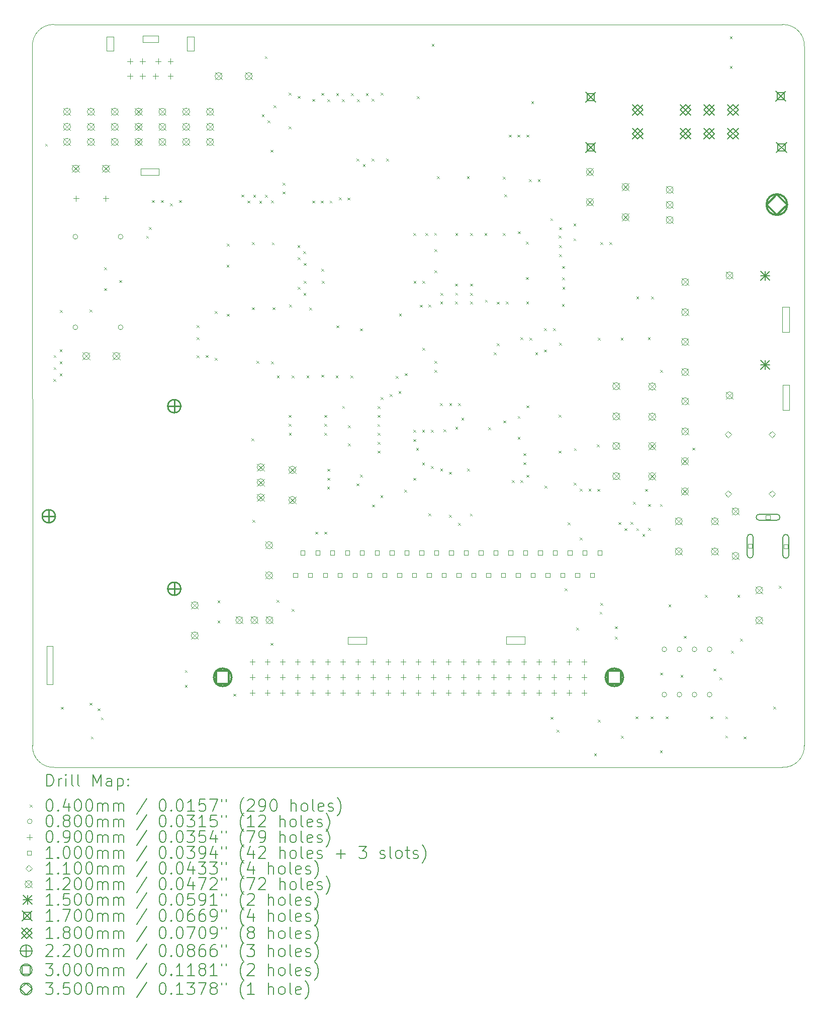
<source format=gbr>
%TF.GenerationSoftware,KiCad,Pcbnew,7.0.2-0*%
%TF.CreationDate,2023-08-25T16:22:07+02:00*%
%TF.ProjectId,PCE,5043452e-6b69-4636-9164-5f7063625858,rev?*%
%TF.SameCoordinates,Original*%
%TF.FileFunction,Drillmap*%
%TF.FilePolarity,Positive*%
%FSLAX45Y45*%
G04 Gerber Fmt 4.5, Leading zero omitted, Abs format (unit mm)*
G04 Created by KiCad (PCBNEW 7.0.2-0) date 2023-08-25 16:22:07*
%MOMM*%
%LPD*%
G01*
G04 APERTURE LIST*
%ADD10C,0.100000*%
%ADD11C,0.200000*%
%ADD12C,0.040000*%
%ADD13C,0.080000*%
%ADD14C,0.090000*%
%ADD15C,0.110000*%
%ADD16C,0.120000*%
%ADD17C,0.150000*%
%ADD18C,0.170000*%
%ADD19C,0.180000*%
%ADD20C,0.220000*%
%ADD21C,0.300000*%
%ADD22C,0.350000*%
G04 APERTURE END LIST*
D10*
X21342500Y-3129024D02*
X9077835Y-3128689D01*
X11317000Y-3339000D02*
X11433000Y-3339000D01*
X11433000Y-3575000D01*
X11317000Y-3575000D01*
X11317000Y-3339000D01*
X10538000Y-5550000D02*
X10843000Y-5550000D01*
X10843000Y-5662000D01*
X10538000Y-5662000D01*
X10538000Y-5550000D01*
X10568000Y-3322000D02*
X10831000Y-3322000D01*
X10831000Y-3431000D01*
X10568000Y-3431000D01*
X10568000Y-3322000D01*
X9077835Y-3128690D02*
G75*
G03*
X8710335Y-3496189I-12835J-354665D01*
G01*
X21710000Y-15260854D02*
X21710000Y-3496524D01*
X21709996Y-3496524D02*
G75*
G03*
X21342500Y-3129024I-354666J12834D01*
G01*
X21342500Y-15628360D02*
G75*
G03*
X21710000Y-15260854I12830J354670D01*
G01*
X8710335Y-3496189D02*
X8710670Y-15260854D01*
X8710665Y-15260854D02*
G75*
G03*
X9078170Y-15628354I354665J-12836D01*
G01*
X16689820Y-13426440D02*
X17005820Y-13426440D01*
X17005820Y-13553440D01*
X16689820Y-13553440D01*
X16689820Y-13426440D01*
X9078170Y-15628354D02*
X21342500Y-15628354D01*
X14022300Y-13434060D02*
X14338300Y-13434060D01*
X14338300Y-13556060D01*
X14022300Y-13556060D01*
X14022300Y-13434060D01*
X21336000Y-7878000D02*
X21454000Y-7878000D01*
X21454000Y-8307000D01*
X21336000Y-8307000D01*
X21336000Y-7878000D01*
X9962000Y-3339000D02*
X10078000Y-3339000D01*
X10078000Y-3575000D01*
X9962000Y-3575000D01*
X9962000Y-3339000D01*
X21343000Y-9192000D02*
X21455000Y-9192000D01*
X21455000Y-9621000D01*
X21343000Y-9621000D01*
X21343000Y-9192000D01*
X8948000Y-13586000D02*
X9053000Y-13586000D01*
X9053000Y-14229000D01*
X8948000Y-14229000D01*
X8948000Y-13586000D01*
D11*
D12*
X8923340Y-5136200D02*
X8963340Y-5176200D01*
X8963340Y-5136200D02*
X8923340Y-5176200D01*
X9065580Y-9096060D02*
X9105580Y-9136060D01*
X9105580Y-9096060D02*
X9065580Y-9136060D01*
X9068120Y-8692200D02*
X9108120Y-8732200D01*
X9108120Y-8692200D02*
X9068120Y-8732200D01*
X9068120Y-8895400D02*
X9108120Y-8935400D01*
X9108120Y-8895400D02*
X9068120Y-8935400D01*
X9169720Y-8593140D02*
X9209720Y-8633140D01*
X9209720Y-8593140D02*
X9169720Y-8633140D01*
X9169720Y-8796340D02*
X9209720Y-8836340D01*
X9209720Y-8796340D02*
X9169720Y-8836340D01*
X9169720Y-8999540D02*
X9209720Y-9039540D01*
X9209720Y-8999540D02*
X9169720Y-9039540D01*
X9172260Y-7935280D02*
X9212260Y-7975280D01*
X9212260Y-7935280D02*
X9172260Y-7975280D01*
X9190000Y-14610000D02*
X9230000Y-14650000D01*
X9230000Y-14610000D02*
X9190000Y-14650000D01*
X9670000Y-7925000D02*
X9710000Y-7965000D01*
X9710000Y-7925000D02*
X9670000Y-7965000D01*
X9672640Y-14541820D02*
X9712640Y-14581820D01*
X9712640Y-14541820D02*
X9672640Y-14581820D01*
X9695000Y-15110000D02*
X9735000Y-15150000D01*
X9735000Y-15110000D02*
X9695000Y-15150000D01*
X9810000Y-14635000D02*
X9850000Y-14675000D01*
X9850000Y-14635000D02*
X9810000Y-14675000D01*
X9862500Y-14787500D02*
X9902500Y-14827500D01*
X9902500Y-14787500D02*
X9862500Y-14827500D01*
X9919020Y-7213920D02*
X9959020Y-7253920D01*
X9959020Y-7213920D02*
X9919020Y-7253920D01*
X9919020Y-7564440D02*
X9959020Y-7604440D01*
X9959020Y-7564440D02*
X9919020Y-7604440D01*
X10173020Y-7430000D02*
X10213020Y-7470000D01*
X10213020Y-7430000D02*
X10173020Y-7470000D01*
X10625140Y-6685600D02*
X10665140Y-6725600D01*
X10665140Y-6685600D02*
X10625140Y-6725600D01*
X10673400Y-6535740D02*
X10713400Y-6575740D01*
X10713400Y-6535740D02*
X10673400Y-6575740D01*
X10722000Y-6083620D02*
X10762000Y-6123620D01*
X10762000Y-6083620D02*
X10722000Y-6123620D01*
X10874060Y-6083620D02*
X10914060Y-6123620D01*
X10914060Y-6083620D02*
X10874060Y-6123620D01*
X11029000Y-6136960D02*
X11069000Y-6176960D01*
X11069000Y-6136960D02*
X11029000Y-6176960D01*
X11181400Y-6083620D02*
X11221400Y-6123620D01*
X11221400Y-6083620D02*
X11181400Y-6123620D01*
X11278000Y-13991000D02*
X11318000Y-14031000D01*
X11318000Y-13991000D02*
X11278000Y-14031000D01*
X11278000Y-14243000D02*
X11318000Y-14283000D01*
X11318000Y-14243000D02*
X11278000Y-14283000D01*
X11476040Y-8389940D02*
X11516040Y-8429940D01*
X11516040Y-8389940D02*
X11476040Y-8429940D01*
X11476040Y-8694740D02*
X11516040Y-8734740D01*
X11516040Y-8694740D02*
X11476040Y-8734740D01*
X11478580Y-8186740D02*
X11518580Y-8226740D01*
X11518580Y-8186740D02*
X11478580Y-8226740D01*
X11630980Y-8692200D02*
X11670980Y-8732200D01*
X11670980Y-8692200D02*
X11630980Y-8732200D01*
X11779000Y-7948000D02*
X11819000Y-7988000D01*
X11819000Y-7948000D02*
X11779000Y-7988000D01*
X11780840Y-8740460D02*
X11820840Y-8780460D01*
X11820840Y-8740460D02*
X11780840Y-8780460D01*
X11826560Y-12819520D02*
X11866560Y-12859520D01*
X11866560Y-12819520D02*
X11826560Y-12859520D01*
X11826560Y-13157500D02*
X11866560Y-13197500D01*
X11866560Y-13157500D02*
X11826560Y-13197500D01*
X11979000Y-7170000D02*
X12019000Y-7210000D01*
X12019000Y-7170000D02*
X11979000Y-7210000D01*
X11983000Y-7997000D02*
X12023000Y-8037000D01*
X12023000Y-7997000D02*
X11983000Y-8037000D01*
X11985000Y-6817000D02*
X12025000Y-6857000D01*
X12025000Y-6817000D02*
X11985000Y-6857000D01*
X12095000Y-14389420D02*
X12135000Y-14429420D01*
X12135000Y-14389420D02*
X12095000Y-14429420D01*
X12230000Y-5991000D02*
X12270000Y-6031000D01*
X12270000Y-5991000D02*
X12230000Y-6031000D01*
X12332020Y-6091240D02*
X12372020Y-6131240D01*
X12372020Y-6091240D02*
X12332020Y-6131240D01*
X12400860Y-10094280D02*
X12440860Y-10134280D01*
X12440860Y-10094280D02*
X12400860Y-10134280D01*
X12405940Y-6789740D02*
X12445940Y-6829740D01*
X12445940Y-6789740D02*
X12405940Y-6829740D01*
X12405940Y-7887020D02*
X12445940Y-7927020D01*
X12445940Y-7887020D02*
X12405940Y-7927020D01*
X12417000Y-11466000D02*
X12457000Y-11506000D01*
X12457000Y-11466000D02*
X12417000Y-11506000D01*
X12428000Y-5992000D02*
X12468000Y-6032000D01*
X12468000Y-5992000D02*
X12428000Y-6032000D01*
X12484000Y-8788720D02*
X12524000Y-8828720D01*
X12524000Y-8788720D02*
X12484000Y-8828720D01*
X12531000Y-6094000D02*
X12571000Y-6134000D01*
X12571000Y-6094000D02*
X12531000Y-6134000D01*
X12573000Y-4642000D02*
X12613000Y-4682000D01*
X12613000Y-4642000D02*
X12573000Y-4682000D01*
X12624120Y-3663000D02*
X12664120Y-3703000D01*
X12664120Y-3663000D02*
X12624120Y-3703000D01*
X12626000Y-5994000D02*
X12666000Y-6034000D01*
X12666000Y-5994000D02*
X12626000Y-6034000D01*
X12669000Y-4741000D02*
X12709000Y-4781000D01*
X12709000Y-4741000D02*
X12669000Y-4781000D01*
X12723000Y-5236000D02*
X12763000Y-5276000D01*
X12763000Y-5236000D02*
X12723000Y-5276000D01*
X12723180Y-13533440D02*
X12763180Y-13573440D01*
X12763180Y-13533440D02*
X12723180Y-13573440D01*
X12727000Y-6090000D02*
X12767000Y-6130000D01*
X12767000Y-6090000D02*
X12727000Y-6130000D01*
X12732000Y-8799000D02*
X12772000Y-8839000D01*
X12772000Y-8799000D02*
X12732000Y-8839000D01*
X12743000Y-6796000D02*
X12783000Y-6836000D01*
X12783000Y-6796000D02*
X12743000Y-6836000D01*
X12755940Y-7887020D02*
X12795940Y-7927020D01*
X12795940Y-7887020D02*
X12755940Y-7927020D01*
X12769000Y-4485000D02*
X12809000Y-4525000D01*
X12809000Y-4485000D02*
X12769000Y-4525000D01*
X12820000Y-12812500D02*
X12860000Y-12852500D01*
X12860000Y-12812500D02*
X12820000Y-12852500D01*
X12827320Y-9033630D02*
X12867320Y-9073630D01*
X12867320Y-9033630D02*
X12827320Y-9073630D01*
X12921000Y-5792000D02*
X12961000Y-5832000D01*
X12961000Y-5792000D02*
X12921000Y-5832000D01*
X12923000Y-5940000D02*
X12963000Y-5980000D01*
X12963000Y-5940000D02*
X12923000Y-5980000D01*
X13025440Y-4843440D02*
X13065440Y-4883440D01*
X13065440Y-4843440D02*
X13025440Y-4883440D01*
X13025440Y-9847900D02*
X13065440Y-9887900D01*
X13065440Y-9847900D02*
X13025440Y-9887900D01*
X13026840Y-4277160D02*
X13066840Y-4317160D01*
X13066840Y-4277160D02*
X13026840Y-4317160D01*
X13027980Y-9700000D02*
X13067980Y-9740000D01*
X13067980Y-9700000D02*
X13027980Y-9740000D01*
X13030520Y-9997760D02*
X13070520Y-10037760D01*
X13070520Y-9997760D02*
X13030520Y-10037760D01*
X13031000Y-7843000D02*
X13071000Y-7883000D01*
X13071000Y-7843000D02*
X13031000Y-7883000D01*
X13075000Y-12965000D02*
X13115000Y-13005000D01*
X13115000Y-12965000D02*
X13075000Y-13005000D01*
X13076240Y-9033630D02*
X13116240Y-9073630D01*
X13116240Y-9033630D02*
X13076240Y-9073630D01*
X13174000Y-6841000D02*
X13214000Y-6881000D01*
X13214000Y-6841000D02*
X13174000Y-6881000D01*
X13175300Y-4331020D02*
X13215300Y-4371020D01*
X13215300Y-4331020D02*
X13175300Y-4371020D01*
X13176000Y-7044000D02*
X13216000Y-7084000D01*
X13216000Y-7044000D02*
X13176000Y-7084000D01*
X13177000Y-7543000D02*
X13217000Y-7583000D01*
X13217000Y-7543000D02*
X13177000Y-7583000D01*
X13272000Y-6940000D02*
X13312000Y-6980000D01*
X13312000Y-6940000D02*
X13272000Y-6980000D01*
X13275000Y-7644000D02*
X13315000Y-7684000D01*
X13315000Y-7644000D02*
X13275000Y-7684000D01*
X13277000Y-7141000D02*
X13317000Y-7181000D01*
X13317000Y-7141000D02*
X13277000Y-7181000D01*
X13277000Y-7442000D02*
X13317000Y-7482000D01*
X13317000Y-7442000D02*
X13277000Y-7482000D01*
X13325160Y-9033630D02*
X13365160Y-9073630D01*
X13365160Y-9033630D02*
X13325160Y-9073630D01*
X13374000Y-7894000D02*
X13414000Y-7934000D01*
X13414000Y-7894000D02*
X13374000Y-7934000D01*
X13423000Y-6092000D02*
X13463000Y-6132000D01*
X13463000Y-6092000D02*
X13423000Y-6132000D01*
X13424220Y-4381820D02*
X13464220Y-4421820D01*
X13464220Y-4381820D02*
X13424220Y-4421820D01*
X13472480Y-11664000D02*
X13512480Y-11704000D01*
X13512480Y-11664000D02*
X13472480Y-11704000D01*
X13569000Y-6092000D02*
X13609000Y-6132000D01*
X13609000Y-6092000D02*
X13569000Y-6132000D01*
X13576000Y-7239000D02*
X13616000Y-7279000D01*
X13616000Y-7239000D02*
X13576000Y-7279000D01*
X13576620Y-4280220D02*
X13616620Y-4320220D01*
X13616620Y-4280220D02*
X13576620Y-4320220D01*
X13578000Y-9022400D02*
X13618000Y-9062400D01*
X13618000Y-9022400D02*
X13578000Y-9062400D01*
X13582000Y-7441000D02*
X13622000Y-7481000D01*
X13622000Y-7441000D02*
X13582000Y-7481000D01*
X13624880Y-11664000D02*
X13664880Y-11704000D01*
X13664880Y-11664000D02*
X13624880Y-11704000D01*
X13627000Y-9700000D02*
X13667000Y-9740000D01*
X13667000Y-9700000D02*
X13627000Y-9740000D01*
X13629000Y-9849000D02*
X13669000Y-9889000D01*
X13669000Y-9849000D02*
X13629000Y-9889000D01*
X13629760Y-9997760D02*
X13669760Y-10037760D01*
X13669760Y-9997760D02*
X13629760Y-10037760D01*
X13673140Y-10905000D02*
X13713140Y-10945000D01*
X13713140Y-10905000D02*
X13673140Y-10945000D01*
X13678220Y-4384360D02*
X13718220Y-4424360D01*
X13718220Y-4384360D02*
X13678220Y-4424360D01*
X13678220Y-10604220D02*
X13718220Y-10644220D01*
X13718220Y-10604220D02*
X13678220Y-10644220D01*
X13678220Y-10757220D02*
X13718220Y-10797220D01*
X13718220Y-10757220D02*
X13678220Y-10797220D01*
X13716000Y-6093000D02*
X13756000Y-6133000D01*
X13756000Y-6093000D02*
X13716000Y-6133000D01*
X13817920Y-9033370D02*
X13857920Y-9073370D01*
X13857920Y-9033370D02*
X13817920Y-9073370D01*
X13825540Y-4282760D02*
X13865540Y-4322760D01*
X13865540Y-4282760D02*
X13825540Y-4322760D01*
X13830000Y-8193000D02*
X13870000Y-8233000D01*
X13870000Y-8193000D02*
X13830000Y-8233000D01*
X13870000Y-6040000D02*
X13910000Y-6080000D01*
X13910000Y-6040000D02*
X13870000Y-6080000D01*
X13924600Y-4384360D02*
X13964600Y-4424360D01*
X13964600Y-4384360D02*
X13924600Y-4424360D01*
X13927000Y-9546000D02*
X13967000Y-9586000D01*
X13967000Y-9546000D02*
X13927000Y-9586000D01*
X14018000Y-6042000D02*
X14058000Y-6082000D01*
X14058000Y-6042000D02*
X14018000Y-6082000D01*
X14022500Y-9870000D02*
X14062500Y-9910000D01*
X14062500Y-9870000D02*
X14022500Y-9910000D01*
X14022500Y-10175000D02*
X14062500Y-10215000D01*
X14062500Y-10175000D02*
X14022500Y-10215000D01*
X14064300Y-9032560D02*
X14104300Y-9072560D01*
X14104300Y-9032560D02*
X14064300Y-9072560D01*
X14074460Y-4282760D02*
X14114460Y-4322760D01*
X14114460Y-4282760D02*
X14074460Y-4322760D01*
X14169840Y-5388160D02*
X14209840Y-5428160D01*
X14209840Y-5388160D02*
X14169840Y-5428160D01*
X14170980Y-10851200D02*
X14210980Y-10891200D01*
X14210980Y-10851200D02*
X14170980Y-10891200D01*
X14176060Y-4384360D02*
X14216060Y-4424360D01*
X14216060Y-4384360D02*
X14176060Y-4424360D01*
X14225000Y-8243000D02*
X14265000Y-8283000D01*
X14265000Y-8243000D02*
X14225000Y-8283000D01*
X14228000Y-10704000D02*
X14268000Y-10744000D01*
X14268000Y-10704000D02*
X14228000Y-10744000D01*
X14275120Y-5480880D02*
X14315120Y-5520880D01*
X14315120Y-5480880D02*
X14275120Y-5520880D01*
X14325920Y-4282760D02*
X14365920Y-4322760D01*
X14365920Y-4282760D02*
X14325920Y-4322760D01*
X14423840Y-5386160D02*
X14463840Y-5426160D01*
X14463840Y-5386160D02*
X14423840Y-5426160D01*
X14424980Y-4379280D02*
X14464980Y-4419280D01*
X14464980Y-4379280D02*
X14424980Y-4419280D01*
X14432000Y-11206000D02*
X14472000Y-11246000D01*
X14472000Y-11206000D02*
X14432000Y-11246000D01*
X14518960Y-9850440D02*
X14558960Y-9890440D01*
X14558960Y-9850440D02*
X14518960Y-9890440D01*
X14521500Y-9550720D02*
X14561500Y-9590720D01*
X14561500Y-9550720D02*
X14521500Y-9590720D01*
X14521500Y-9698000D02*
X14561500Y-9738000D01*
X14561500Y-9698000D02*
X14521500Y-9738000D01*
X14521500Y-10000300D02*
X14561500Y-10040300D01*
X14561500Y-10000300D02*
X14521500Y-10040300D01*
X14521500Y-10153000D02*
X14561500Y-10193000D01*
X14561500Y-10153000D02*
X14521500Y-10193000D01*
X14525000Y-10299000D02*
X14565000Y-10339000D01*
X14565000Y-10299000D02*
X14525000Y-10339000D01*
X14570000Y-11052000D02*
X14610000Y-11092000D01*
X14610000Y-11052000D02*
X14570000Y-11092000D01*
X14574840Y-4275160D02*
X14614840Y-4315160D01*
X14614840Y-4275160D02*
X14574840Y-4315160D01*
X14577000Y-9396000D02*
X14617000Y-9436000D01*
X14617000Y-9396000D02*
X14577000Y-9436000D01*
X14669000Y-5388000D02*
X14709000Y-5428000D01*
X14709000Y-5388000D02*
X14669000Y-5428000D01*
X14729000Y-9346000D02*
X14769000Y-9386000D01*
X14769000Y-9346000D02*
X14729000Y-9386000D01*
X14830000Y-9044000D02*
X14870000Y-9084000D01*
X14870000Y-9044000D02*
X14830000Y-9084000D01*
X14874560Y-9298000D02*
X14914560Y-9338000D01*
X14914560Y-9298000D02*
X14874560Y-9338000D01*
X14883000Y-7995000D02*
X14923000Y-8035000D01*
X14923000Y-7995000D02*
X14883000Y-8035000D01*
X14973620Y-10957880D02*
X15013620Y-10997880D01*
X15013620Y-10957880D02*
X14973620Y-10997880D01*
X14980000Y-8996000D02*
X15020000Y-9036000D01*
X15020000Y-8996000D02*
X14980000Y-9036000D01*
X15123000Y-6639000D02*
X15163000Y-6679000D01*
X15163000Y-6639000D02*
X15123000Y-6679000D01*
X15123480Y-9946960D02*
X15163480Y-9986960D01*
X15163480Y-9946960D02*
X15123480Y-9986960D01*
X15123480Y-10104440D02*
X15163480Y-10144440D01*
X15163480Y-10104440D02*
X15123480Y-10144440D01*
X15123480Y-10757220D02*
X15163480Y-10797220D01*
X15163480Y-10757220D02*
X15123480Y-10797220D01*
X15130000Y-7443000D02*
X15170000Y-7483000D01*
X15170000Y-7443000D02*
X15130000Y-7483000D01*
X15171740Y-10251760D02*
X15211740Y-10291760D01*
X15211740Y-10251760D02*
X15171740Y-10291760D01*
X15183000Y-4335000D02*
X15223000Y-4375000D01*
X15223000Y-4335000D02*
X15183000Y-4375000D01*
X15234000Y-7844000D02*
X15274000Y-7884000D01*
X15274000Y-7844000D02*
X15234000Y-7884000D01*
X15273340Y-9949500D02*
X15313340Y-9989500D01*
X15313340Y-9949500D02*
X15273340Y-9989500D01*
X15273340Y-10500680D02*
X15313340Y-10540680D01*
X15313340Y-10500680D02*
X15273340Y-10540680D01*
X15275880Y-8568000D02*
X15315880Y-8608000D01*
X15315880Y-8568000D02*
X15275880Y-8608000D01*
X15279000Y-7441000D02*
X15319000Y-7481000D01*
X15319000Y-7441000D02*
X15279000Y-7481000D01*
X15328000Y-6640000D02*
X15368000Y-6680000D01*
X15368000Y-6640000D02*
X15328000Y-6680000D01*
X15377500Y-11355000D02*
X15417500Y-11395000D01*
X15417500Y-11355000D02*
X15377500Y-11395000D01*
X15380000Y-7841000D02*
X15420000Y-7881000D01*
X15420000Y-7841000D02*
X15380000Y-7881000D01*
X15423200Y-9949500D02*
X15463200Y-9989500D01*
X15463200Y-9949500D02*
X15423200Y-9989500D01*
X15423200Y-10556560D02*
X15463200Y-10596560D01*
X15463200Y-10556560D02*
X15423200Y-10596560D01*
X15433360Y-3457260D02*
X15473360Y-3497260D01*
X15473360Y-3457260D02*
X15433360Y-3497260D01*
X15476000Y-6635000D02*
X15516000Y-6675000D01*
X15516000Y-6635000D02*
X15476000Y-6675000D01*
X15480000Y-8942000D02*
X15520000Y-8982000D01*
X15520000Y-8942000D02*
X15480000Y-8982000D01*
X15481000Y-8791000D02*
X15521000Y-8831000D01*
X15521000Y-8791000D02*
X15481000Y-8831000D01*
X15481620Y-6911920D02*
X15521620Y-6951920D01*
X15521620Y-6911920D02*
X15481620Y-6951920D01*
X15481620Y-7261920D02*
X15521620Y-7301920D01*
X15521620Y-7261920D02*
X15481620Y-7301920D01*
X15521000Y-5682000D02*
X15561000Y-5722000D01*
X15561000Y-5682000D02*
X15521000Y-5722000D01*
X15575600Y-9499920D02*
X15615600Y-9539920D01*
X15615600Y-9499920D02*
X15575600Y-9539920D01*
X15578140Y-10602280D02*
X15618140Y-10642280D01*
X15618140Y-10602280D02*
X15578140Y-10642280D01*
X15579000Y-7790000D02*
X15619000Y-7830000D01*
X15619000Y-7790000D02*
X15579000Y-7830000D01*
X15580000Y-7643000D02*
X15620000Y-7683000D01*
X15620000Y-7643000D02*
X15580000Y-7683000D01*
X15633000Y-9943000D02*
X15673000Y-9983000D01*
X15673000Y-9943000D02*
X15633000Y-9983000D01*
X15725000Y-11382500D02*
X15765000Y-11422500D01*
X15765000Y-11382500D02*
X15725000Y-11422500D01*
X15725460Y-10655620D02*
X15765460Y-10695620D01*
X15765460Y-10655620D02*
X15725460Y-10695620D01*
X15730540Y-9501460D02*
X15770540Y-9541460D01*
X15770540Y-9501460D02*
X15730540Y-9541460D01*
X15830000Y-7789000D02*
X15870000Y-7829000D01*
X15870000Y-7789000D02*
X15830000Y-7829000D01*
X15831000Y-7489000D02*
X15871000Y-7529000D01*
X15871000Y-7489000D02*
X15831000Y-7529000D01*
X15832140Y-9896160D02*
X15872140Y-9936160D01*
X15872140Y-9896160D02*
X15832140Y-9936160D01*
X15833000Y-6637000D02*
X15873000Y-6677000D01*
X15873000Y-6637000D02*
X15833000Y-6677000D01*
X15833000Y-7642000D02*
X15873000Y-7682000D01*
X15873000Y-7642000D02*
X15833000Y-7682000D01*
X15877500Y-11515000D02*
X15917500Y-11555000D01*
X15917500Y-11515000D02*
X15877500Y-11555000D01*
X15880400Y-9497380D02*
X15920400Y-9537380D01*
X15920400Y-9497380D02*
X15880400Y-9537380D01*
X15933740Y-9746300D02*
X15973740Y-9786300D01*
X15973740Y-9746300D02*
X15933740Y-9786300D01*
X16027000Y-5683000D02*
X16067000Y-5723000D01*
X16067000Y-5683000D02*
X16027000Y-5723000D01*
X16030000Y-10600000D02*
X16070000Y-10640000D01*
X16070000Y-10600000D02*
X16030000Y-10640000D01*
X16077500Y-11357500D02*
X16117500Y-11397500D01*
X16117500Y-11357500D02*
X16077500Y-11397500D01*
X16079000Y-6638000D02*
X16119000Y-6678000D01*
X16119000Y-6638000D02*
X16079000Y-6678000D01*
X16080000Y-7791000D02*
X16120000Y-7831000D01*
X16120000Y-7791000D02*
X16080000Y-7831000D01*
X16084000Y-7488000D02*
X16124000Y-7528000D01*
X16124000Y-7488000D02*
X16084000Y-7528000D01*
X16084000Y-7644000D02*
X16124000Y-7684000D01*
X16124000Y-7644000D02*
X16084000Y-7684000D01*
X16324000Y-6641000D02*
X16364000Y-6681000D01*
X16364000Y-6641000D02*
X16324000Y-6681000D01*
X16332520Y-7760020D02*
X16372520Y-7800020D01*
X16372520Y-7760020D02*
X16332520Y-7800020D01*
X16387000Y-9909000D02*
X16427000Y-9949000D01*
X16427000Y-9909000D02*
X16387000Y-9949000D01*
X16483000Y-8644000D02*
X16523000Y-8684000D01*
X16523000Y-8644000D02*
X16483000Y-8684000D01*
X16533000Y-7795000D02*
X16573000Y-7835000D01*
X16573000Y-7795000D02*
X16533000Y-7835000D01*
X16533000Y-8491000D02*
X16573000Y-8531000D01*
X16573000Y-8491000D02*
X16533000Y-8531000D01*
X16630000Y-5690000D02*
X16670000Y-5730000D01*
X16670000Y-5690000D02*
X16630000Y-5730000D01*
X16631000Y-6641000D02*
X16671000Y-6681000D01*
X16671000Y-6641000D02*
X16631000Y-6681000D01*
X16638000Y-9792000D02*
X16678000Y-9832000D01*
X16678000Y-9792000D02*
X16638000Y-9832000D01*
X16657900Y-5984560D02*
X16697900Y-6024560D01*
X16697900Y-5984560D02*
X16657900Y-6024560D01*
X16686000Y-7788000D02*
X16726000Y-7828000D01*
X16726000Y-7788000D02*
X16686000Y-7828000D01*
X16731300Y-4983800D02*
X16771300Y-5023800D01*
X16771300Y-4983800D02*
X16731300Y-5023800D01*
X16786000Y-10797000D02*
X16826000Y-10837000D01*
X16826000Y-10797000D02*
X16786000Y-10837000D01*
X16878620Y-4983800D02*
X16918620Y-5023800D01*
X16918620Y-4983800D02*
X16878620Y-5023800D01*
X16881160Y-9716080D02*
X16921160Y-9756080D01*
X16921160Y-9716080D02*
X16881160Y-9756080D01*
X16881160Y-10066080D02*
X16921160Y-10106080D01*
X16921160Y-10066080D02*
X16881160Y-10106080D01*
X16886240Y-6609140D02*
X16926240Y-6649140D01*
X16926240Y-6609140D02*
X16886240Y-6649140D01*
X16926880Y-10795000D02*
X16966880Y-10835000D01*
X16966880Y-10795000D02*
X16926880Y-10835000D01*
X16927000Y-8391000D02*
X16967000Y-8431000D01*
X16967000Y-8391000D02*
X16927000Y-8431000D01*
X16977680Y-10343200D02*
X17017680Y-10383200D01*
X17017680Y-10343200D02*
X16977680Y-10383200D01*
X16980220Y-10495600D02*
X17020220Y-10535600D01*
X17020220Y-10495600D02*
X16980220Y-10535600D01*
X17023400Y-7379020D02*
X17063400Y-7419020D01*
X17063400Y-7379020D02*
X17023400Y-7419020D01*
X17024000Y-6783000D02*
X17064000Y-6823000D01*
X17064000Y-6783000D02*
X17024000Y-6823000D01*
X17025000Y-7788000D02*
X17065000Y-7828000D01*
X17065000Y-7788000D02*
X17025000Y-7828000D01*
X17028480Y-4983800D02*
X17068480Y-5023800D01*
X17068480Y-4983800D02*
X17028480Y-5023800D01*
X17028480Y-9538000D02*
X17068480Y-9578000D01*
X17068480Y-9538000D02*
X17028480Y-9578000D01*
X17028480Y-10706000D02*
X17068480Y-10746000D01*
X17068480Y-10706000D02*
X17028480Y-10746000D01*
X17073000Y-5731000D02*
X17113000Y-5771000D01*
X17113000Y-5731000D02*
X17073000Y-5771000D01*
X17079280Y-8400100D02*
X17119280Y-8440100D01*
X17119280Y-8400100D02*
X17079280Y-8440100D01*
X17111000Y-4423000D02*
X17151000Y-4463000D01*
X17151000Y-4423000D02*
X17111000Y-4463000D01*
X17178340Y-8646480D02*
X17218340Y-8686480D01*
X17218340Y-8646480D02*
X17178340Y-8686480D01*
X17220000Y-5730000D02*
X17260000Y-5770000D01*
X17260000Y-5730000D02*
X17220000Y-5770000D01*
X17324000Y-8241000D02*
X17364000Y-8281000D01*
X17364000Y-8241000D02*
X17324000Y-8281000D01*
X17328200Y-8598220D02*
X17368200Y-8638220D01*
X17368200Y-8598220D02*
X17328200Y-8638220D01*
X17333000Y-10890000D02*
X17373000Y-10930000D01*
X17373000Y-10890000D02*
X17333000Y-10930000D01*
X17432340Y-6388420D02*
X17472340Y-6428420D01*
X17472340Y-6388420D02*
X17432340Y-6428420D01*
X17434880Y-14778040D02*
X17474880Y-14818040D01*
X17474880Y-14778040D02*
X17434880Y-14818040D01*
X17477000Y-8240000D02*
X17517000Y-8280000D01*
X17517000Y-8240000D02*
X17477000Y-8280000D01*
X17541000Y-14993940D02*
X17581000Y-15033940D01*
X17581000Y-14993940D02*
X17541000Y-15033940D01*
X17573000Y-6682000D02*
X17613000Y-6722000D01*
X17613000Y-6682000D02*
X17573000Y-6722000D01*
X17574580Y-9695500D02*
X17614580Y-9735500D01*
X17614580Y-9695500D02*
X17574580Y-9735500D01*
X17574580Y-10300020D02*
X17614580Y-10340020D01*
X17614580Y-10300020D02*
X17574580Y-10340020D01*
X17578000Y-6992940D02*
X17618000Y-7032940D01*
X17618000Y-6992940D02*
X17578000Y-7032940D01*
X17578000Y-8487000D02*
X17618000Y-8527000D01*
X17618000Y-8487000D02*
X17578000Y-8527000D01*
X17579660Y-6540820D02*
X17619660Y-6580820D01*
X17619660Y-6540820D02*
X17579660Y-6580820D01*
X17579660Y-6843080D02*
X17619660Y-6883080D01*
X17619660Y-6843080D02*
X17579660Y-6883080D01*
X17627000Y-7835000D02*
X17667000Y-7875000D01*
X17667000Y-7835000D02*
X17627000Y-7875000D01*
X17630000Y-7386000D02*
X17670000Y-7426000D01*
X17670000Y-7386000D02*
X17630000Y-7426000D01*
X17630460Y-7193600D02*
X17670460Y-7233600D01*
X17670460Y-7193600D02*
X17630460Y-7233600D01*
X17635540Y-7544120D02*
X17675540Y-7584120D01*
X17675540Y-7544120D02*
X17635540Y-7584120D01*
X17673300Y-12618700D02*
X17713300Y-12658700D01*
X17713300Y-12618700D02*
X17673300Y-12658700D01*
X17726980Y-11506520D02*
X17766980Y-11546520D01*
X17766980Y-11506520D02*
X17726980Y-11546520D01*
X17822000Y-6727000D02*
X17862000Y-6767000D01*
X17862000Y-6727000D02*
X17822000Y-6767000D01*
X17823000Y-6480000D02*
X17863000Y-6520000D01*
X17863000Y-6480000D02*
X17823000Y-6520000D01*
X17826000Y-10839000D02*
X17866000Y-10879000D01*
X17866000Y-10839000D02*
X17826000Y-10879000D01*
X17830000Y-10258000D02*
X17870000Y-10298000D01*
X17870000Y-10258000D02*
X17830000Y-10298000D01*
X17869220Y-13274360D02*
X17909220Y-13314360D01*
X17909220Y-13274360D02*
X17869220Y-13314360D01*
X17925000Y-10941000D02*
X17965000Y-10981000D01*
X17965000Y-10941000D02*
X17925000Y-10981000D01*
X17925100Y-11760520D02*
X17965100Y-11800520D01*
X17965100Y-11760520D02*
X17925100Y-11800520D01*
X18077000Y-10940000D02*
X18117000Y-10980000D01*
X18117000Y-10940000D02*
X18077000Y-10980000D01*
X18170000Y-15390000D02*
X18210000Y-15430000D01*
X18210000Y-15390000D02*
X18170000Y-15430000D01*
X18217200Y-10193340D02*
X18257200Y-10233340D01*
X18257200Y-10193340D02*
X18217200Y-10233340D01*
X18226000Y-10943000D02*
X18266000Y-10983000D01*
X18266000Y-10943000D02*
X18226000Y-10983000D01*
X18230000Y-8400000D02*
X18270000Y-8440000D01*
X18270000Y-8400000D02*
X18230000Y-8440000D01*
X18232440Y-14823760D02*
X18272440Y-14863760D01*
X18272440Y-14823760D02*
X18232440Y-14863760D01*
X18262720Y-13010000D02*
X18302720Y-13050000D01*
X18302720Y-13010000D02*
X18262720Y-13050000D01*
X18275000Y-12860000D02*
X18315000Y-12900000D01*
X18315000Y-12860000D02*
X18275000Y-12900000D01*
X18277500Y-6792500D02*
X18317500Y-6832500D01*
X18317500Y-6792500D02*
X18277500Y-6832500D01*
X18425000Y-6792500D02*
X18465000Y-6832500D01*
X18465000Y-6792500D02*
X18425000Y-6832500D01*
X18522500Y-13255000D02*
X18562500Y-13295000D01*
X18562500Y-13255000D02*
X18522500Y-13295000D01*
X18522500Y-13427500D02*
X18562500Y-13467500D01*
X18562500Y-13427500D02*
X18522500Y-13467500D01*
X18582000Y-11502000D02*
X18622000Y-11542000D01*
X18622000Y-11502000D02*
X18582000Y-11542000D01*
X18617500Y-8400000D02*
X18657500Y-8440000D01*
X18657500Y-8400000D02*
X18617500Y-8440000D01*
X18620852Y-15095072D02*
X18660852Y-15135072D01*
X18660852Y-15095072D02*
X18620852Y-15135072D01*
X18681000Y-11603000D02*
X18721000Y-11643000D01*
X18721000Y-11603000D02*
X18681000Y-11643000D01*
X18780000Y-11500000D02*
X18820000Y-11540000D01*
X18820000Y-11500000D02*
X18780000Y-11540000D01*
X18824260Y-11158540D02*
X18864260Y-11198540D01*
X18864260Y-11158540D02*
X18824260Y-11198540D01*
X18869980Y-14770240D02*
X18909980Y-14810240D01*
X18909980Y-14770240D02*
X18869980Y-14810240D01*
X18880000Y-7707500D02*
X18920000Y-7747500D01*
X18920000Y-7707500D02*
X18880000Y-7747500D01*
X18881000Y-11603000D02*
X18921000Y-11643000D01*
X18921000Y-11603000D02*
X18881000Y-11643000D01*
X18983000Y-11704000D02*
X19023000Y-11744000D01*
X19023000Y-11704000D02*
X18983000Y-11744000D01*
X19031000Y-10943000D02*
X19071000Y-10983000D01*
X19071000Y-10943000D02*
X19031000Y-10983000D01*
X19075000Y-8392500D02*
X19115000Y-8432500D01*
X19115000Y-8392500D02*
X19075000Y-8432500D01*
X19079000Y-11197000D02*
X19119000Y-11237000D01*
X19119000Y-11197000D02*
X19079000Y-11237000D01*
X19082000Y-11601000D02*
X19122000Y-11641000D01*
X19122000Y-11601000D02*
X19082000Y-11641000D01*
X19121440Y-14770240D02*
X19161440Y-14810240D01*
X19161440Y-14770240D02*
X19121440Y-14810240D01*
X19132500Y-7707500D02*
X19172500Y-7747500D01*
X19172500Y-7707500D02*
X19132500Y-7747500D01*
X19278920Y-15341920D02*
X19318920Y-15381920D01*
X19318920Y-15341920D02*
X19278920Y-15381920D01*
X19279000Y-11198000D02*
X19319000Y-11238000D01*
X19319000Y-11198000D02*
X19279000Y-11238000D01*
X19281460Y-14033820D02*
X19321460Y-14073820D01*
X19321460Y-14033820D02*
X19281460Y-14073820D01*
X19282500Y-8940000D02*
X19322500Y-8980000D01*
X19322500Y-8940000D02*
X19282500Y-8980000D01*
X19372900Y-14770500D02*
X19412900Y-14810500D01*
X19412900Y-14770500D02*
X19372900Y-14810500D01*
X19421160Y-12888540D02*
X19461160Y-12928540D01*
X19461160Y-12888540D02*
X19421160Y-12928540D01*
X19624360Y-14069380D02*
X19664360Y-14109380D01*
X19664360Y-14069380D02*
X19624360Y-14109380D01*
X19680000Y-13415000D02*
X19720000Y-13455000D01*
X19720000Y-13415000D02*
X19680000Y-13455000D01*
X19825000Y-10250000D02*
X19865000Y-10290000D01*
X19865000Y-10250000D02*
X19825000Y-10290000D01*
X20033300Y-12728260D02*
X20073300Y-12768260D01*
X20073300Y-12728260D02*
X20033300Y-12768260D01*
X20127000Y-14770500D02*
X20167000Y-14810500D01*
X20167000Y-14770500D02*
X20127000Y-14810500D01*
X20180000Y-13965000D02*
X20220000Y-14005000D01*
X20220000Y-13965000D02*
X20180000Y-14005000D01*
X20279680Y-14115000D02*
X20319680Y-14155000D01*
X20319680Y-14115000D02*
X20279680Y-14155000D01*
X20378000Y-14770500D02*
X20418000Y-14810500D01*
X20418000Y-14770500D02*
X20378000Y-14810500D01*
X20378000Y-15093000D02*
X20418000Y-15133000D01*
X20418000Y-15093000D02*
X20378000Y-15133000D01*
X20455000Y-3325000D02*
X20495000Y-3365000D01*
X20495000Y-3325000D02*
X20455000Y-3365000D01*
X20455000Y-3825000D02*
X20495000Y-3865000D01*
X20495000Y-3825000D02*
X20455000Y-3865000D01*
X20477800Y-13667880D02*
X20517800Y-13707880D01*
X20517800Y-13667880D02*
X20477800Y-13707880D01*
X20581940Y-12728260D02*
X20621940Y-12768260D01*
X20621940Y-12728260D02*
X20581940Y-12768260D01*
X20630000Y-13465000D02*
X20670000Y-13505000D01*
X20670000Y-13465000D02*
X20630000Y-13505000D01*
X20690000Y-15110000D02*
X20730000Y-15150000D01*
X20730000Y-15110000D02*
X20690000Y-15150000D01*
X21190000Y-14602500D02*
X21230000Y-14642500D01*
X21230000Y-14602500D02*
X21190000Y-14642500D01*
X21282980Y-12570780D02*
X21322980Y-12610780D01*
X21322980Y-12570780D02*
X21282980Y-12610780D01*
D13*
X9473000Y-6700000D02*
G75*
G03*
X9473000Y-6700000I-40000J0D01*
G01*
X9473000Y-8224000D02*
G75*
G03*
X9473000Y-8224000I-40000J0D01*
G01*
X10235000Y-6700000D02*
G75*
G03*
X10235000Y-6700000I-40000J0D01*
G01*
X10235000Y-8224000D02*
G75*
G03*
X10235000Y-8224000I-40000J0D01*
G01*
X19392260Y-13642340D02*
G75*
G03*
X19392260Y-13642340I-40000J0D01*
G01*
X19392260Y-14404340D02*
G75*
G03*
X19392260Y-14404340I-40000J0D01*
G01*
X19646260Y-13642340D02*
G75*
G03*
X19646260Y-13642340I-40000J0D01*
G01*
X19646260Y-14404340D02*
G75*
G03*
X19646260Y-14404340I-40000J0D01*
G01*
X19900260Y-13642340D02*
G75*
G03*
X19900260Y-13642340I-40000J0D01*
G01*
X19900260Y-14404340D02*
G75*
G03*
X19900260Y-14404340I-40000J0D01*
G01*
X20154260Y-13642340D02*
G75*
G03*
X20154260Y-13642340I-40000J0D01*
G01*
X20154260Y-14404340D02*
G75*
G03*
X20154260Y-14404340I-40000J0D01*
G01*
D14*
X9446640Y-6010360D02*
X9446640Y-6100360D01*
X9401640Y-6055360D02*
X9491640Y-6055360D01*
X9946640Y-6010360D02*
X9946640Y-6100360D01*
X9901640Y-6055360D02*
X9991640Y-6055360D01*
X10353860Y-3702960D02*
X10353860Y-3792960D01*
X10308860Y-3747960D02*
X10398860Y-3747960D01*
X10353860Y-3952960D02*
X10353860Y-4042960D01*
X10308860Y-3997960D02*
X10398860Y-3997960D01*
X10563860Y-3702960D02*
X10563860Y-3792960D01*
X10518860Y-3747960D02*
X10608860Y-3747960D01*
X10563860Y-3952960D02*
X10563860Y-4042960D01*
X10518860Y-3997960D02*
X10608860Y-3997960D01*
X10783860Y-3952960D02*
X10783860Y-4042960D01*
X10738860Y-3997960D02*
X10828860Y-3997960D01*
X10828860Y-3702960D02*
X10828860Y-3792960D01*
X10783860Y-3747960D02*
X10873860Y-3747960D01*
X11033860Y-3702960D02*
X11033860Y-3792960D01*
X10988860Y-3747960D02*
X11078860Y-3747960D01*
X11033860Y-3952960D02*
X11033860Y-4042960D01*
X10988860Y-3997960D02*
X11078860Y-3997960D01*
X12416000Y-13808240D02*
X12416000Y-13898240D01*
X12371000Y-13853240D02*
X12461000Y-13853240D01*
X12416000Y-14066240D02*
X12416000Y-14156240D01*
X12371000Y-14111240D02*
X12461000Y-14111240D01*
X12416000Y-14327240D02*
X12416000Y-14417240D01*
X12371000Y-14372240D02*
X12461000Y-14372240D01*
X12670000Y-13808240D02*
X12670000Y-13898240D01*
X12625000Y-13853240D02*
X12715000Y-13853240D01*
X12670000Y-14066240D02*
X12670000Y-14156240D01*
X12625000Y-14111240D02*
X12715000Y-14111240D01*
X12670000Y-14327240D02*
X12670000Y-14417240D01*
X12625000Y-14372240D02*
X12715000Y-14372240D01*
X12924000Y-13808240D02*
X12924000Y-13898240D01*
X12879000Y-13853240D02*
X12969000Y-13853240D01*
X12924000Y-14066240D02*
X12924000Y-14156240D01*
X12879000Y-14111240D02*
X12969000Y-14111240D01*
X12924000Y-14327240D02*
X12924000Y-14417240D01*
X12879000Y-14372240D02*
X12969000Y-14372240D01*
X13178000Y-13808240D02*
X13178000Y-13898240D01*
X13133000Y-13853240D02*
X13223000Y-13853240D01*
X13178000Y-14066240D02*
X13178000Y-14156240D01*
X13133000Y-14111240D02*
X13223000Y-14111240D01*
X13178000Y-14327240D02*
X13178000Y-14417240D01*
X13133000Y-14372240D02*
X13223000Y-14372240D01*
X13432000Y-13808240D02*
X13432000Y-13898240D01*
X13387000Y-13853240D02*
X13477000Y-13853240D01*
X13432000Y-14066240D02*
X13432000Y-14156240D01*
X13387000Y-14111240D02*
X13477000Y-14111240D01*
X13432000Y-14327240D02*
X13432000Y-14417240D01*
X13387000Y-14372240D02*
X13477000Y-14372240D01*
X13686000Y-13808240D02*
X13686000Y-13898240D01*
X13641000Y-13853240D02*
X13731000Y-13853240D01*
X13686000Y-14066240D02*
X13686000Y-14156240D01*
X13641000Y-14111240D02*
X13731000Y-14111240D01*
X13686000Y-14327240D02*
X13686000Y-14417240D01*
X13641000Y-14372240D02*
X13731000Y-14372240D01*
X13940000Y-13808240D02*
X13940000Y-13898240D01*
X13895000Y-13853240D02*
X13985000Y-13853240D01*
X13940000Y-14066240D02*
X13940000Y-14156240D01*
X13895000Y-14111240D02*
X13985000Y-14111240D01*
X13940000Y-14327240D02*
X13940000Y-14417240D01*
X13895000Y-14372240D02*
X13985000Y-14372240D01*
X14194000Y-13808240D02*
X14194000Y-13898240D01*
X14149000Y-13853240D02*
X14239000Y-13853240D01*
X14194000Y-14066240D02*
X14194000Y-14156240D01*
X14149000Y-14111240D02*
X14239000Y-14111240D01*
X14194000Y-14327240D02*
X14194000Y-14417240D01*
X14149000Y-14372240D02*
X14239000Y-14372240D01*
X14448000Y-13808240D02*
X14448000Y-13898240D01*
X14403000Y-13853240D02*
X14493000Y-13853240D01*
X14448000Y-14066240D02*
X14448000Y-14156240D01*
X14403000Y-14111240D02*
X14493000Y-14111240D01*
X14448000Y-14327240D02*
X14448000Y-14417240D01*
X14403000Y-14372240D02*
X14493000Y-14372240D01*
X14702000Y-13808240D02*
X14702000Y-13898240D01*
X14657000Y-13853240D02*
X14747000Y-13853240D01*
X14702000Y-14066240D02*
X14702000Y-14156240D01*
X14657000Y-14111240D02*
X14747000Y-14111240D01*
X14702000Y-14327240D02*
X14702000Y-14417240D01*
X14657000Y-14372240D02*
X14747000Y-14372240D01*
X14956000Y-13808240D02*
X14956000Y-13898240D01*
X14911000Y-13853240D02*
X15001000Y-13853240D01*
X14956000Y-14066240D02*
X14956000Y-14156240D01*
X14911000Y-14111240D02*
X15001000Y-14111240D01*
X14956000Y-14327240D02*
X14956000Y-14417240D01*
X14911000Y-14372240D02*
X15001000Y-14372240D01*
X15210000Y-13808240D02*
X15210000Y-13898240D01*
X15165000Y-13853240D02*
X15255000Y-13853240D01*
X15210000Y-14066240D02*
X15210000Y-14156240D01*
X15165000Y-14111240D02*
X15255000Y-14111240D01*
X15210000Y-14327240D02*
X15210000Y-14417240D01*
X15165000Y-14372240D02*
X15255000Y-14372240D01*
X15464000Y-13808240D02*
X15464000Y-13898240D01*
X15419000Y-13853240D02*
X15509000Y-13853240D01*
X15464000Y-14066240D02*
X15464000Y-14156240D01*
X15419000Y-14111240D02*
X15509000Y-14111240D01*
X15464000Y-14327240D02*
X15464000Y-14417240D01*
X15419000Y-14372240D02*
X15509000Y-14372240D01*
X15718000Y-13808240D02*
X15718000Y-13898240D01*
X15673000Y-13853240D02*
X15763000Y-13853240D01*
X15718000Y-14066240D02*
X15718000Y-14156240D01*
X15673000Y-14111240D02*
X15763000Y-14111240D01*
X15718000Y-14327240D02*
X15718000Y-14417240D01*
X15673000Y-14372240D02*
X15763000Y-14372240D01*
X15972000Y-13808240D02*
X15972000Y-13898240D01*
X15927000Y-13853240D02*
X16017000Y-13853240D01*
X15972000Y-14066240D02*
X15972000Y-14156240D01*
X15927000Y-14111240D02*
X16017000Y-14111240D01*
X15972000Y-14327240D02*
X15972000Y-14417240D01*
X15927000Y-14372240D02*
X16017000Y-14372240D01*
X16226000Y-13808240D02*
X16226000Y-13898240D01*
X16181000Y-13853240D02*
X16271000Y-13853240D01*
X16226000Y-14066240D02*
X16226000Y-14156240D01*
X16181000Y-14111240D02*
X16271000Y-14111240D01*
X16226000Y-14327240D02*
X16226000Y-14417240D01*
X16181000Y-14372240D02*
X16271000Y-14372240D01*
X16480000Y-13808240D02*
X16480000Y-13898240D01*
X16435000Y-13853240D02*
X16525000Y-13853240D01*
X16480000Y-14066240D02*
X16480000Y-14156240D01*
X16435000Y-14111240D02*
X16525000Y-14111240D01*
X16480000Y-14327240D02*
X16480000Y-14417240D01*
X16435000Y-14372240D02*
X16525000Y-14372240D01*
X16734000Y-13808240D02*
X16734000Y-13898240D01*
X16689000Y-13853240D02*
X16779000Y-13853240D01*
X16734000Y-14066240D02*
X16734000Y-14156240D01*
X16689000Y-14111240D02*
X16779000Y-14111240D01*
X16734000Y-14327240D02*
X16734000Y-14417240D01*
X16689000Y-14372240D02*
X16779000Y-14372240D01*
X16988000Y-13808240D02*
X16988000Y-13898240D01*
X16943000Y-13853240D02*
X17033000Y-13853240D01*
X16988000Y-14066240D02*
X16988000Y-14156240D01*
X16943000Y-14111240D02*
X17033000Y-14111240D01*
X16988000Y-14327240D02*
X16988000Y-14417240D01*
X16943000Y-14372240D02*
X17033000Y-14372240D01*
X17242000Y-13808240D02*
X17242000Y-13898240D01*
X17197000Y-13853240D02*
X17287000Y-13853240D01*
X17242000Y-14066240D02*
X17242000Y-14156240D01*
X17197000Y-14111240D02*
X17287000Y-14111240D01*
X17242000Y-14327240D02*
X17242000Y-14417240D01*
X17197000Y-14372240D02*
X17287000Y-14372240D01*
X17496000Y-13808240D02*
X17496000Y-13898240D01*
X17451000Y-13853240D02*
X17541000Y-13853240D01*
X17496000Y-14066240D02*
X17496000Y-14156240D01*
X17451000Y-14111240D02*
X17541000Y-14111240D01*
X17496000Y-14327240D02*
X17496000Y-14417240D01*
X17451000Y-14372240D02*
X17541000Y-14372240D01*
X17750000Y-13808240D02*
X17750000Y-13898240D01*
X17705000Y-13853240D02*
X17795000Y-13853240D01*
X17750000Y-14066240D02*
X17750000Y-14156240D01*
X17705000Y-14111240D02*
X17795000Y-14111240D01*
X17750000Y-14327240D02*
X17750000Y-14417240D01*
X17705000Y-14372240D02*
X17795000Y-14372240D01*
X18004000Y-13808240D02*
X18004000Y-13898240D01*
X17959000Y-13853240D02*
X18049000Y-13853240D01*
X18004000Y-14066240D02*
X18004000Y-14156240D01*
X17959000Y-14111240D02*
X18049000Y-14111240D01*
X18004000Y-14327240D02*
X18004000Y-14417240D01*
X17959000Y-14372240D02*
X18049000Y-14372240D01*
D10*
X13175216Y-12428016D02*
X13175216Y-12357304D01*
X13104504Y-12357304D01*
X13104504Y-12428016D01*
X13175216Y-12428016D01*
X13298216Y-12052096D02*
X13298216Y-11981384D01*
X13227504Y-11981384D01*
X13227504Y-12052096D01*
X13298216Y-12052096D01*
X13425216Y-12428016D02*
X13425216Y-12357304D01*
X13354504Y-12357304D01*
X13354504Y-12428016D01*
X13425216Y-12428016D01*
X13548216Y-12052096D02*
X13548216Y-11981384D01*
X13477504Y-11981384D01*
X13477504Y-12052096D01*
X13548216Y-12052096D01*
X13675216Y-12428016D02*
X13675216Y-12357304D01*
X13604504Y-12357304D01*
X13604504Y-12428016D01*
X13675216Y-12428016D01*
X13798216Y-12052096D02*
X13798216Y-11981384D01*
X13727504Y-11981384D01*
X13727504Y-12052096D01*
X13798216Y-12052096D01*
X13925216Y-12428016D02*
X13925216Y-12357304D01*
X13854504Y-12357304D01*
X13854504Y-12428016D01*
X13925216Y-12428016D01*
X14048216Y-12052096D02*
X14048216Y-11981384D01*
X13977504Y-11981384D01*
X13977504Y-12052096D01*
X14048216Y-12052096D01*
X14175216Y-12428016D02*
X14175216Y-12357304D01*
X14104504Y-12357304D01*
X14104504Y-12428016D01*
X14175216Y-12428016D01*
X14298216Y-12052096D02*
X14298216Y-11981384D01*
X14227504Y-11981384D01*
X14227504Y-12052096D01*
X14298216Y-12052096D01*
X14425216Y-12428016D02*
X14425216Y-12357304D01*
X14354504Y-12357304D01*
X14354504Y-12428016D01*
X14425216Y-12428016D01*
X14548216Y-12052096D02*
X14548216Y-11981384D01*
X14477504Y-11981384D01*
X14477504Y-12052096D01*
X14548216Y-12052096D01*
X14675216Y-12428016D02*
X14675216Y-12357304D01*
X14604504Y-12357304D01*
X14604504Y-12428016D01*
X14675216Y-12428016D01*
X14798216Y-12052096D02*
X14798216Y-11981384D01*
X14727504Y-11981384D01*
X14727504Y-12052096D01*
X14798216Y-12052096D01*
X14925216Y-12428016D02*
X14925216Y-12357304D01*
X14854504Y-12357304D01*
X14854504Y-12428016D01*
X14925216Y-12428016D01*
X15048216Y-12052096D02*
X15048216Y-11981384D01*
X14977504Y-11981384D01*
X14977504Y-12052096D01*
X15048216Y-12052096D01*
X15175216Y-12428016D02*
X15175216Y-12357304D01*
X15104504Y-12357304D01*
X15104504Y-12428016D01*
X15175216Y-12428016D01*
X15298216Y-12052096D02*
X15298216Y-11981384D01*
X15227504Y-11981384D01*
X15227504Y-12052096D01*
X15298216Y-12052096D01*
X15425216Y-12428016D02*
X15425216Y-12357304D01*
X15354504Y-12357304D01*
X15354504Y-12428016D01*
X15425216Y-12428016D01*
X15548216Y-12052096D02*
X15548216Y-11981384D01*
X15477504Y-11981384D01*
X15477504Y-12052096D01*
X15548216Y-12052096D01*
X15675216Y-12428016D02*
X15675216Y-12357304D01*
X15604504Y-12357304D01*
X15604504Y-12428016D01*
X15675216Y-12428016D01*
X15798216Y-12052096D02*
X15798216Y-11981384D01*
X15727504Y-11981384D01*
X15727504Y-12052096D01*
X15798216Y-12052096D01*
X15925216Y-12428016D02*
X15925216Y-12357304D01*
X15854504Y-12357304D01*
X15854504Y-12428016D01*
X15925216Y-12428016D01*
X16048216Y-12052096D02*
X16048216Y-11981384D01*
X15977504Y-11981384D01*
X15977504Y-12052096D01*
X16048216Y-12052096D01*
X16175216Y-12428016D02*
X16175216Y-12357304D01*
X16104504Y-12357304D01*
X16104504Y-12428016D01*
X16175216Y-12428016D01*
X16298216Y-12052096D02*
X16298216Y-11981384D01*
X16227504Y-11981384D01*
X16227504Y-12052096D01*
X16298216Y-12052096D01*
X16425216Y-12428016D02*
X16425216Y-12357304D01*
X16354504Y-12357304D01*
X16354504Y-12428016D01*
X16425216Y-12428016D01*
X16548216Y-12052096D02*
X16548216Y-11981384D01*
X16477504Y-11981384D01*
X16477504Y-12052096D01*
X16548216Y-12052096D01*
X16675216Y-12428016D02*
X16675216Y-12357304D01*
X16604504Y-12357304D01*
X16604504Y-12428016D01*
X16675216Y-12428016D01*
X16798216Y-12052096D02*
X16798216Y-11981384D01*
X16727504Y-11981384D01*
X16727504Y-12052096D01*
X16798216Y-12052096D01*
X16925216Y-12428016D02*
X16925216Y-12357304D01*
X16854504Y-12357304D01*
X16854504Y-12428016D01*
X16925216Y-12428016D01*
X17048216Y-12052096D02*
X17048216Y-11981384D01*
X16977504Y-11981384D01*
X16977504Y-12052096D01*
X17048216Y-12052096D01*
X17175216Y-12428016D02*
X17175216Y-12357304D01*
X17104504Y-12357304D01*
X17104504Y-12428016D01*
X17175216Y-12428016D01*
X17298216Y-12052096D02*
X17298216Y-11981384D01*
X17227504Y-11981384D01*
X17227504Y-12052096D01*
X17298216Y-12052096D01*
X17425216Y-12428016D02*
X17425216Y-12357304D01*
X17354504Y-12357304D01*
X17354504Y-12428016D01*
X17425216Y-12428016D01*
X17548216Y-12052096D02*
X17548216Y-11981384D01*
X17477504Y-11981384D01*
X17477504Y-12052096D01*
X17548216Y-12052096D01*
X17675216Y-12428016D02*
X17675216Y-12357304D01*
X17604504Y-12357304D01*
X17604504Y-12428016D01*
X17675216Y-12428016D01*
X17798216Y-12052096D02*
X17798216Y-11981384D01*
X17727504Y-11981384D01*
X17727504Y-12052096D01*
X17798216Y-12052096D01*
X17925216Y-12428016D02*
X17925216Y-12357304D01*
X17854504Y-12357304D01*
X17854504Y-12428016D01*
X17925216Y-12428016D01*
X18048216Y-12052096D02*
X18048216Y-11981384D01*
X17977504Y-11981384D01*
X17977504Y-12052096D01*
X18048216Y-12052096D01*
X18175216Y-12428016D02*
X18175216Y-12357304D01*
X18104504Y-12357304D01*
X18104504Y-12428016D01*
X18175216Y-12428016D01*
X18298216Y-12052096D02*
X18298216Y-11981384D01*
X18227504Y-11981384D01*
X18227504Y-12052096D01*
X18298216Y-12052096D01*
X20834076Y-11940416D02*
X20834076Y-11869704D01*
X20763364Y-11869704D01*
X20763364Y-11940416D01*
X20834076Y-11940416D01*
D11*
X20748720Y-11755060D02*
X20748720Y-12055060D01*
X20748720Y-12055060D02*
G75*
G03*
X20848720Y-12055060I50000J0D01*
G01*
X20848720Y-12055060D02*
X20848720Y-11755060D01*
X20848720Y-11755060D02*
G75*
G03*
X20748720Y-11755060I-50000J0D01*
G01*
D10*
X21134076Y-11455416D02*
X21134076Y-11384704D01*
X21063364Y-11384704D01*
X21063364Y-11455416D01*
X21134076Y-11455416D01*
D11*
X20948720Y-11470060D02*
X21248720Y-11470060D01*
X21248720Y-11470060D02*
G75*
G03*
X21248720Y-11370060I0J50000D01*
G01*
X21248720Y-11370060D02*
X20948720Y-11370060D01*
X20948720Y-11370060D02*
G75*
G03*
X20948720Y-11470060I0J-50000D01*
G01*
D10*
X21434076Y-11945416D02*
X21434076Y-11874704D01*
X21363364Y-11874704D01*
X21363364Y-11945416D01*
X21434076Y-11945416D01*
D11*
X21348720Y-11760060D02*
X21348720Y-12060060D01*
X21348720Y-12060060D02*
G75*
G03*
X21448720Y-12060060I50000J0D01*
G01*
X21448720Y-12060060D02*
X21448720Y-11760060D01*
X21448720Y-11760060D02*
G75*
G03*
X21348720Y-11760060I-50000J0D01*
G01*
D15*
X20425820Y-10081140D02*
X20480820Y-10026140D01*
X20425820Y-9971140D01*
X20370820Y-10026140D01*
X20425820Y-10081140D01*
X20425820Y-11081140D02*
X20480820Y-11026140D01*
X20425820Y-10971140D01*
X20370820Y-11026140D01*
X20425820Y-11081140D01*
X21165820Y-10081140D02*
X21220820Y-10026140D01*
X21165820Y-9971140D01*
X21110820Y-10026140D01*
X21165820Y-10081140D01*
X21165820Y-11081140D02*
X21220820Y-11026140D01*
X21165820Y-10971140D01*
X21110820Y-11026140D01*
X21165820Y-11081140D01*
D16*
X9233600Y-4536080D02*
X9353600Y-4656080D01*
X9353600Y-4536080D02*
X9233600Y-4656080D01*
X9353600Y-4596080D02*
G75*
G03*
X9353600Y-4596080I-60000J0D01*
G01*
X9233600Y-4790080D02*
X9353600Y-4910080D01*
X9353600Y-4790080D02*
X9233600Y-4910080D01*
X9353600Y-4850080D02*
G75*
G03*
X9353600Y-4850080I-60000J0D01*
G01*
X9233600Y-5044080D02*
X9353600Y-5164080D01*
X9353600Y-5044080D02*
X9233600Y-5164080D01*
X9353600Y-5104080D02*
G75*
G03*
X9353600Y-5104080I-60000J0D01*
G01*
X9378640Y-5494980D02*
X9498640Y-5614980D01*
X9498640Y-5494980D02*
X9378640Y-5614980D01*
X9498640Y-5554980D02*
G75*
G03*
X9498640Y-5554980I-60000J0D01*
G01*
X9556440Y-8647120D02*
X9676440Y-8767120D01*
X9676440Y-8647120D02*
X9556440Y-8767120D01*
X9676440Y-8707120D02*
G75*
G03*
X9676440Y-8707120I-60000J0D01*
G01*
X9634920Y-4536080D02*
X9754920Y-4656080D01*
X9754920Y-4536080D02*
X9634920Y-4656080D01*
X9754920Y-4596080D02*
G75*
G03*
X9754920Y-4596080I-60000J0D01*
G01*
X9634920Y-4790080D02*
X9754920Y-4910080D01*
X9754920Y-4790080D02*
X9634920Y-4910080D01*
X9754920Y-4850080D02*
G75*
G03*
X9754920Y-4850080I-60000J0D01*
G01*
X9634920Y-5044080D02*
X9754920Y-5164080D01*
X9754920Y-5044080D02*
X9634920Y-5164080D01*
X9754920Y-5104080D02*
G75*
G03*
X9754920Y-5104080I-60000J0D01*
G01*
X9886640Y-5494980D02*
X10006640Y-5614980D01*
X10006640Y-5494980D02*
X9886640Y-5614980D01*
X10006640Y-5554980D02*
G75*
G03*
X10006640Y-5554980I-60000J0D01*
G01*
X10036240Y-4536080D02*
X10156240Y-4656080D01*
X10156240Y-4536080D02*
X10036240Y-4656080D01*
X10156240Y-4596080D02*
G75*
G03*
X10156240Y-4596080I-60000J0D01*
G01*
X10036240Y-4790080D02*
X10156240Y-4910080D01*
X10156240Y-4790080D02*
X10036240Y-4910080D01*
X10156240Y-4850080D02*
G75*
G03*
X10156240Y-4850080I-60000J0D01*
G01*
X10036240Y-5044080D02*
X10156240Y-5164080D01*
X10156240Y-5044080D02*
X10036240Y-5164080D01*
X10156240Y-5104080D02*
G75*
G03*
X10156240Y-5104080I-60000J0D01*
G01*
X10064440Y-8647120D02*
X10184440Y-8767120D01*
X10184440Y-8647120D02*
X10064440Y-8767120D01*
X10184440Y-8707120D02*
G75*
G03*
X10184440Y-8707120I-60000J0D01*
G01*
X10437560Y-4536080D02*
X10557560Y-4656080D01*
X10557560Y-4536080D02*
X10437560Y-4656080D01*
X10557560Y-4596080D02*
G75*
G03*
X10557560Y-4596080I-60000J0D01*
G01*
X10437560Y-4790080D02*
X10557560Y-4910080D01*
X10557560Y-4790080D02*
X10437560Y-4910080D01*
X10557560Y-4850080D02*
G75*
G03*
X10557560Y-4850080I-60000J0D01*
G01*
X10437560Y-5044080D02*
X10557560Y-5164080D01*
X10557560Y-5044080D02*
X10437560Y-5164080D01*
X10557560Y-5104080D02*
G75*
G03*
X10557560Y-5104080I-60000J0D01*
G01*
X10838880Y-4536080D02*
X10958880Y-4656080D01*
X10958880Y-4536080D02*
X10838880Y-4656080D01*
X10958880Y-4596080D02*
G75*
G03*
X10958880Y-4596080I-60000J0D01*
G01*
X10838880Y-4790080D02*
X10958880Y-4910080D01*
X10958880Y-4790080D02*
X10838880Y-4910080D01*
X10958880Y-4850080D02*
G75*
G03*
X10958880Y-4850080I-60000J0D01*
G01*
X10838880Y-5044080D02*
X10958880Y-5164080D01*
X10958880Y-5044080D02*
X10838880Y-5164080D01*
X10958880Y-5104080D02*
G75*
G03*
X10958880Y-5104080I-60000J0D01*
G01*
X11240200Y-4536080D02*
X11360200Y-4656080D01*
X11360200Y-4536080D02*
X11240200Y-4656080D01*
X11360200Y-4596080D02*
G75*
G03*
X11360200Y-4596080I-60000J0D01*
G01*
X11240200Y-4790080D02*
X11360200Y-4910080D01*
X11360200Y-4790080D02*
X11240200Y-4910080D01*
X11360200Y-4850080D02*
G75*
G03*
X11360200Y-4850080I-60000J0D01*
G01*
X11240200Y-5044080D02*
X11360200Y-5164080D01*
X11360200Y-5044080D02*
X11240200Y-5164080D01*
X11360200Y-5104080D02*
G75*
G03*
X11360200Y-5104080I-60000J0D01*
G01*
X11383812Y-12840660D02*
X11503812Y-12960660D01*
X11503812Y-12840660D02*
X11383812Y-12960660D01*
X11503812Y-12900660D02*
G75*
G03*
X11503812Y-12900660I-60000J0D01*
G01*
X11383812Y-13348660D02*
X11503812Y-13468660D01*
X11503812Y-13348660D02*
X11383812Y-13468660D01*
X11503812Y-13408660D02*
G75*
G03*
X11503812Y-13408660I-60000J0D01*
G01*
X11641520Y-4536080D02*
X11761520Y-4656080D01*
X11761520Y-4536080D02*
X11641520Y-4656080D01*
X11761520Y-4596080D02*
G75*
G03*
X11761520Y-4596080I-60000J0D01*
G01*
X11641520Y-4790080D02*
X11761520Y-4910080D01*
X11761520Y-4790080D02*
X11641520Y-4910080D01*
X11761520Y-4850080D02*
G75*
G03*
X11761520Y-4850080I-60000J0D01*
G01*
X11641520Y-5044080D02*
X11761520Y-5164080D01*
X11761520Y-5044080D02*
X11641520Y-5164080D01*
X11761520Y-5104080D02*
G75*
G03*
X11761520Y-5104080I-60000J0D01*
G01*
X11785000Y-3938000D02*
X11905000Y-4058000D01*
X11905000Y-3938000D02*
X11785000Y-4058000D01*
X11905000Y-3998000D02*
G75*
G03*
X11905000Y-3998000I-60000J0D01*
G01*
X12134500Y-13090000D02*
X12254500Y-13210000D01*
X12254500Y-13090000D02*
X12134500Y-13210000D01*
X12254500Y-13150000D02*
G75*
G03*
X12254500Y-13150000I-60000J0D01*
G01*
X12293000Y-3938000D02*
X12413000Y-4058000D01*
X12413000Y-3938000D02*
X12293000Y-4058000D01*
X12413000Y-3998000D02*
G75*
G03*
X12413000Y-3998000I-60000J0D01*
G01*
X12388500Y-13090000D02*
X12508500Y-13210000D01*
X12508500Y-13090000D02*
X12388500Y-13210000D01*
X12508500Y-13150000D02*
G75*
G03*
X12508500Y-13150000I-60000J0D01*
G01*
X12495220Y-10519100D02*
X12615220Y-10639100D01*
X12615220Y-10519100D02*
X12495220Y-10639100D01*
X12615220Y-10579100D02*
G75*
G03*
X12615220Y-10579100I-60000J0D01*
G01*
X12495220Y-10773100D02*
X12615220Y-10893100D01*
X12615220Y-10773100D02*
X12495220Y-10893100D01*
X12615220Y-10833100D02*
G75*
G03*
X12615220Y-10833100I-60000J0D01*
G01*
X12495220Y-11027100D02*
X12615220Y-11147100D01*
X12615220Y-11027100D02*
X12495220Y-11147100D01*
X12615220Y-11087100D02*
G75*
G03*
X12615220Y-11087100I-60000J0D01*
G01*
X12636348Y-11829740D02*
X12756348Y-11949740D01*
X12756348Y-11829740D02*
X12636348Y-11949740D01*
X12756348Y-11889740D02*
G75*
G03*
X12756348Y-11889740I-60000J0D01*
G01*
X12636348Y-12337740D02*
X12756348Y-12457740D01*
X12756348Y-12337740D02*
X12636348Y-12457740D01*
X12756348Y-12397740D02*
G75*
G03*
X12756348Y-12397740I-60000J0D01*
G01*
X12642500Y-13090000D02*
X12762500Y-13210000D01*
X12762500Y-13090000D02*
X12642500Y-13210000D01*
X12762500Y-13150000D02*
G75*
G03*
X12762500Y-13150000I-60000J0D01*
G01*
X13028620Y-10562280D02*
X13148620Y-10682280D01*
X13148620Y-10562280D02*
X13028620Y-10682280D01*
X13148620Y-10622280D02*
G75*
G03*
X13148620Y-10622280I-60000J0D01*
G01*
X13028620Y-11070280D02*
X13148620Y-11190280D01*
X13148620Y-11070280D02*
X13028620Y-11190280D01*
X13148620Y-11130280D02*
G75*
G03*
X13148620Y-11130280I-60000J0D01*
G01*
X18038928Y-5548320D02*
X18158928Y-5668320D01*
X18158928Y-5548320D02*
X18038928Y-5668320D01*
X18158928Y-5608320D02*
G75*
G03*
X18158928Y-5608320I-60000J0D01*
G01*
X18038928Y-6056320D02*
X18158928Y-6176320D01*
X18158928Y-6056320D02*
X18038928Y-6176320D01*
X18158928Y-6116320D02*
G75*
G03*
X18158928Y-6116320I-60000J0D01*
G01*
X18482000Y-9154140D02*
X18602000Y-9274140D01*
X18602000Y-9154140D02*
X18482000Y-9274140D01*
X18602000Y-9214140D02*
G75*
G03*
X18602000Y-9214140I-60000J0D01*
G01*
X18482000Y-9662140D02*
X18602000Y-9782140D01*
X18602000Y-9662140D02*
X18482000Y-9782140D01*
X18602000Y-9722140D02*
G75*
G03*
X18602000Y-9722140I-60000J0D01*
G01*
X18482000Y-10159980D02*
X18602000Y-10279980D01*
X18602000Y-10159980D02*
X18482000Y-10279980D01*
X18602000Y-10219980D02*
G75*
G03*
X18602000Y-10219980I-60000J0D01*
G01*
X18482000Y-10667980D02*
X18602000Y-10787980D01*
X18602000Y-10667980D02*
X18482000Y-10787980D01*
X18602000Y-10727980D02*
G75*
G03*
X18602000Y-10727980I-60000J0D01*
G01*
X18638368Y-5802320D02*
X18758368Y-5922320D01*
X18758368Y-5802320D02*
X18638368Y-5922320D01*
X18758368Y-5862320D02*
G75*
G03*
X18758368Y-5862320I-60000J0D01*
G01*
X18638368Y-6310320D02*
X18758368Y-6430320D01*
X18758368Y-6310320D02*
X18638368Y-6430320D01*
X18758368Y-6370320D02*
G75*
G03*
X18758368Y-6370320I-60000J0D01*
G01*
X19086520Y-10162520D02*
X19206520Y-10282520D01*
X19206520Y-10162520D02*
X19086520Y-10282520D01*
X19206520Y-10222520D02*
G75*
G03*
X19206520Y-10222520I-60000J0D01*
G01*
X19086520Y-10670520D02*
X19206520Y-10790520D01*
X19206520Y-10670520D02*
X19086520Y-10790520D01*
X19206520Y-10730520D02*
G75*
G03*
X19206520Y-10730520I-60000J0D01*
G01*
X19089060Y-9159220D02*
X19209060Y-9279220D01*
X19209060Y-9159220D02*
X19089060Y-9279220D01*
X19209060Y-9219220D02*
G75*
G03*
X19209060Y-9219220I-60000J0D01*
G01*
X19089060Y-9667220D02*
X19209060Y-9787220D01*
X19209060Y-9667220D02*
X19089060Y-9787220D01*
X19209060Y-9727220D02*
G75*
G03*
X19209060Y-9727220I-60000J0D01*
G01*
X19382100Y-5849500D02*
X19502100Y-5969500D01*
X19502100Y-5849500D02*
X19382100Y-5969500D01*
X19502100Y-5909500D02*
G75*
G03*
X19502100Y-5909500I-60000J0D01*
G01*
X19382100Y-6103500D02*
X19502100Y-6223500D01*
X19502100Y-6103500D02*
X19382100Y-6223500D01*
X19502100Y-6163500D02*
G75*
G03*
X19502100Y-6163500I-60000J0D01*
G01*
X19382100Y-6357500D02*
X19502100Y-6477500D01*
X19502100Y-6357500D02*
X19382100Y-6477500D01*
X19502100Y-6417500D02*
G75*
G03*
X19502100Y-6417500I-60000J0D01*
G01*
X19534988Y-11425880D02*
X19654988Y-11545880D01*
X19654988Y-11425880D02*
X19534988Y-11545880D01*
X19654988Y-11485880D02*
G75*
G03*
X19654988Y-11485880I-60000J0D01*
G01*
X19534988Y-11933880D02*
X19654988Y-12053880D01*
X19654988Y-11933880D02*
X19534988Y-12053880D01*
X19654988Y-11993880D02*
G75*
G03*
X19654988Y-11993880I-60000J0D01*
G01*
X19637700Y-10416520D02*
X19757700Y-10536520D01*
X19757700Y-10416520D02*
X19637700Y-10536520D01*
X19757700Y-10476520D02*
G75*
G03*
X19757700Y-10476520I-60000J0D01*
G01*
X19637700Y-10924520D02*
X19757700Y-11044520D01*
X19757700Y-10924520D02*
X19637700Y-11044520D01*
X19757700Y-10984520D02*
G75*
G03*
X19757700Y-10984520I-60000J0D01*
G01*
X19641668Y-8408360D02*
X19761668Y-8528360D01*
X19761668Y-8408360D02*
X19641668Y-8528360D01*
X19761668Y-8468360D02*
G75*
G03*
X19761668Y-8468360I-60000J0D01*
G01*
X19641668Y-8916360D02*
X19761668Y-9036360D01*
X19761668Y-8916360D02*
X19641668Y-9036360D01*
X19761668Y-8976360D02*
G75*
G03*
X19761668Y-8976360I-60000J0D01*
G01*
X19642780Y-7401540D02*
X19762780Y-7521540D01*
X19762780Y-7401540D02*
X19642780Y-7521540D01*
X19762780Y-7461540D02*
G75*
G03*
X19762780Y-7461540I-60000J0D01*
G01*
X19642780Y-7909540D02*
X19762780Y-8029540D01*
X19762780Y-7909540D02*
X19642780Y-8029540D01*
X19762780Y-7969540D02*
G75*
G03*
X19762780Y-7969540I-60000J0D01*
G01*
X19642780Y-9408140D02*
X19762780Y-9528140D01*
X19762780Y-9408140D02*
X19642780Y-9528140D01*
X19762780Y-9468140D02*
G75*
G03*
X19762780Y-9468140I-60000J0D01*
G01*
X19642780Y-9916140D02*
X19762780Y-10036140D01*
X19762780Y-9916140D02*
X19642780Y-10036140D01*
X19762780Y-9976140D02*
G75*
G03*
X19762780Y-9976140I-60000J0D01*
G01*
X20143160Y-11427440D02*
X20263160Y-11547440D01*
X20263160Y-11427440D02*
X20143160Y-11547440D01*
X20263160Y-11487440D02*
G75*
G03*
X20263160Y-11487440I-60000J0D01*
G01*
X20143160Y-11935440D02*
X20263160Y-12055440D01*
X20263160Y-11935440D02*
X20143160Y-12055440D01*
X20263160Y-11995440D02*
G75*
G03*
X20263160Y-11995440I-60000J0D01*
G01*
X20389540Y-7289900D02*
X20509540Y-7409900D01*
X20509540Y-7289900D02*
X20389540Y-7409900D01*
X20509540Y-7349900D02*
G75*
G03*
X20509540Y-7349900I-60000J0D01*
G01*
X20389540Y-9309900D02*
X20509540Y-9429900D01*
X20509540Y-9309900D02*
X20389540Y-9429900D01*
X20509540Y-9369900D02*
G75*
G03*
X20509540Y-9369900I-60000J0D01*
G01*
X20491140Y-11260780D02*
X20611140Y-11380780D01*
X20611140Y-11260780D02*
X20491140Y-11380780D01*
X20611140Y-11320780D02*
G75*
G03*
X20611140Y-11320780I-60000J0D01*
G01*
X20491140Y-12010780D02*
X20611140Y-12130780D01*
X20611140Y-12010780D02*
X20491140Y-12130780D01*
X20611140Y-12070780D02*
G75*
G03*
X20611140Y-12070780I-60000J0D01*
G01*
X20889920Y-12585680D02*
X21009920Y-12705680D01*
X21009920Y-12585680D02*
X20889920Y-12705680D01*
X21009920Y-12645680D02*
G75*
G03*
X21009920Y-12645680I-60000J0D01*
G01*
X20889920Y-13093680D02*
X21009920Y-13213680D01*
X21009920Y-13093680D02*
X20889920Y-13213680D01*
X21009920Y-13153680D02*
G75*
G03*
X21009920Y-13153680I-60000J0D01*
G01*
D17*
X20976520Y-7282680D02*
X21126520Y-7432680D01*
X21126520Y-7282680D02*
X20976520Y-7432680D01*
X21051520Y-7282680D02*
X21051520Y-7432680D01*
X20976520Y-7357680D02*
X21126520Y-7357680D01*
X20976520Y-8782680D02*
X21126520Y-8932680D01*
X21126520Y-8782680D02*
X20976520Y-8932680D01*
X21051520Y-8782680D02*
X21051520Y-8932680D01*
X20976520Y-8857680D02*
X21126520Y-8857680D01*
D18*
X18027000Y-4263500D02*
X18197000Y-4433500D01*
X18197000Y-4263500D02*
X18027000Y-4433500D01*
X18172105Y-4408605D02*
X18172105Y-4288395D01*
X18051895Y-4288395D01*
X18051895Y-4408605D01*
X18172105Y-4408605D01*
X18027000Y-5110500D02*
X18197000Y-5280500D01*
X18197000Y-5110500D02*
X18027000Y-5280500D01*
X18172105Y-5255605D02*
X18172105Y-5135395D01*
X18051895Y-5135395D01*
X18051895Y-5255605D01*
X18172105Y-5255605D01*
X21229000Y-4250500D02*
X21399000Y-4420500D01*
X21399000Y-4250500D02*
X21229000Y-4420500D01*
X21374105Y-4395605D02*
X21374105Y-4275395D01*
X21253895Y-4275395D01*
X21253895Y-4395605D01*
X21374105Y-4395605D01*
X21241000Y-5110500D02*
X21411000Y-5280500D01*
X21411000Y-5110500D02*
X21241000Y-5280500D01*
X21386105Y-5255605D02*
X21386105Y-5135395D01*
X21265895Y-5135395D01*
X21265895Y-5255605D01*
X21386105Y-5255605D01*
D19*
X18814000Y-4476500D02*
X18994000Y-4656500D01*
X18994000Y-4476500D02*
X18814000Y-4656500D01*
X18904000Y-4656500D02*
X18994000Y-4566500D01*
X18904000Y-4476500D01*
X18814000Y-4566500D01*
X18904000Y-4656500D01*
X18814000Y-4876500D02*
X18994000Y-5056500D01*
X18994000Y-4876500D02*
X18814000Y-5056500D01*
X18904000Y-5056500D02*
X18994000Y-4966500D01*
X18904000Y-4876500D01*
X18814000Y-4966500D01*
X18904000Y-5056500D01*
X19619000Y-4476500D02*
X19799000Y-4656500D01*
X19799000Y-4476500D02*
X19619000Y-4656500D01*
X19709000Y-4656500D02*
X19799000Y-4566500D01*
X19709000Y-4476500D01*
X19619000Y-4566500D01*
X19709000Y-4656500D01*
X19619000Y-4876500D02*
X19799000Y-5056500D01*
X19799000Y-4876500D02*
X19619000Y-5056500D01*
X19709000Y-5056500D02*
X19799000Y-4966500D01*
X19709000Y-4876500D01*
X19619000Y-4966500D01*
X19709000Y-5056500D01*
X20019000Y-4476500D02*
X20199000Y-4656500D01*
X20199000Y-4476500D02*
X20019000Y-4656500D01*
X20109000Y-4656500D02*
X20199000Y-4566500D01*
X20109000Y-4476500D01*
X20019000Y-4566500D01*
X20109000Y-4656500D01*
X20019000Y-4876500D02*
X20199000Y-5056500D01*
X20199000Y-4876500D02*
X20019000Y-5056500D01*
X20109000Y-5056500D02*
X20199000Y-4966500D01*
X20109000Y-4876500D01*
X20019000Y-4966500D01*
X20109000Y-5056500D01*
X20419000Y-4476500D02*
X20599000Y-4656500D01*
X20599000Y-4476500D02*
X20419000Y-4656500D01*
X20509000Y-4656500D02*
X20599000Y-4566500D01*
X20509000Y-4476500D01*
X20419000Y-4566500D01*
X20509000Y-4656500D01*
X20419000Y-4876500D02*
X20599000Y-5056500D01*
X20599000Y-4876500D02*
X20419000Y-5056500D01*
X20509000Y-5056500D02*
X20599000Y-4966500D01*
X20509000Y-4876500D01*
X20419000Y-4966500D01*
X20509000Y-5056500D01*
D20*
X8985220Y-11293100D02*
X8985220Y-11513100D01*
X8875220Y-11403100D02*
X9095220Y-11403100D01*
X9095220Y-11403100D02*
G75*
G03*
X9095220Y-11403100I-110000J0D01*
G01*
X11099220Y-9442100D02*
X11099220Y-9662100D01*
X10989220Y-9552100D02*
X11209220Y-9552100D01*
X11209220Y-9552100D02*
G75*
G03*
X11209220Y-9552100I-110000J0D01*
G01*
X11099220Y-12513100D02*
X11099220Y-12733100D01*
X10989220Y-12623100D02*
X11209220Y-12623100D01*
X11209220Y-12623100D02*
G75*
G03*
X11209220Y-12623100I-110000J0D01*
G01*
D21*
X12021067Y-14219307D02*
X12021067Y-14007173D01*
X11808933Y-14007173D01*
X11808933Y-14219307D01*
X12021067Y-14219307D01*
X12065000Y-14113240D02*
G75*
G03*
X12065000Y-14113240I-150000J0D01*
G01*
X18617067Y-14219307D02*
X18617067Y-14007173D01*
X18404933Y-14007173D01*
X18404933Y-14219307D01*
X18617067Y-14219307D01*
X18661000Y-14113240D02*
G75*
G03*
X18661000Y-14113240I-150000J0D01*
G01*
D22*
X21247100Y-6334500D02*
X21422100Y-6159500D01*
X21247100Y-5984500D01*
X21072100Y-6159500D01*
X21247100Y-6334500D01*
X21422100Y-6159500D02*
G75*
G03*
X21422100Y-6159500I-175000J0D01*
G01*
D11*
X8952722Y-15946116D02*
X8952722Y-15746116D01*
X8952722Y-15746116D02*
X9000341Y-15746116D01*
X9000341Y-15746116D02*
X9028912Y-15755640D01*
X9028912Y-15755640D02*
X9047960Y-15774687D01*
X9047960Y-15774687D02*
X9057484Y-15793735D01*
X9057484Y-15793735D02*
X9067007Y-15831830D01*
X9067007Y-15831830D02*
X9067007Y-15860402D01*
X9067007Y-15860402D02*
X9057484Y-15898497D01*
X9057484Y-15898497D02*
X9047960Y-15917544D01*
X9047960Y-15917544D02*
X9028912Y-15936592D01*
X9028912Y-15936592D02*
X9000341Y-15946116D01*
X9000341Y-15946116D02*
X8952722Y-15946116D01*
X9152722Y-15946116D02*
X9152722Y-15812783D01*
X9152722Y-15850878D02*
X9162246Y-15831830D01*
X9162246Y-15831830D02*
X9171769Y-15822306D01*
X9171769Y-15822306D02*
X9190817Y-15812783D01*
X9190817Y-15812783D02*
X9209865Y-15812783D01*
X9276531Y-15946116D02*
X9276531Y-15812783D01*
X9276531Y-15746116D02*
X9267007Y-15755640D01*
X9267007Y-15755640D02*
X9276531Y-15765164D01*
X9276531Y-15765164D02*
X9286055Y-15755640D01*
X9286055Y-15755640D02*
X9276531Y-15746116D01*
X9276531Y-15746116D02*
X9276531Y-15765164D01*
X9400341Y-15946116D02*
X9381293Y-15936592D01*
X9381293Y-15936592D02*
X9371769Y-15917544D01*
X9371769Y-15917544D02*
X9371769Y-15746116D01*
X9505103Y-15946116D02*
X9486055Y-15936592D01*
X9486055Y-15936592D02*
X9476531Y-15917544D01*
X9476531Y-15917544D02*
X9476531Y-15746116D01*
X9733674Y-15946116D02*
X9733674Y-15746116D01*
X9733674Y-15746116D02*
X9800341Y-15888973D01*
X9800341Y-15888973D02*
X9867007Y-15746116D01*
X9867007Y-15746116D02*
X9867007Y-15946116D01*
X10047960Y-15946116D02*
X10047960Y-15841354D01*
X10047960Y-15841354D02*
X10038436Y-15822306D01*
X10038436Y-15822306D02*
X10019388Y-15812783D01*
X10019388Y-15812783D02*
X9981293Y-15812783D01*
X9981293Y-15812783D02*
X9962246Y-15822306D01*
X10047960Y-15936592D02*
X10028912Y-15946116D01*
X10028912Y-15946116D02*
X9981293Y-15946116D01*
X9981293Y-15946116D02*
X9962246Y-15936592D01*
X9962246Y-15936592D02*
X9952722Y-15917544D01*
X9952722Y-15917544D02*
X9952722Y-15898497D01*
X9952722Y-15898497D02*
X9962246Y-15879449D01*
X9962246Y-15879449D02*
X9981293Y-15869925D01*
X9981293Y-15869925D02*
X10028912Y-15869925D01*
X10028912Y-15869925D02*
X10047960Y-15860402D01*
X10143198Y-15812783D02*
X10143198Y-16012783D01*
X10143198Y-15822306D02*
X10162246Y-15812783D01*
X10162246Y-15812783D02*
X10200341Y-15812783D01*
X10200341Y-15812783D02*
X10219388Y-15822306D01*
X10219388Y-15822306D02*
X10228912Y-15831830D01*
X10228912Y-15831830D02*
X10238436Y-15850878D01*
X10238436Y-15850878D02*
X10238436Y-15908021D01*
X10238436Y-15908021D02*
X10228912Y-15927068D01*
X10228912Y-15927068D02*
X10219388Y-15936592D01*
X10219388Y-15936592D02*
X10200341Y-15946116D01*
X10200341Y-15946116D02*
X10162246Y-15946116D01*
X10162246Y-15946116D02*
X10143198Y-15936592D01*
X10324150Y-15927068D02*
X10333674Y-15936592D01*
X10333674Y-15936592D02*
X10324150Y-15946116D01*
X10324150Y-15946116D02*
X10314627Y-15936592D01*
X10314627Y-15936592D02*
X10324150Y-15927068D01*
X10324150Y-15927068D02*
X10324150Y-15946116D01*
X10324150Y-15822306D02*
X10333674Y-15831830D01*
X10333674Y-15831830D02*
X10324150Y-15841354D01*
X10324150Y-15841354D02*
X10314627Y-15831830D01*
X10314627Y-15831830D02*
X10324150Y-15822306D01*
X10324150Y-15822306D02*
X10324150Y-15841354D01*
D12*
X8665103Y-16253592D02*
X8705103Y-16293592D01*
X8705103Y-16253592D02*
X8665103Y-16293592D01*
D11*
X8990817Y-16166116D02*
X9009865Y-16166116D01*
X9009865Y-16166116D02*
X9028912Y-16175640D01*
X9028912Y-16175640D02*
X9038436Y-16185164D01*
X9038436Y-16185164D02*
X9047960Y-16204211D01*
X9047960Y-16204211D02*
X9057484Y-16242306D01*
X9057484Y-16242306D02*
X9057484Y-16289925D01*
X9057484Y-16289925D02*
X9047960Y-16328021D01*
X9047960Y-16328021D02*
X9038436Y-16347068D01*
X9038436Y-16347068D02*
X9028912Y-16356592D01*
X9028912Y-16356592D02*
X9009865Y-16366116D01*
X9009865Y-16366116D02*
X8990817Y-16366116D01*
X8990817Y-16366116D02*
X8971769Y-16356592D01*
X8971769Y-16356592D02*
X8962246Y-16347068D01*
X8962246Y-16347068D02*
X8952722Y-16328021D01*
X8952722Y-16328021D02*
X8943198Y-16289925D01*
X8943198Y-16289925D02*
X8943198Y-16242306D01*
X8943198Y-16242306D02*
X8952722Y-16204211D01*
X8952722Y-16204211D02*
X8962246Y-16185164D01*
X8962246Y-16185164D02*
X8971769Y-16175640D01*
X8971769Y-16175640D02*
X8990817Y-16166116D01*
X9143198Y-16347068D02*
X9152722Y-16356592D01*
X9152722Y-16356592D02*
X9143198Y-16366116D01*
X9143198Y-16366116D02*
X9133674Y-16356592D01*
X9133674Y-16356592D02*
X9143198Y-16347068D01*
X9143198Y-16347068D02*
X9143198Y-16366116D01*
X9324150Y-16232783D02*
X9324150Y-16366116D01*
X9276531Y-16156592D02*
X9228912Y-16299449D01*
X9228912Y-16299449D02*
X9352722Y-16299449D01*
X9467007Y-16166116D02*
X9486055Y-16166116D01*
X9486055Y-16166116D02*
X9505103Y-16175640D01*
X9505103Y-16175640D02*
X9514627Y-16185164D01*
X9514627Y-16185164D02*
X9524150Y-16204211D01*
X9524150Y-16204211D02*
X9533674Y-16242306D01*
X9533674Y-16242306D02*
X9533674Y-16289925D01*
X9533674Y-16289925D02*
X9524150Y-16328021D01*
X9524150Y-16328021D02*
X9514627Y-16347068D01*
X9514627Y-16347068D02*
X9505103Y-16356592D01*
X9505103Y-16356592D02*
X9486055Y-16366116D01*
X9486055Y-16366116D02*
X9467007Y-16366116D01*
X9467007Y-16366116D02*
X9447960Y-16356592D01*
X9447960Y-16356592D02*
X9438436Y-16347068D01*
X9438436Y-16347068D02*
X9428912Y-16328021D01*
X9428912Y-16328021D02*
X9419388Y-16289925D01*
X9419388Y-16289925D02*
X9419388Y-16242306D01*
X9419388Y-16242306D02*
X9428912Y-16204211D01*
X9428912Y-16204211D02*
X9438436Y-16185164D01*
X9438436Y-16185164D02*
X9447960Y-16175640D01*
X9447960Y-16175640D02*
X9467007Y-16166116D01*
X9657484Y-16166116D02*
X9676531Y-16166116D01*
X9676531Y-16166116D02*
X9695579Y-16175640D01*
X9695579Y-16175640D02*
X9705103Y-16185164D01*
X9705103Y-16185164D02*
X9714627Y-16204211D01*
X9714627Y-16204211D02*
X9724150Y-16242306D01*
X9724150Y-16242306D02*
X9724150Y-16289925D01*
X9724150Y-16289925D02*
X9714627Y-16328021D01*
X9714627Y-16328021D02*
X9705103Y-16347068D01*
X9705103Y-16347068D02*
X9695579Y-16356592D01*
X9695579Y-16356592D02*
X9676531Y-16366116D01*
X9676531Y-16366116D02*
X9657484Y-16366116D01*
X9657484Y-16366116D02*
X9638436Y-16356592D01*
X9638436Y-16356592D02*
X9628912Y-16347068D01*
X9628912Y-16347068D02*
X9619388Y-16328021D01*
X9619388Y-16328021D02*
X9609865Y-16289925D01*
X9609865Y-16289925D02*
X9609865Y-16242306D01*
X9609865Y-16242306D02*
X9619388Y-16204211D01*
X9619388Y-16204211D02*
X9628912Y-16185164D01*
X9628912Y-16185164D02*
X9638436Y-16175640D01*
X9638436Y-16175640D02*
X9657484Y-16166116D01*
X9809865Y-16366116D02*
X9809865Y-16232783D01*
X9809865Y-16251830D02*
X9819388Y-16242306D01*
X9819388Y-16242306D02*
X9838436Y-16232783D01*
X9838436Y-16232783D02*
X9867008Y-16232783D01*
X9867008Y-16232783D02*
X9886055Y-16242306D01*
X9886055Y-16242306D02*
X9895579Y-16261354D01*
X9895579Y-16261354D02*
X9895579Y-16366116D01*
X9895579Y-16261354D02*
X9905103Y-16242306D01*
X9905103Y-16242306D02*
X9924150Y-16232783D01*
X9924150Y-16232783D02*
X9952722Y-16232783D01*
X9952722Y-16232783D02*
X9971769Y-16242306D01*
X9971769Y-16242306D02*
X9981293Y-16261354D01*
X9981293Y-16261354D02*
X9981293Y-16366116D01*
X10076531Y-16366116D02*
X10076531Y-16232783D01*
X10076531Y-16251830D02*
X10086055Y-16242306D01*
X10086055Y-16242306D02*
X10105103Y-16232783D01*
X10105103Y-16232783D02*
X10133674Y-16232783D01*
X10133674Y-16232783D02*
X10152722Y-16242306D01*
X10152722Y-16242306D02*
X10162246Y-16261354D01*
X10162246Y-16261354D02*
X10162246Y-16366116D01*
X10162246Y-16261354D02*
X10171769Y-16242306D01*
X10171769Y-16242306D02*
X10190817Y-16232783D01*
X10190817Y-16232783D02*
X10219388Y-16232783D01*
X10219388Y-16232783D02*
X10238436Y-16242306D01*
X10238436Y-16242306D02*
X10247960Y-16261354D01*
X10247960Y-16261354D02*
X10247960Y-16366116D01*
X10638436Y-16156592D02*
X10467008Y-16413735D01*
X10895579Y-16166116D02*
X10914627Y-16166116D01*
X10914627Y-16166116D02*
X10933674Y-16175640D01*
X10933674Y-16175640D02*
X10943198Y-16185164D01*
X10943198Y-16185164D02*
X10952722Y-16204211D01*
X10952722Y-16204211D02*
X10962246Y-16242306D01*
X10962246Y-16242306D02*
X10962246Y-16289925D01*
X10962246Y-16289925D02*
X10952722Y-16328021D01*
X10952722Y-16328021D02*
X10943198Y-16347068D01*
X10943198Y-16347068D02*
X10933674Y-16356592D01*
X10933674Y-16356592D02*
X10914627Y-16366116D01*
X10914627Y-16366116D02*
X10895579Y-16366116D01*
X10895579Y-16366116D02*
X10876531Y-16356592D01*
X10876531Y-16356592D02*
X10867008Y-16347068D01*
X10867008Y-16347068D02*
X10857484Y-16328021D01*
X10857484Y-16328021D02*
X10847960Y-16289925D01*
X10847960Y-16289925D02*
X10847960Y-16242306D01*
X10847960Y-16242306D02*
X10857484Y-16204211D01*
X10857484Y-16204211D02*
X10867008Y-16185164D01*
X10867008Y-16185164D02*
X10876531Y-16175640D01*
X10876531Y-16175640D02*
X10895579Y-16166116D01*
X11047960Y-16347068D02*
X11057484Y-16356592D01*
X11057484Y-16356592D02*
X11047960Y-16366116D01*
X11047960Y-16366116D02*
X11038436Y-16356592D01*
X11038436Y-16356592D02*
X11047960Y-16347068D01*
X11047960Y-16347068D02*
X11047960Y-16366116D01*
X11181293Y-16166116D02*
X11200341Y-16166116D01*
X11200341Y-16166116D02*
X11219389Y-16175640D01*
X11219389Y-16175640D02*
X11228912Y-16185164D01*
X11228912Y-16185164D02*
X11238436Y-16204211D01*
X11238436Y-16204211D02*
X11247960Y-16242306D01*
X11247960Y-16242306D02*
X11247960Y-16289925D01*
X11247960Y-16289925D02*
X11238436Y-16328021D01*
X11238436Y-16328021D02*
X11228912Y-16347068D01*
X11228912Y-16347068D02*
X11219389Y-16356592D01*
X11219389Y-16356592D02*
X11200341Y-16366116D01*
X11200341Y-16366116D02*
X11181293Y-16366116D01*
X11181293Y-16366116D02*
X11162246Y-16356592D01*
X11162246Y-16356592D02*
X11152722Y-16347068D01*
X11152722Y-16347068D02*
X11143198Y-16328021D01*
X11143198Y-16328021D02*
X11133674Y-16289925D01*
X11133674Y-16289925D02*
X11133674Y-16242306D01*
X11133674Y-16242306D02*
X11143198Y-16204211D01*
X11143198Y-16204211D02*
X11152722Y-16185164D01*
X11152722Y-16185164D02*
X11162246Y-16175640D01*
X11162246Y-16175640D02*
X11181293Y-16166116D01*
X11438436Y-16366116D02*
X11324150Y-16366116D01*
X11381293Y-16366116D02*
X11381293Y-16166116D01*
X11381293Y-16166116D02*
X11362246Y-16194687D01*
X11362246Y-16194687D02*
X11343198Y-16213735D01*
X11343198Y-16213735D02*
X11324150Y-16223259D01*
X11619389Y-16166116D02*
X11524150Y-16166116D01*
X11524150Y-16166116D02*
X11514627Y-16261354D01*
X11514627Y-16261354D02*
X11524150Y-16251830D01*
X11524150Y-16251830D02*
X11543198Y-16242306D01*
X11543198Y-16242306D02*
X11590817Y-16242306D01*
X11590817Y-16242306D02*
X11609865Y-16251830D01*
X11609865Y-16251830D02*
X11619389Y-16261354D01*
X11619389Y-16261354D02*
X11628912Y-16280402D01*
X11628912Y-16280402D02*
X11628912Y-16328021D01*
X11628912Y-16328021D02*
X11619389Y-16347068D01*
X11619389Y-16347068D02*
X11609865Y-16356592D01*
X11609865Y-16356592D02*
X11590817Y-16366116D01*
X11590817Y-16366116D02*
X11543198Y-16366116D01*
X11543198Y-16366116D02*
X11524150Y-16356592D01*
X11524150Y-16356592D02*
X11514627Y-16347068D01*
X11695579Y-16166116D02*
X11828912Y-16166116D01*
X11828912Y-16166116D02*
X11743198Y-16366116D01*
X11895579Y-16166116D02*
X11895579Y-16204211D01*
X11971770Y-16166116D02*
X11971770Y-16204211D01*
X12267008Y-16442306D02*
X12257484Y-16432783D01*
X12257484Y-16432783D02*
X12238436Y-16404211D01*
X12238436Y-16404211D02*
X12228912Y-16385164D01*
X12228912Y-16385164D02*
X12219389Y-16356592D01*
X12219389Y-16356592D02*
X12209865Y-16308973D01*
X12209865Y-16308973D02*
X12209865Y-16270878D01*
X12209865Y-16270878D02*
X12219389Y-16223259D01*
X12219389Y-16223259D02*
X12228912Y-16194687D01*
X12228912Y-16194687D02*
X12238436Y-16175640D01*
X12238436Y-16175640D02*
X12257484Y-16147068D01*
X12257484Y-16147068D02*
X12267008Y-16137544D01*
X12333674Y-16185164D02*
X12343198Y-16175640D01*
X12343198Y-16175640D02*
X12362246Y-16166116D01*
X12362246Y-16166116D02*
X12409865Y-16166116D01*
X12409865Y-16166116D02*
X12428912Y-16175640D01*
X12428912Y-16175640D02*
X12438436Y-16185164D01*
X12438436Y-16185164D02*
X12447960Y-16204211D01*
X12447960Y-16204211D02*
X12447960Y-16223259D01*
X12447960Y-16223259D02*
X12438436Y-16251830D01*
X12438436Y-16251830D02*
X12324151Y-16366116D01*
X12324151Y-16366116D02*
X12447960Y-16366116D01*
X12543198Y-16366116D02*
X12581293Y-16366116D01*
X12581293Y-16366116D02*
X12600341Y-16356592D01*
X12600341Y-16356592D02*
X12609865Y-16347068D01*
X12609865Y-16347068D02*
X12628912Y-16318497D01*
X12628912Y-16318497D02*
X12638436Y-16280402D01*
X12638436Y-16280402D02*
X12638436Y-16204211D01*
X12638436Y-16204211D02*
X12628912Y-16185164D01*
X12628912Y-16185164D02*
X12619389Y-16175640D01*
X12619389Y-16175640D02*
X12600341Y-16166116D01*
X12600341Y-16166116D02*
X12562246Y-16166116D01*
X12562246Y-16166116D02*
X12543198Y-16175640D01*
X12543198Y-16175640D02*
X12533674Y-16185164D01*
X12533674Y-16185164D02*
X12524151Y-16204211D01*
X12524151Y-16204211D02*
X12524151Y-16251830D01*
X12524151Y-16251830D02*
X12533674Y-16270878D01*
X12533674Y-16270878D02*
X12543198Y-16280402D01*
X12543198Y-16280402D02*
X12562246Y-16289925D01*
X12562246Y-16289925D02*
X12600341Y-16289925D01*
X12600341Y-16289925D02*
X12619389Y-16280402D01*
X12619389Y-16280402D02*
X12628912Y-16270878D01*
X12628912Y-16270878D02*
X12638436Y-16251830D01*
X12762246Y-16166116D02*
X12781293Y-16166116D01*
X12781293Y-16166116D02*
X12800341Y-16175640D01*
X12800341Y-16175640D02*
X12809865Y-16185164D01*
X12809865Y-16185164D02*
X12819389Y-16204211D01*
X12819389Y-16204211D02*
X12828912Y-16242306D01*
X12828912Y-16242306D02*
X12828912Y-16289925D01*
X12828912Y-16289925D02*
X12819389Y-16328021D01*
X12819389Y-16328021D02*
X12809865Y-16347068D01*
X12809865Y-16347068D02*
X12800341Y-16356592D01*
X12800341Y-16356592D02*
X12781293Y-16366116D01*
X12781293Y-16366116D02*
X12762246Y-16366116D01*
X12762246Y-16366116D02*
X12743198Y-16356592D01*
X12743198Y-16356592D02*
X12733674Y-16347068D01*
X12733674Y-16347068D02*
X12724151Y-16328021D01*
X12724151Y-16328021D02*
X12714627Y-16289925D01*
X12714627Y-16289925D02*
X12714627Y-16242306D01*
X12714627Y-16242306D02*
X12724151Y-16204211D01*
X12724151Y-16204211D02*
X12733674Y-16185164D01*
X12733674Y-16185164D02*
X12743198Y-16175640D01*
X12743198Y-16175640D02*
X12762246Y-16166116D01*
X13067008Y-16366116D02*
X13067008Y-16166116D01*
X13152722Y-16366116D02*
X13152722Y-16261354D01*
X13152722Y-16261354D02*
X13143198Y-16242306D01*
X13143198Y-16242306D02*
X13124151Y-16232783D01*
X13124151Y-16232783D02*
X13095579Y-16232783D01*
X13095579Y-16232783D02*
X13076532Y-16242306D01*
X13076532Y-16242306D02*
X13067008Y-16251830D01*
X13276532Y-16366116D02*
X13257484Y-16356592D01*
X13257484Y-16356592D02*
X13247960Y-16347068D01*
X13247960Y-16347068D02*
X13238436Y-16328021D01*
X13238436Y-16328021D02*
X13238436Y-16270878D01*
X13238436Y-16270878D02*
X13247960Y-16251830D01*
X13247960Y-16251830D02*
X13257484Y-16242306D01*
X13257484Y-16242306D02*
X13276532Y-16232783D01*
X13276532Y-16232783D02*
X13305103Y-16232783D01*
X13305103Y-16232783D02*
X13324151Y-16242306D01*
X13324151Y-16242306D02*
X13333674Y-16251830D01*
X13333674Y-16251830D02*
X13343198Y-16270878D01*
X13343198Y-16270878D02*
X13343198Y-16328021D01*
X13343198Y-16328021D02*
X13333674Y-16347068D01*
X13333674Y-16347068D02*
X13324151Y-16356592D01*
X13324151Y-16356592D02*
X13305103Y-16366116D01*
X13305103Y-16366116D02*
X13276532Y-16366116D01*
X13457484Y-16366116D02*
X13438436Y-16356592D01*
X13438436Y-16356592D02*
X13428913Y-16337544D01*
X13428913Y-16337544D02*
X13428913Y-16166116D01*
X13609865Y-16356592D02*
X13590817Y-16366116D01*
X13590817Y-16366116D02*
X13552722Y-16366116D01*
X13552722Y-16366116D02*
X13533674Y-16356592D01*
X13533674Y-16356592D02*
X13524151Y-16337544D01*
X13524151Y-16337544D02*
X13524151Y-16261354D01*
X13524151Y-16261354D02*
X13533674Y-16242306D01*
X13533674Y-16242306D02*
X13552722Y-16232783D01*
X13552722Y-16232783D02*
X13590817Y-16232783D01*
X13590817Y-16232783D02*
X13609865Y-16242306D01*
X13609865Y-16242306D02*
X13619389Y-16261354D01*
X13619389Y-16261354D02*
X13619389Y-16280402D01*
X13619389Y-16280402D02*
X13524151Y-16299449D01*
X13695579Y-16356592D02*
X13714627Y-16366116D01*
X13714627Y-16366116D02*
X13752722Y-16366116D01*
X13752722Y-16366116D02*
X13771770Y-16356592D01*
X13771770Y-16356592D02*
X13781294Y-16337544D01*
X13781294Y-16337544D02*
X13781294Y-16328021D01*
X13781294Y-16328021D02*
X13771770Y-16308973D01*
X13771770Y-16308973D02*
X13752722Y-16299449D01*
X13752722Y-16299449D02*
X13724151Y-16299449D01*
X13724151Y-16299449D02*
X13705103Y-16289925D01*
X13705103Y-16289925D02*
X13695579Y-16270878D01*
X13695579Y-16270878D02*
X13695579Y-16261354D01*
X13695579Y-16261354D02*
X13705103Y-16242306D01*
X13705103Y-16242306D02*
X13724151Y-16232783D01*
X13724151Y-16232783D02*
X13752722Y-16232783D01*
X13752722Y-16232783D02*
X13771770Y-16242306D01*
X13847960Y-16442306D02*
X13857484Y-16432783D01*
X13857484Y-16432783D02*
X13876532Y-16404211D01*
X13876532Y-16404211D02*
X13886055Y-16385164D01*
X13886055Y-16385164D02*
X13895579Y-16356592D01*
X13895579Y-16356592D02*
X13905103Y-16308973D01*
X13905103Y-16308973D02*
X13905103Y-16270878D01*
X13905103Y-16270878D02*
X13895579Y-16223259D01*
X13895579Y-16223259D02*
X13886055Y-16194687D01*
X13886055Y-16194687D02*
X13876532Y-16175640D01*
X13876532Y-16175640D02*
X13857484Y-16147068D01*
X13857484Y-16147068D02*
X13847960Y-16137544D01*
D13*
X8705103Y-16537592D02*
G75*
G03*
X8705103Y-16537592I-40000J0D01*
G01*
D11*
X8990817Y-16430116D02*
X9009865Y-16430116D01*
X9009865Y-16430116D02*
X9028912Y-16439640D01*
X9028912Y-16439640D02*
X9038436Y-16449164D01*
X9038436Y-16449164D02*
X9047960Y-16468211D01*
X9047960Y-16468211D02*
X9057484Y-16506306D01*
X9057484Y-16506306D02*
X9057484Y-16553925D01*
X9057484Y-16553925D02*
X9047960Y-16592021D01*
X9047960Y-16592021D02*
X9038436Y-16611068D01*
X9038436Y-16611068D02*
X9028912Y-16620592D01*
X9028912Y-16620592D02*
X9009865Y-16630116D01*
X9009865Y-16630116D02*
X8990817Y-16630116D01*
X8990817Y-16630116D02*
X8971769Y-16620592D01*
X8971769Y-16620592D02*
X8962246Y-16611068D01*
X8962246Y-16611068D02*
X8952722Y-16592021D01*
X8952722Y-16592021D02*
X8943198Y-16553925D01*
X8943198Y-16553925D02*
X8943198Y-16506306D01*
X8943198Y-16506306D02*
X8952722Y-16468211D01*
X8952722Y-16468211D02*
X8962246Y-16449164D01*
X8962246Y-16449164D02*
X8971769Y-16439640D01*
X8971769Y-16439640D02*
X8990817Y-16430116D01*
X9143198Y-16611068D02*
X9152722Y-16620592D01*
X9152722Y-16620592D02*
X9143198Y-16630116D01*
X9143198Y-16630116D02*
X9133674Y-16620592D01*
X9133674Y-16620592D02*
X9143198Y-16611068D01*
X9143198Y-16611068D02*
X9143198Y-16630116D01*
X9267007Y-16515830D02*
X9247960Y-16506306D01*
X9247960Y-16506306D02*
X9238436Y-16496783D01*
X9238436Y-16496783D02*
X9228912Y-16477735D01*
X9228912Y-16477735D02*
X9228912Y-16468211D01*
X9228912Y-16468211D02*
X9238436Y-16449164D01*
X9238436Y-16449164D02*
X9247960Y-16439640D01*
X9247960Y-16439640D02*
X9267007Y-16430116D01*
X9267007Y-16430116D02*
X9305103Y-16430116D01*
X9305103Y-16430116D02*
X9324150Y-16439640D01*
X9324150Y-16439640D02*
X9333674Y-16449164D01*
X9333674Y-16449164D02*
X9343198Y-16468211D01*
X9343198Y-16468211D02*
X9343198Y-16477735D01*
X9343198Y-16477735D02*
X9333674Y-16496783D01*
X9333674Y-16496783D02*
X9324150Y-16506306D01*
X9324150Y-16506306D02*
X9305103Y-16515830D01*
X9305103Y-16515830D02*
X9267007Y-16515830D01*
X9267007Y-16515830D02*
X9247960Y-16525354D01*
X9247960Y-16525354D02*
X9238436Y-16534878D01*
X9238436Y-16534878D02*
X9228912Y-16553925D01*
X9228912Y-16553925D02*
X9228912Y-16592021D01*
X9228912Y-16592021D02*
X9238436Y-16611068D01*
X9238436Y-16611068D02*
X9247960Y-16620592D01*
X9247960Y-16620592D02*
X9267007Y-16630116D01*
X9267007Y-16630116D02*
X9305103Y-16630116D01*
X9305103Y-16630116D02*
X9324150Y-16620592D01*
X9324150Y-16620592D02*
X9333674Y-16611068D01*
X9333674Y-16611068D02*
X9343198Y-16592021D01*
X9343198Y-16592021D02*
X9343198Y-16553925D01*
X9343198Y-16553925D02*
X9333674Y-16534878D01*
X9333674Y-16534878D02*
X9324150Y-16525354D01*
X9324150Y-16525354D02*
X9305103Y-16515830D01*
X9467007Y-16430116D02*
X9486055Y-16430116D01*
X9486055Y-16430116D02*
X9505103Y-16439640D01*
X9505103Y-16439640D02*
X9514627Y-16449164D01*
X9514627Y-16449164D02*
X9524150Y-16468211D01*
X9524150Y-16468211D02*
X9533674Y-16506306D01*
X9533674Y-16506306D02*
X9533674Y-16553925D01*
X9533674Y-16553925D02*
X9524150Y-16592021D01*
X9524150Y-16592021D02*
X9514627Y-16611068D01*
X9514627Y-16611068D02*
X9505103Y-16620592D01*
X9505103Y-16620592D02*
X9486055Y-16630116D01*
X9486055Y-16630116D02*
X9467007Y-16630116D01*
X9467007Y-16630116D02*
X9447960Y-16620592D01*
X9447960Y-16620592D02*
X9438436Y-16611068D01*
X9438436Y-16611068D02*
X9428912Y-16592021D01*
X9428912Y-16592021D02*
X9419388Y-16553925D01*
X9419388Y-16553925D02*
X9419388Y-16506306D01*
X9419388Y-16506306D02*
X9428912Y-16468211D01*
X9428912Y-16468211D02*
X9438436Y-16449164D01*
X9438436Y-16449164D02*
X9447960Y-16439640D01*
X9447960Y-16439640D02*
X9467007Y-16430116D01*
X9657484Y-16430116D02*
X9676531Y-16430116D01*
X9676531Y-16430116D02*
X9695579Y-16439640D01*
X9695579Y-16439640D02*
X9705103Y-16449164D01*
X9705103Y-16449164D02*
X9714627Y-16468211D01*
X9714627Y-16468211D02*
X9724150Y-16506306D01*
X9724150Y-16506306D02*
X9724150Y-16553925D01*
X9724150Y-16553925D02*
X9714627Y-16592021D01*
X9714627Y-16592021D02*
X9705103Y-16611068D01*
X9705103Y-16611068D02*
X9695579Y-16620592D01*
X9695579Y-16620592D02*
X9676531Y-16630116D01*
X9676531Y-16630116D02*
X9657484Y-16630116D01*
X9657484Y-16630116D02*
X9638436Y-16620592D01*
X9638436Y-16620592D02*
X9628912Y-16611068D01*
X9628912Y-16611068D02*
X9619388Y-16592021D01*
X9619388Y-16592021D02*
X9609865Y-16553925D01*
X9609865Y-16553925D02*
X9609865Y-16506306D01*
X9609865Y-16506306D02*
X9619388Y-16468211D01*
X9619388Y-16468211D02*
X9628912Y-16449164D01*
X9628912Y-16449164D02*
X9638436Y-16439640D01*
X9638436Y-16439640D02*
X9657484Y-16430116D01*
X9809865Y-16630116D02*
X9809865Y-16496783D01*
X9809865Y-16515830D02*
X9819388Y-16506306D01*
X9819388Y-16506306D02*
X9838436Y-16496783D01*
X9838436Y-16496783D02*
X9867008Y-16496783D01*
X9867008Y-16496783D02*
X9886055Y-16506306D01*
X9886055Y-16506306D02*
X9895579Y-16525354D01*
X9895579Y-16525354D02*
X9895579Y-16630116D01*
X9895579Y-16525354D02*
X9905103Y-16506306D01*
X9905103Y-16506306D02*
X9924150Y-16496783D01*
X9924150Y-16496783D02*
X9952722Y-16496783D01*
X9952722Y-16496783D02*
X9971769Y-16506306D01*
X9971769Y-16506306D02*
X9981293Y-16525354D01*
X9981293Y-16525354D02*
X9981293Y-16630116D01*
X10076531Y-16630116D02*
X10076531Y-16496783D01*
X10076531Y-16515830D02*
X10086055Y-16506306D01*
X10086055Y-16506306D02*
X10105103Y-16496783D01*
X10105103Y-16496783D02*
X10133674Y-16496783D01*
X10133674Y-16496783D02*
X10152722Y-16506306D01*
X10152722Y-16506306D02*
X10162246Y-16525354D01*
X10162246Y-16525354D02*
X10162246Y-16630116D01*
X10162246Y-16525354D02*
X10171769Y-16506306D01*
X10171769Y-16506306D02*
X10190817Y-16496783D01*
X10190817Y-16496783D02*
X10219388Y-16496783D01*
X10219388Y-16496783D02*
X10238436Y-16506306D01*
X10238436Y-16506306D02*
X10247960Y-16525354D01*
X10247960Y-16525354D02*
X10247960Y-16630116D01*
X10638436Y-16420592D02*
X10467008Y-16677735D01*
X10895579Y-16430116D02*
X10914627Y-16430116D01*
X10914627Y-16430116D02*
X10933674Y-16439640D01*
X10933674Y-16439640D02*
X10943198Y-16449164D01*
X10943198Y-16449164D02*
X10952722Y-16468211D01*
X10952722Y-16468211D02*
X10962246Y-16506306D01*
X10962246Y-16506306D02*
X10962246Y-16553925D01*
X10962246Y-16553925D02*
X10952722Y-16592021D01*
X10952722Y-16592021D02*
X10943198Y-16611068D01*
X10943198Y-16611068D02*
X10933674Y-16620592D01*
X10933674Y-16620592D02*
X10914627Y-16630116D01*
X10914627Y-16630116D02*
X10895579Y-16630116D01*
X10895579Y-16630116D02*
X10876531Y-16620592D01*
X10876531Y-16620592D02*
X10867008Y-16611068D01*
X10867008Y-16611068D02*
X10857484Y-16592021D01*
X10857484Y-16592021D02*
X10847960Y-16553925D01*
X10847960Y-16553925D02*
X10847960Y-16506306D01*
X10847960Y-16506306D02*
X10857484Y-16468211D01*
X10857484Y-16468211D02*
X10867008Y-16449164D01*
X10867008Y-16449164D02*
X10876531Y-16439640D01*
X10876531Y-16439640D02*
X10895579Y-16430116D01*
X11047960Y-16611068D02*
X11057484Y-16620592D01*
X11057484Y-16620592D02*
X11047960Y-16630116D01*
X11047960Y-16630116D02*
X11038436Y-16620592D01*
X11038436Y-16620592D02*
X11047960Y-16611068D01*
X11047960Y-16611068D02*
X11047960Y-16630116D01*
X11181293Y-16430116D02*
X11200341Y-16430116D01*
X11200341Y-16430116D02*
X11219389Y-16439640D01*
X11219389Y-16439640D02*
X11228912Y-16449164D01*
X11228912Y-16449164D02*
X11238436Y-16468211D01*
X11238436Y-16468211D02*
X11247960Y-16506306D01*
X11247960Y-16506306D02*
X11247960Y-16553925D01*
X11247960Y-16553925D02*
X11238436Y-16592021D01*
X11238436Y-16592021D02*
X11228912Y-16611068D01*
X11228912Y-16611068D02*
X11219389Y-16620592D01*
X11219389Y-16620592D02*
X11200341Y-16630116D01*
X11200341Y-16630116D02*
X11181293Y-16630116D01*
X11181293Y-16630116D02*
X11162246Y-16620592D01*
X11162246Y-16620592D02*
X11152722Y-16611068D01*
X11152722Y-16611068D02*
X11143198Y-16592021D01*
X11143198Y-16592021D02*
X11133674Y-16553925D01*
X11133674Y-16553925D02*
X11133674Y-16506306D01*
X11133674Y-16506306D02*
X11143198Y-16468211D01*
X11143198Y-16468211D02*
X11152722Y-16449164D01*
X11152722Y-16449164D02*
X11162246Y-16439640D01*
X11162246Y-16439640D02*
X11181293Y-16430116D01*
X11314627Y-16430116D02*
X11438436Y-16430116D01*
X11438436Y-16430116D02*
X11371769Y-16506306D01*
X11371769Y-16506306D02*
X11400341Y-16506306D01*
X11400341Y-16506306D02*
X11419389Y-16515830D01*
X11419389Y-16515830D02*
X11428912Y-16525354D01*
X11428912Y-16525354D02*
X11438436Y-16544402D01*
X11438436Y-16544402D02*
X11438436Y-16592021D01*
X11438436Y-16592021D02*
X11428912Y-16611068D01*
X11428912Y-16611068D02*
X11419389Y-16620592D01*
X11419389Y-16620592D02*
X11400341Y-16630116D01*
X11400341Y-16630116D02*
X11343198Y-16630116D01*
X11343198Y-16630116D02*
X11324150Y-16620592D01*
X11324150Y-16620592D02*
X11314627Y-16611068D01*
X11628912Y-16630116D02*
X11514627Y-16630116D01*
X11571769Y-16630116D02*
X11571769Y-16430116D01*
X11571769Y-16430116D02*
X11552722Y-16458687D01*
X11552722Y-16458687D02*
X11533674Y-16477735D01*
X11533674Y-16477735D02*
X11514627Y-16487259D01*
X11809865Y-16430116D02*
X11714627Y-16430116D01*
X11714627Y-16430116D02*
X11705103Y-16525354D01*
X11705103Y-16525354D02*
X11714627Y-16515830D01*
X11714627Y-16515830D02*
X11733674Y-16506306D01*
X11733674Y-16506306D02*
X11781293Y-16506306D01*
X11781293Y-16506306D02*
X11800341Y-16515830D01*
X11800341Y-16515830D02*
X11809865Y-16525354D01*
X11809865Y-16525354D02*
X11819389Y-16544402D01*
X11819389Y-16544402D02*
X11819389Y-16592021D01*
X11819389Y-16592021D02*
X11809865Y-16611068D01*
X11809865Y-16611068D02*
X11800341Y-16620592D01*
X11800341Y-16620592D02*
X11781293Y-16630116D01*
X11781293Y-16630116D02*
X11733674Y-16630116D01*
X11733674Y-16630116D02*
X11714627Y-16620592D01*
X11714627Y-16620592D02*
X11705103Y-16611068D01*
X11895579Y-16430116D02*
X11895579Y-16468211D01*
X11971770Y-16430116D02*
X11971770Y-16468211D01*
X12267008Y-16706306D02*
X12257484Y-16696783D01*
X12257484Y-16696783D02*
X12238436Y-16668211D01*
X12238436Y-16668211D02*
X12228912Y-16649164D01*
X12228912Y-16649164D02*
X12219389Y-16620592D01*
X12219389Y-16620592D02*
X12209865Y-16572973D01*
X12209865Y-16572973D02*
X12209865Y-16534878D01*
X12209865Y-16534878D02*
X12219389Y-16487259D01*
X12219389Y-16487259D02*
X12228912Y-16458687D01*
X12228912Y-16458687D02*
X12238436Y-16439640D01*
X12238436Y-16439640D02*
X12257484Y-16411068D01*
X12257484Y-16411068D02*
X12267008Y-16401544D01*
X12447960Y-16630116D02*
X12333674Y-16630116D01*
X12390817Y-16630116D02*
X12390817Y-16430116D01*
X12390817Y-16430116D02*
X12371770Y-16458687D01*
X12371770Y-16458687D02*
X12352722Y-16477735D01*
X12352722Y-16477735D02*
X12333674Y-16487259D01*
X12524151Y-16449164D02*
X12533674Y-16439640D01*
X12533674Y-16439640D02*
X12552722Y-16430116D01*
X12552722Y-16430116D02*
X12600341Y-16430116D01*
X12600341Y-16430116D02*
X12619389Y-16439640D01*
X12619389Y-16439640D02*
X12628912Y-16449164D01*
X12628912Y-16449164D02*
X12638436Y-16468211D01*
X12638436Y-16468211D02*
X12638436Y-16487259D01*
X12638436Y-16487259D02*
X12628912Y-16515830D01*
X12628912Y-16515830D02*
X12514627Y-16630116D01*
X12514627Y-16630116D02*
X12638436Y-16630116D01*
X12876532Y-16630116D02*
X12876532Y-16430116D01*
X12962246Y-16630116D02*
X12962246Y-16525354D01*
X12962246Y-16525354D02*
X12952722Y-16506306D01*
X12952722Y-16506306D02*
X12933674Y-16496783D01*
X12933674Y-16496783D02*
X12905103Y-16496783D01*
X12905103Y-16496783D02*
X12886055Y-16506306D01*
X12886055Y-16506306D02*
X12876532Y-16515830D01*
X13086055Y-16630116D02*
X13067008Y-16620592D01*
X13067008Y-16620592D02*
X13057484Y-16611068D01*
X13057484Y-16611068D02*
X13047960Y-16592021D01*
X13047960Y-16592021D02*
X13047960Y-16534878D01*
X13047960Y-16534878D02*
X13057484Y-16515830D01*
X13057484Y-16515830D02*
X13067008Y-16506306D01*
X13067008Y-16506306D02*
X13086055Y-16496783D01*
X13086055Y-16496783D02*
X13114627Y-16496783D01*
X13114627Y-16496783D02*
X13133674Y-16506306D01*
X13133674Y-16506306D02*
X13143198Y-16515830D01*
X13143198Y-16515830D02*
X13152722Y-16534878D01*
X13152722Y-16534878D02*
X13152722Y-16592021D01*
X13152722Y-16592021D02*
X13143198Y-16611068D01*
X13143198Y-16611068D02*
X13133674Y-16620592D01*
X13133674Y-16620592D02*
X13114627Y-16630116D01*
X13114627Y-16630116D02*
X13086055Y-16630116D01*
X13267008Y-16630116D02*
X13247960Y-16620592D01*
X13247960Y-16620592D02*
X13238436Y-16601544D01*
X13238436Y-16601544D02*
X13238436Y-16430116D01*
X13419389Y-16620592D02*
X13400341Y-16630116D01*
X13400341Y-16630116D02*
X13362246Y-16630116D01*
X13362246Y-16630116D02*
X13343198Y-16620592D01*
X13343198Y-16620592D02*
X13333674Y-16601544D01*
X13333674Y-16601544D02*
X13333674Y-16525354D01*
X13333674Y-16525354D02*
X13343198Y-16506306D01*
X13343198Y-16506306D02*
X13362246Y-16496783D01*
X13362246Y-16496783D02*
X13400341Y-16496783D01*
X13400341Y-16496783D02*
X13419389Y-16506306D01*
X13419389Y-16506306D02*
X13428913Y-16525354D01*
X13428913Y-16525354D02*
X13428913Y-16544402D01*
X13428913Y-16544402D02*
X13333674Y-16563449D01*
X13505103Y-16620592D02*
X13524151Y-16630116D01*
X13524151Y-16630116D02*
X13562246Y-16630116D01*
X13562246Y-16630116D02*
X13581294Y-16620592D01*
X13581294Y-16620592D02*
X13590817Y-16601544D01*
X13590817Y-16601544D02*
X13590817Y-16592021D01*
X13590817Y-16592021D02*
X13581294Y-16572973D01*
X13581294Y-16572973D02*
X13562246Y-16563449D01*
X13562246Y-16563449D02*
X13533674Y-16563449D01*
X13533674Y-16563449D02*
X13514627Y-16553925D01*
X13514627Y-16553925D02*
X13505103Y-16534878D01*
X13505103Y-16534878D02*
X13505103Y-16525354D01*
X13505103Y-16525354D02*
X13514627Y-16506306D01*
X13514627Y-16506306D02*
X13533674Y-16496783D01*
X13533674Y-16496783D02*
X13562246Y-16496783D01*
X13562246Y-16496783D02*
X13581294Y-16506306D01*
X13657484Y-16706306D02*
X13667008Y-16696783D01*
X13667008Y-16696783D02*
X13686055Y-16668211D01*
X13686055Y-16668211D02*
X13695579Y-16649164D01*
X13695579Y-16649164D02*
X13705103Y-16620592D01*
X13705103Y-16620592D02*
X13714627Y-16572973D01*
X13714627Y-16572973D02*
X13714627Y-16534878D01*
X13714627Y-16534878D02*
X13705103Y-16487259D01*
X13705103Y-16487259D02*
X13695579Y-16458687D01*
X13695579Y-16458687D02*
X13686055Y-16439640D01*
X13686055Y-16439640D02*
X13667008Y-16411068D01*
X13667008Y-16411068D02*
X13657484Y-16401544D01*
D14*
X8660103Y-16756592D02*
X8660103Y-16846592D01*
X8615103Y-16801592D02*
X8705103Y-16801592D01*
D11*
X8990817Y-16694116D02*
X9009865Y-16694116D01*
X9009865Y-16694116D02*
X9028912Y-16703640D01*
X9028912Y-16703640D02*
X9038436Y-16713164D01*
X9038436Y-16713164D02*
X9047960Y-16732211D01*
X9047960Y-16732211D02*
X9057484Y-16770306D01*
X9057484Y-16770306D02*
X9057484Y-16817926D01*
X9057484Y-16817926D02*
X9047960Y-16856021D01*
X9047960Y-16856021D02*
X9038436Y-16875068D01*
X9038436Y-16875068D02*
X9028912Y-16884592D01*
X9028912Y-16884592D02*
X9009865Y-16894116D01*
X9009865Y-16894116D02*
X8990817Y-16894116D01*
X8990817Y-16894116D02*
X8971769Y-16884592D01*
X8971769Y-16884592D02*
X8962246Y-16875068D01*
X8962246Y-16875068D02*
X8952722Y-16856021D01*
X8952722Y-16856021D02*
X8943198Y-16817926D01*
X8943198Y-16817926D02*
X8943198Y-16770306D01*
X8943198Y-16770306D02*
X8952722Y-16732211D01*
X8952722Y-16732211D02*
X8962246Y-16713164D01*
X8962246Y-16713164D02*
X8971769Y-16703640D01*
X8971769Y-16703640D02*
X8990817Y-16694116D01*
X9143198Y-16875068D02*
X9152722Y-16884592D01*
X9152722Y-16884592D02*
X9143198Y-16894116D01*
X9143198Y-16894116D02*
X9133674Y-16884592D01*
X9133674Y-16884592D02*
X9143198Y-16875068D01*
X9143198Y-16875068D02*
X9143198Y-16894116D01*
X9247960Y-16894116D02*
X9286055Y-16894116D01*
X9286055Y-16894116D02*
X9305103Y-16884592D01*
X9305103Y-16884592D02*
X9314627Y-16875068D01*
X9314627Y-16875068D02*
X9333674Y-16846497D01*
X9333674Y-16846497D02*
X9343198Y-16808402D01*
X9343198Y-16808402D02*
X9343198Y-16732211D01*
X9343198Y-16732211D02*
X9333674Y-16713164D01*
X9333674Y-16713164D02*
X9324150Y-16703640D01*
X9324150Y-16703640D02*
X9305103Y-16694116D01*
X9305103Y-16694116D02*
X9267007Y-16694116D01*
X9267007Y-16694116D02*
X9247960Y-16703640D01*
X9247960Y-16703640D02*
X9238436Y-16713164D01*
X9238436Y-16713164D02*
X9228912Y-16732211D01*
X9228912Y-16732211D02*
X9228912Y-16779830D01*
X9228912Y-16779830D02*
X9238436Y-16798878D01*
X9238436Y-16798878D02*
X9247960Y-16808402D01*
X9247960Y-16808402D02*
X9267007Y-16817926D01*
X9267007Y-16817926D02*
X9305103Y-16817926D01*
X9305103Y-16817926D02*
X9324150Y-16808402D01*
X9324150Y-16808402D02*
X9333674Y-16798878D01*
X9333674Y-16798878D02*
X9343198Y-16779830D01*
X9467007Y-16694116D02*
X9486055Y-16694116D01*
X9486055Y-16694116D02*
X9505103Y-16703640D01*
X9505103Y-16703640D02*
X9514627Y-16713164D01*
X9514627Y-16713164D02*
X9524150Y-16732211D01*
X9524150Y-16732211D02*
X9533674Y-16770306D01*
X9533674Y-16770306D02*
X9533674Y-16817926D01*
X9533674Y-16817926D02*
X9524150Y-16856021D01*
X9524150Y-16856021D02*
X9514627Y-16875068D01*
X9514627Y-16875068D02*
X9505103Y-16884592D01*
X9505103Y-16884592D02*
X9486055Y-16894116D01*
X9486055Y-16894116D02*
X9467007Y-16894116D01*
X9467007Y-16894116D02*
X9447960Y-16884592D01*
X9447960Y-16884592D02*
X9438436Y-16875068D01*
X9438436Y-16875068D02*
X9428912Y-16856021D01*
X9428912Y-16856021D02*
X9419388Y-16817926D01*
X9419388Y-16817926D02*
X9419388Y-16770306D01*
X9419388Y-16770306D02*
X9428912Y-16732211D01*
X9428912Y-16732211D02*
X9438436Y-16713164D01*
X9438436Y-16713164D02*
X9447960Y-16703640D01*
X9447960Y-16703640D02*
X9467007Y-16694116D01*
X9657484Y-16694116D02*
X9676531Y-16694116D01*
X9676531Y-16694116D02*
X9695579Y-16703640D01*
X9695579Y-16703640D02*
X9705103Y-16713164D01*
X9705103Y-16713164D02*
X9714627Y-16732211D01*
X9714627Y-16732211D02*
X9724150Y-16770306D01*
X9724150Y-16770306D02*
X9724150Y-16817926D01*
X9724150Y-16817926D02*
X9714627Y-16856021D01*
X9714627Y-16856021D02*
X9705103Y-16875068D01*
X9705103Y-16875068D02*
X9695579Y-16884592D01*
X9695579Y-16884592D02*
X9676531Y-16894116D01*
X9676531Y-16894116D02*
X9657484Y-16894116D01*
X9657484Y-16894116D02*
X9638436Y-16884592D01*
X9638436Y-16884592D02*
X9628912Y-16875068D01*
X9628912Y-16875068D02*
X9619388Y-16856021D01*
X9619388Y-16856021D02*
X9609865Y-16817926D01*
X9609865Y-16817926D02*
X9609865Y-16770306D01*
X9609865Y-16770306D02*
X9619388Y-16732211D01*
X9619388Y-16732211D02*
X9628912Y-16713164D01*
X9628912Y-16713164D02*
X9638436Y-16703640D01*
X9638436Y-16703640D02*
X9657484Y-16694116D01*
X9809865Y-16894116D02*
X9809865Y-16760783D01*
X9809865Y-16779830D02*
X9819388Y-16770306D01*
X9819388Y-16770306D02*
X9838436Y-16760783D01*
X9838436Y-16760783D02*
X9867008Y-16760783D01*
X9867008Y-16760783D02*
X9886055Y-16770306D01*
X9886055Y-16770306D02*
X9895579Y-16789354D01*
X9895579Y-16789354D02*
X9895579Y-16894116D01*
X9895579Y-16789354D02*
X9905103Y-16770306D01*
X9905103Y-16770306D02*
X9924150Y-16760783D01*
X9924150Y-16760783D02*
X9952722Y-16760783D01*
X9952722Y-16760783D02*
X9971769Y-16770306D01*
X9971769Y-16770306D02*
X9981293Y-16789354D01*
X9981293Y-16789354D02*
X9981293Y-16894116D01*
X10076531Y-16894116D02*
X10076531Y-16760783D01*
X10076531Y-16779830D02*
X10086055Y-16770306D01*
X10086055Y-16770306D02*
X10105103Y-16760783D01*
X10105103Y-16760783D02*
X10133674Y-16760783D01*
X10133674Y-16760783D02*
X10152722Y-16770306D01*
X10152722Y-16770306D02*
X10162246Y-16789354D01*
X10162246Y-16789354D02*
X10162246Y-16894116D01*
X10162246Y-16789354D02*
X10171769Y-16770306D01*
X10171769Y-16770306D02*
X10190817Y-16760783D01*
X10190817Y-16760783D02*
X10219388Y-16760783D01*
X10219388Y-16760783D02*
X10238436Y-16770306D01*
X10238436Y-16770306D02*
X10247960Y-16789354D01*
X10247960Y-16789354D02*
X10247960Y-16894116D01*
X10638436Y-16684592D02*
X10467008Y-16941735D01*
X10895579Y-16694116D02*
X10914627Y-16694116D01*
X10914627Y-16694116D02*
X10933674Y-16703640D01*
X10933674Y-16703640D02*
X10943198Y-16713164D01*
X10943198Y-16713164D02*
X10952722Y-16732211D01*
X10952722Y-16732211D02*
X10962246Y-16770306D01*
X10962246Y-16770306D02*
X10962246Y-16817926D01*
X10962246Y-16817926D02*
X10952722Y-16856021D01*
X10952722Y-16856021D02*
X10943198Y-16875068D01*
X10943198Y-16875068D02*
X10933674Y-16884592D01*
X10933674Y-16884592D02*
X10914627Y-16894116D01*
X10914627Y-16894116D02*
X10895579Y-16894116D01*
X10895579Y-16894116D02*
X10876531Y-16884592D01*
X10876531Y-16884592D02*
X10867008Y-16875068D01*
X10867008Y-16875068D02*
X10857484Y-16856021D01*
X10857484Y-16856021D02*
X10847960Y-16817926D01*
X10847960Y-16817926D02*
X10847960Y-16770306D01*
X10847960Y-16770306D02*
X10857484Y-16732211D01*
X10857484Y-16732211D02*
X10867008Y-16713164D01*
X10867008Y-16713164D02*
X10876531Y-16703640D01*
X10876531Y-16703640D02*
X10895579Y-16694116D01*
X11047960Y-16875068D02*
X11057484Y-16884592D01*
X11057484Y-16884592D02*
X11047960Y-16894116D01*
X11047960Y-16894116D02*
X11038436Y-16884592D01*
X11038436Y-16884592D02*
X11047960Y-16875068D01*
X11047960Y-16875068D02*
X11047960Y-16894116D01*
X11181293Y-16694116D02*
X11200341Y-16694116D01*
X11200341Y-16694116D02*
X11219389Y-16703640D01*
X11219389Y-16703640D02*
X11228912Y-16713164D01*
X11228912Y-16713164D02*
X11238436Y-16732211D01*
X11238436Y-16732211D02*
X11247960Y-16770306D01*
X11247960Y-16770306D02*
X11247960Y-16817926D01*
X11247960Y-16817926D02*
X11238436Y-16856021D01*
X11238436Y-16856021D02*
X11228912Y-16875068D01*
X11228912Y-16875068D02*
X11219389Y-16884592D01*
X11219389Y-16884592D02*
X11200341Y-16894116D01*
X11200341Y-16894116D02*
X11181293Y-16894116D01*
X11181293Y-16894116D02*
X11162246Y-16884592D01*
X11162246Y-16884592D02*
X11152722Y-16875068D01*
X11152722Y-16875068D02*
X11143198Y-16856021D01*
X11143198Y-16856021D02*
X11133674Y-16817926D01*
X11133674Y-16817926D02*
X11133674Y-16770306D01*
X11133674Y-16770306D02*
X11143198Y-16732211D01*
X11143198Y-16732211D02*
X11152722Y-16713164D01*
X11152722Y-16713164D02*
X11162246Y-16703640D01*
X11162246Y-16703640D02*
X11181293Y-16694116D01*
X11314627Y-16694116D02*
X11438436Y-16694116D01*
X11438436Y-16694116D02*
X11371769Y-16770306D01*
X11371769Y-16770306D02*
X11400341Y-16770306D01*
X11400341Y-16770306D02*
X11419389Y-16779830D01*
X11419389Y-16779830D02*
X11428912Y-16789354D01*
X11428912Y-16789354D02*
X11438436Y-16808402D01*
X11438436Y-16808402D02*
X11438436Y-16856021D01*
X11438436Y-16856021D02*
X11428912Y-16875068D01*
X11428912Y-16875068D02*
X11419389Y-16884592D01*
X11419389Y-16884592D02*
X11400341Y-16894116D01*
X11400341Y-16894116D02*
X11343198Y-16894116D01*
X11343198Y-16894116D02*
X11324150Y-16884592D01*
X11324150Y-16884592D02*
X11314627Y-16875068D01*
X11619389Y-16694116D02*
X11524150Y-16694116D01*
X11524150Y-16694116D02*
X11514627Y-16789354D01*
X11514627Y-16789354D02*
X11524150Y-16779830D01*
X11524150Y-16779830D02*
X11543198Y-16770306D01*
X11543198Y-16770306D02*
X11590817Y-16770306D01*
X11590817Y-16770306D02*
X11609865Y-16779830D01*
X11609865Y-16779830D02*
X11619389Y-16789354D01*
X11619389Y-16789354D02*
X11628912Y-16808402D01*
X11628912Y-16808402D02*
X11628912Y-16856021D01*
X11628912Y-16856021D02*
X11619389Y-16875068D01*
X11619389Y-16875068D02*
X11609865Y-16884592D01*
X11609865Y-16884592D02*
X11590817Y-16894116D01*
X11590817Y-16894116D02*
X11543198Y-16894116D01*
X11543198Y-16894116D02*
X11524150Y-16884592D01*
X11524150Y-16884592D02*
X11514627Y-16875068D01*
X11800341Y-16760783D02*
X11800341Y-16894116D01*
X11752722Y-16684592D02*
X11705103Y-16827449D01*
X11705103Y-16827449D02*
X11828912Y-16827449D01*
X11895579Y-16694116D02*
X11895579Y-16732211D01*
X11971770Y-16694116D02*
X11971770Y-16732211D01*
X12267008Y-16970306D02*
X12257484Y-16960783D01*
X12257484Y-16960783D02*
X12238436Y-16932211D01*
X12238436Y-16932211D02*
X12228912Y-16913164D01*
X12228912Y-16913164D02*
X12219389Y-16884592D01*
X12219389Y-16884592D02*
X12209865Y-16836973D01*
X12209865Y-16836973D02*
X12209865Y-16798878D01*
X12209865Y-16798878D02*
X12219389Y-16751259D01*
X12219389Y-16751259D02*
X12228912Y-16722687D01*
X12228912Y-16722687D02*
X12238436Y-16703640D01*
X12238436Y-16703640D02*
X12257484Y-16675068D01*
X12257484Y-16675068D02*
X12267008Y-16665544D01*
X12324151Y-16694116D02*
X12457484Y-16694116D01*
X12457484Y-16694116D02*
X12371770Y-16894116D01*
X12543198Y-16894116D02*
X12581293Y-16894116D01*
X12581293Y-16894116D02*
X12600341Y-16884592D01*
X12600341Y-16884592D02*
X12609865Y-16875068D01*
X12609865Y-16875068D02*
X12628912Y-16846497D01*
X12628912Y-16846497D02*
X12638436Y-16808402D01*
X12638436Y-16808402D02*
X12638436Y-16732211D01*
X12638436Y-16732211D02*
X12628912Y-16713164D01*
X12628912Y-16713164D02*
X12619389Y-16703640D01*
X12619389Y-16703640D02*
X12600341Y-16694116D01*
X12600341Y-16694116D02*
X12562246Y-16694116D01*
X12562246Y-16694116D02*
X12543198Y-16703640D01*
X12543198Y-16703640D02*
X12533674Y-16713164D01*
X12533674Y-16713164D02*
X12524151Y-16732211D01*
X12524151Y-16732211D02*
X12524151Y-16779830D01*
X12524151Y-16779830D02*
X12533674Y-16798878D01*
X12533674Y-16798878D02*
X12543198Y-16808402D01*
X12543198Y-16808402D02*
X12562246Y-16817926D01*
X12562246Y-16817926D02*
X12600341Y-16817926D01*
X12600341Y-16817926D02*
X12619389Y-16808402D01*
X12619389Y-16808402D02*
X12628912Y-16798878D01*
X12628912Y-16798878D02*
X12638436Y-16779830D01*
X12876532Y-16894116D02*
X12876532Y-16694116D01*
X12962246Y-16894116D02*
X12962246Y-16789354D01*
X12962246Y-16789354D02*
X12952722Y-16770306D01*
X12952722Y-16770306D02*
X12933674Y-16760783D01*
X12933674Y-16760783D02*
X12905103Y-16760783D01*
X12905103Y-16760783D02*
X12886055Y-16770306D01*
X12886055Y-16770306D02*
X12876532Y-16779830D01*
X13086055Y-16894116D02*
X13067008Y-16884592D01*
X13067008Y-16884592D02*
X13057484Y-16875068D01*
X13057484Y-16875068D02*
X13047960Y-16856021D01*
X13047960Y-16856021D02*
X13047960Y-16798878D01*
X13047960Y-16798878D02*
X13057484Y-16779830D01*
X13057484Y-16779830D02*
X13067008Y-16770306D01*
X13067008Y-16770306D02*
X13086055Y-16760783D01*
X13086055Y-16760783D02*
X13114627Y-16760783D01*
X13114627Y-16760783D02*
X13133674Y-16770306D01*
X13133674Y-16770306D02*
X13143198Y-16779830D01*
X13143198Y-16779830D02*
X13152722Y-16798878D01*
X13152722Y-16798878D02*
X13152722Y-16856021D01*
X13152722Y-16856021D02*
X13143198Y-16875068D01*
X13143198Y-16875068D02*
X13133674Y-16884592D01*
X13133674Y-16884592D02*
X13114627Y-16894116D01*
X13114627Y-16894116D02*
X13086055Y-16894116D01*
X13267008Y-16894116D02*
X13247960Y-16884592D01*
X13247960Y-16884592D02*
X13238436Y-16865545D01*
X13238436Y-16865545D02*
X13238436Y-16694116D01*
X13419389Y-16884592D02*
X13400341Y-16894116D01*
X13400341Y-16894116D02*
X13362246Y-16894116D01*
X13362246Y-16894116D02*
X13343198Y-16884592D01*
X13343198Y-16884592D02*
X13333674Y-16865545D01*
X13333674Y-16865545D02*
X13333674Y-16789354D01*
X13333674Y-16789354D02*
X13343198Y-16770306D01*
X13343198Y-16770306D02*
X13362246Y-16760783D01*
X13362246Y-16760783D02*
X13400341Y-16760783D01*
X13400341Y-16760783D02*
X13419389Y-16770306D01*
X13419389Y-16770306D02*
X13428913Y-16789354D01*
X13428913Y-16789354D02*
X13428913Y-16808402D01*
X13428913Y-16808402D02*
X13333674Y-16827449D01*
X13505103Y-16884592D02*
X13524151Y-16894116D01*
X13524151Y-16894116D02*
X13562246Y-16894116D01*
X13562246Y-16894116D02*
X13581294Y-16884592D01*
X13581294Y-16884592D02*
X13590817Y-16865545D01*
X13590817Y-16865545D02*
X13590817Y-16856021D01*
X13590817Y-16856021D02*
X13581294Y-16836973D01*
X13581294Y-16836973D02*
X13562246Y-16827449D01*
X13562246Y-16827449D02*
X13533674Y-16827449D01*
X13533674Y-16827449D02*
X13514627Y-16817926D01*
X13514627Y-16817926D02*
X13505103Y-16798878D01*
X13505103Y-16798878D02*
X13505103Y-16789354D01*
X13505103Y-16789354D02*
X13514627Y-16770306D01*
X13514627Y-16770306D02*
X13533674Y-16760783D01*
X13533674Y-16760783D02*
X13562246Y-16760783D01*
X13562246Y-16760783D02*
X13581294Y-16770306D01*
X13657484Y-16970306D02*
X13667008Y-16960783D01*
X13667008Y-16960783D02*
X13686055Y-16932211D01*
X13686055Y-16932211D02*
X13695579Y-16913164D01*
X13695579Y-16913164D02*
X13705103Y-16884592D01*
X13705103Y-16884592D02*
X13714627Y-16836973D01*
X13714627Y-16836973D02*
X13714627Y-16798878D01*
X13714627Y-16798878D02*
X13705103Y-16751259D01*
X13705103Y-16751259D02*
X13695579Y-16722687D01*
X13695579Y-16722687D02*
X13686055Y-16703640D01*
X13686055Y-16703640D02*
X13667008Y-16675068D01*
X13667008Y-16675068D02*
X13657484Y-16665544D01*
D10*
X8690458Y-17100948D02*
X8690458Y-17030237D01*
X8619747Y-17030237D01*
X8619747Y-17100948D01*
X8690458Y-17100948D01*
D11*
X9057484Y-17158116D02*
X8943198Y-17158116D01*
X9000341Y-17158116D02*
X9000341Y-16958116D01*
X9000341Y-16958116D02*
X8981293Y-16986687D01*
X8981293Y-16986687D02*
X8962246Y-17005735D01*
X8962246Y-17005735D02*
X8943198Y-17015259D01*
X9143198Y-17139068D02*
X9152722Y-17148592D01*
X9152722Y-17148592D02*
X9143198Y-17158116D01*
X9143198Y-17158116D02*
X9133674Y-17148592D01*
X9133674Y-17148592D02*
X9143198Y-17139068D01*
X9143198Y-17139068D02*
X9143198Y-17158116D01*
X9276531Y-16958116D02*
X9295579Y-16958116D01*
X9295579Y-16958116D02*
X9314627Y-16967640D01*
X9314627Y-16967640D02*
X9324150Y-16977164D01*
X9324150Y-16977164D02*
X9333674Y-16996211D01*
X9333674Y-16996211D02*
X9343198Y-17034306D01*
X9343198Y-17034306D02*
X9343198Y-17081926D01*
X9343198Y-17081926D02*
X9333674Y-17120021D01*
X9333674Y-17120021D02*
X9324150Y-17139068D01*
X9324150Y-17139068D02*
X9314627Y-17148592D01*
X9314627Y-17148592D02*
X9295579Y-17158116D01*
X9295579Y-17158116D02*
X9276531Y-17158116D01*
X9276531Y-17158116D02*
X9257484Y-17148592D01*
X9257484Y-17148592D02*
X9247960Y-17139068D01*
X9247960Y-17139068D02*
X9238436Y-17120021D01*
X9238436Y-17120021D02*
X9228912Y-17081926D01*
X9228912Y-17081926D02*
X9228912Y-17034306D01*
X9228912Y-17034306D02*
X9238436Y-16996211D01*
X9238436Y-16996211D02*
X9247960Y-16977164D01*
X9247960Y-16977164D02*
X9257484Y-16967640D01*
X9257484Y-16967640D02*
X9276531Y-16958116D01*
X9467007Y-16958116D02*
X9486055Y-16958116D01*
X9486055Y-16958116D02*
X9505103Y-16967640D01*
X9505103Y-16967640D02*
X9514627Y-16977164D01*
X9514627Y-16977164D02*
X9524150Y-16996211D01*
X9524150Y-16996211D02*
X9533674Y-17034306D01*
X9533674Y-17034306D02*
X9533674Y-17081926D01*
X9533674Y-17081926D02*
X9524150Y-17120021D01*
X9524150Y-17120021D02*
X9514627Y-17139068D01*
X9514627Y-17139068D02*
X9505103Y-17148592D01*
X9505103Y-17148592D02*
X9486055Y-17158116D01*
X9486055Y-17158116D02*
X9467007Y-17158116D01*
X9467007Y-17158116D02*
X9447960Y-17148592D01*
X9447960Y-17148592D02*
X9438436Y-17139068D01*
X9438436Y-17139068D02*
X9428912Y-17120021D01*
X9428912Y-17120021D02*
X9419388Y-17081926D01*
X9419388Y-17081926D02*
X9419388Y-17034306D01*
X9419388Y-17034306D02*
X9428912Y-16996211D01*
X9428912Y-16996211D02*
X9438436Y-16977164D01*
X9438436Y-16977164D02*
X9447960Y-16967640D01*
X9447960Y-16967640D02*
X9467007Y-16958116D01*
X9657484Y-16958116D02*
X9676531Y-16958116D01*
X9676531Y-16958116D02*
X9695579Y-16967640D01*
X9695579Y-16967640D02*
X9705103Y-16977164D01*
X9705103Y-16977164D02*
X9714627Y-16996211D01*
X9714627Y-16996211D02*
X9724150Y-17034306D01*
X9724150Y-17034306D02*
X9724150Y-17081926D01*
X9724150Y-17081926D02*
X9714627Y-17120021D01*
X9714627Y-17120021D02*
X9705103Y-17139068D01*
X9705103Y-17139068D02*
X9695579Y-17148592D01*
X9695579Y-17148592D02*
X9676531Y-17158116D01*
X9676531Y-17158116D02*
X9657484Y-17158116D01*
X9657484Y-17158116D02*
X9638436Y-17148592D01*
X9638436Y-17148592D02*
X9628912Y-17139068D01*
X9628912Y-17139068D02*
X9619388Y-17120021D01*
X9619388Y-17120021D02*
X9609865Y-17081926D01*
X9609865Y-17081926D02*
X9609865Y-17034306D01*
X9609865Y-17034306D02*
X9619388Y-16996211D01*
X9619388Y-16996211D02*
X9628912Y-16977164D01*
X9628912Y-16977164D02*
X9638436Y-16967640D01*
X9638436Y-16967640D02*
X9657484Y-16958116D01*
X9809865Y-17158116D02*
X9809865Y-17024783D01*
X9809865Y-17043830D02*
X9819388Y-17034306D01*
X9819388Y-17034306D02*
X9838436Y-17024783D01*
X9838436Y-17024783D02*
X9867008Y-17024783D01*
X9867008Y-17024783D02*
X9886055Y-17034306D01*
X9886055Y-17034306D02*
X9895579Y-17053354D01*
X9895579Y-17053354D02*
X9895579Y-17158116D01*
X9895579Y-17053354D02*
X9905103Y-17034306D01*
X9905103Y-17034306D02*
X9924150Y-17024783D01*
X9924150Y-17024783D02*
X9952722Y-17024783D01*
X9952722Y-17024783D02*
X9971769Y-17034306D01*
X9971769Y-17034306D02*
X9981293Y-17053354D01*
X9981293Y-17053354D02*
X9981293Y-17158116D01*
X10076531Y-17158116D02*
X10076531Y-17024783D01*
X10076531Y-17043830D02*
X10086055Y-17034306D01*
X10086055Y-17034306D02*
X10105103Y-17024783D01*
X10105103Y-17024783D02*
X10133674Y-17024783D01*
X10133674Y-17024783D02*
X10152722Y-17034306D01*
X10152722Y-17034306D02*
X10162246Y-17053354D01*
X10162246Y-17053354D02*
X10162246Y-17158116D01*
X10162246Y-17053354D02*
X10171769Y-17034306D01*
X10171769Y-17034306D02*
X10190817Y-17024783D01*
X10190817Y-17024783D02*
X10219388Y-17024783D01*
X10219388Y-17024783D02*
X10238436Y-17034306D01*
X10238436Y-17034306D02*
X10247960Y-17053354D01*
X10247960Y-17053354D02*
X10247960Y-17158116D01*
X10638436Y-16948592D02*
X10467008Y-17205735D01*
X10895579Y-16958116D02*
X10914627Y-16958116D01*
X10914627Y-16958116D02*
X10933674Y-16967640D01*
X10933674Y-16967640D02*
X10943198Y-16977164D01*
X10943198Y-16977164D02*
X10952722Y-16996211D01*
X10952722Y-16996211D02*
X10962246Y-17034306D01*
X10962246Y-17034306D02*
X10962246Y-17081926D01*
X10962246Y-17081926D02*
X10952722Y-17120021D01*
X10952722Y-17120021D02*
X10943198Y-17139068D01*
X10943198Y-17139068D02*
X10933674Y-17148592D01*
X10933674Y-17148592D02*
X10914627Y-17158116D01*
X10914627Y-17158116D02*
X10895579Y-17158116D01*
X10895579Y-17158116D02*
X10876531Y-17148592D01*
X10876531Y-17148592D02*
X10867008Y-17139068D01*
X10867008Y-17139068D02*
X10857484Y-17120021D01*
X10857484Y-17120021D02*
X10847960Y-17081926D01*
X10847960Y-17081926D02*
X10847960Y-17034306D01*
X10847960Y-17034306D02*
X10857484Y-16996211D01*
X10857484Y-16996211D02*
X10867008Y-16977164D01*
X10867008Y-16977164D02*
X10876531Y-16967640D01*
X10876531Y-16967640D02*
X10895579Y-16958116D01*
X11047960Y-17139068D02*
X11057484Y-17148592D01*
X11057484Y-17148592D02*
X11047960Y-17158116D01*
X11047960Y-17158116D02*
X11038436Y-17148592D01*
X11038436Y-17148592D02*
X11047960Y-17139068D01*
X11047960Y-17139068D02*
X11047960Y-17158116D01*
X11181293Y-16958116D02*
X11200341Y-16958116D01*
X11200341Y-16958116D02*
X11219389Y-16967640D01*
X11219389Y-16967640D02*
X11228912Y-16977164D01*
X11228912Y-16977164D02*
X11238436Y-16996211D01*
X11238436Y-16996211D02*
X11247960Y-17034306D01*
X11247960Y-17034306D02*
X11247960Y-17081926D01*
X11247960Y-17081926D02*
X11238436Y-17120021D01*
X11238436Y-17120021D02*
X11228912Y-17139068D01*
X11228912Y-17139068D02*
X11219389Y-17148592D01*
X11219389Y-17148592D02*
X11200341Y-17158116D01*
X11200341Y-17158116D02*
X11181293Y-17158116D01*
X11181293Y-17158116D02*
X11162246Y-17148592D01*
X11162246Y-17148592D02*
X11152722Y-17139068D01*
X11152722Y-17139068D02*
X11143198Y-17120021D01*
X11143198Y-17120021D02*
X11133674Y-17081926D01*
X11133674Y-17081926D02*
X11133674Y-17034306D01*
X11133674Y-17034306D02*
X11143198Y-16996211D01*
X11143198Y-16996211D02*
X11152722Y-16977164D01*
X11152722Y-16977164D02*
X11162246Y-16967640D01*
X11162246Y-16967640D02*
X11181293Y-16958116D01*
X11314627Y-16958116D02*
X11438436Y-16958116D01*
X11438436Y-16958116D02*
X11371769Y-17034306D01*
X11371769Y-17034306D02*
X11400341Y-17034306D01*
X11400341Y-17034306D02*
X11419389Y-17043830D01*
X11419389Y-17043830D02*
X11428912Y-17053354D01*
X11428912Y-17053354D02*
X11438436Y-17072402D01*
X11438436Y-17072402D02*
X11438436Y-17120021D01*
X11438436Y-17120021D02*
X11428912Y-17139068D01*
X11428912Y-17139068D02*
X11419389Y-17148592D01*
X11419389Y-17148592D02*
X11400341Y-17158116D01*
X11400341Y-17158116D02*
X11343198Y-17158116D01*
X11343198Y-17158116D02*
X11324150Y-17148592D01*
X11324150Y-17148592D02*
X11314627Y-17139068D01*
X11533674Y-17158116D02*
X11571769Y-17158116D01*
X11571769Y-17158116D02*
X11590817Y-17148592D01*
X11590817Y-17148592D02*
X11600341Y-17139068D01*
X11600341Y-17139068D02*
X11619389Y-17110497D01*
X11619389Y-17110497D02*
X11628912Y-17072402D01*
X11628912Y-17072402D02*
X11628912Y-16996211D01*
X11628912Y-16996211D02*
X11619389Y-16977164D01*
X11619389Y-16977164D02*
X11609865Y-16967640D01*
X11609865Y-16967640D02*
X11590817Y-16958116D01*
X11590817Y-16958116D02*
X11552722Y-16958116D01*
X11552722Y-16958116D02*
X11533674Y-16967640D01*
X11533674Y-16967640D02*
X11524150Y-16977164D01*
X11524150Y-16977164D02*
X11514627Y-16996211D01*
X11514627Y-16996211D02*
X11514627Y-17043830D01*
X11514627Y-17043830D02*
X11524150Y-17062878D01*
X11524150Y-17062878D02*
X11533674Y-17072402D01*
X11533674Y-17072402D02*
X11552722Y-17081926D01*
X11552722Y-17081926D02*
X11590817Y-17081926D01*
X11590817Y-17081926D02*
X11609865Y-17072402D01*
X11609865Y-17072402D02*
X11619389Y-17062878D01*
X11619389Y-17062878D02*
X11628912Y-17043830D01*
X11800341Y-17024783D02*
X11800341Y-17158116D01*
X11752722Y-16948592D02*
X11705103Y-17091449D01*
X11705103Y-17091449D02*
X11828912Y-17091449D01*
X11895579Y-16958116D02*
X11895579Y-16996211D01*
X11971770Y-16958116D02*
X11971770Y-16996211D01*
X12267008Y-17234306D02*
X12257484Y-17224783D01*
X12257484Y-17224783D02*
X12238436Y-17196211D01*
X12238436Y-17196211D02*
X12228912Y-17177164D01*
X12228912Y-17177164D02*
X12219389Y-17148592D01*
X12219389Y-17148592D02*
X12209865Y-17100973D01*
X12209865Y-17100973D02*
X12209865Y-17062878D01*
X12209865Y-17062878D02*
X12219389Y-17015259D01*
X12219389Y-17015259D02*
X12228912Y-16986687D01*
X12228912Y-16986687D02*
X12238436Y-16967640D01*
X12238436Y-16967640D02*
X12257484Y-16939068D01*
X12257484Y-16939068D02*
X12267008Y-16929545D01*
X12428912Y-17024783D02*
X12428912Y-17158116D01*
X12381293Y-16948592D02*
X12333674Y-17091449D01*
X12333674Y-17091449D02*
X12457484Y-17091449D01*
X12524151Y-16977164D02*
X12533674Y-16967640D01*
X12533674Y-16967640D02*
X12552722Y-16958116D01*
X12552722Y-16958116D02*
X12600341Y-16958116D01*
X12600341Y-16958116D02*
X12619389Y-16967640D01*
X12619389Y-16967640D02*
X12628912Y-16977164D01*
X12628912Y-16977164D02*
X12638436Y-16996211D01*
X12638436Y-16996211D02*
X12638436Y-17015259D01*
X12638436Y-17015259D02*
X12628912Y-17043830D01*
X12628912Y-17043830D02*
X12514627Y-17158116D01*
X12514627Y-17158116D02*
X12638436Y-17158116D01*
X12876532Y-17158116D02*
X12876532Y-16958116D01*
X12962246Y-17158116D02*
X12962246Y-17053354D01*
X12962246Y-17053354D02*
X12952722Y-17034306D01*
X12952722Y-17034306D02*
X12933674Y-17024783D01*
X12933674Y-17024783D02*
X12905103Y-17024783D01*
X12905103Y-17024783D02*
X12886055Y-17034306D01*
X12886055Y-17034306D02*
X12876532Y-17043830D01*
X13086055Y-17158116D02*
X13067008Y-17148592D01*
X13067008Y-17148592D02*
X13057484Y-17139068D01*
X13057484Y-17139068D02*
X13047960Y-17120021D01*
X13047960Y-17120021D02*
X13047960Y-17062878D01*
X13047960Y-17062878D02*
X13057484Y-17043830D01*
X13057484Y-17043830D02*
X13067008Y-17034306D01*
X13067008Y-17034306D02*
X13086055Y-17024783D01*
X13086055Y-17024783D02*
X13114627Y-17024783D01*
X13114627Y-17024783D02*
X13133674Y-17034306D01*
X13133674Y-17034306D02*
X13143198Y-17043830D01*
X13143198Y-17043830D02*
X13152722Y-17062878D01*
X13152722Y-17062878D02*
X13152722Y-17120021D01*
X13152722Y-17120021D02*
X13143198Y-17139068D01*
X13143198Y-17139068D02*
X13133674Y-17148592D01*
X13133674Y-17148592D02*
X13114627Y-17158116D01*
X13114627Y-17158116D02*
X13086055Y-17158116D01*
X13267008Y-17158116D02*
X13247960Y-17148592D01*
X13247960Y-17148592D02*
X13238436Y-17129545D01*
X13238436Y-17129545D02*
X13238436Y-16958116D01*
X13419389Y-17148592D02*
X13400341Y-17158116D01*
X13400341Y-17158116D02*
X13362246Y-17158116D01*
X13362246Y-17158116D02*
X13343198Y-17148592D01*
X13343198Y-17148592D02*
X13333674Y-17129545D01*
X13333674Y-17129545D02*
X13333674Y-17053354D01*
X13333674Y-17053354D02*
X13343198Y-17034306D01*
X13343198Y-17034306D02*
X13362246Y-17024783D01*
X13362246Y-17024783D02*
X13400341Y-17024783D01*
X13400341Y-17024783D02*
X13419389Y-17034306D01*
X13419389Y-17034306D02*
X13428913Y-17053354D01*
X13428913Y-17053354D02*
X13428913Y-17072402D01*
X13428913Y-17072402D02*
X13333674Y-17091449D01*
X13505103Y-17148592D02*
X13524151Y-17158116D01*
X13524151Y-17158116D02*
X13562246Y-17158116D01*
X13562246Y-17158116D02*
X13581294Y-17148592D01*
X13581294Y-17148592D02*
X13590817Y-17129545D01*
X13590817Y-17129545D02*
X13590817Y-17120021D01*
X13590817Y-17120021D02*
X13581294Y-17100973D01*
X13581294Y-17100973D02*
X13562246Y-17091449D01*
X13562246Y-17091449D02*
X13533674Y-17091449D01*
X13533674Y-17091449D02*
X13514627Y-17081926D01*
X13514627Y-17081926D02*
X13505103Y-17062878D01*
X13505103Y-17062878D02*
X13505103Y-17053354D01*
X13505103Y-17053354D02*
X13514627Y-17034306D01*
X13514627Y-17034306D02*
X13533674Y-17024783D01*
X13533674Y-17024783D02*
X13562246Y-17024783D01*
X13562246Y-17024783D02*
X13581294Y-17034306D01*
X13828913Y-17081926D02*
X13981294Y-17081926D01*
X13905103Y-17158116D02*
X13905103Y-17005735D01*
X14209865Y-16958116D02*
X14333675Y-16958116D01*
X14333675Y-16958116D02*
X14267008Y-17034306D01*
X14267008Y-17034306D02*
X14295579Y-17034306D01*
X14295579Y-17034306D02*
X14314627Y-17043830D01*
X14314627Y-17043830D02*
X14324151Y-17053354D01*
X14324151Y-17053354D02*
X14333675Y-17072402D01*
X14333675Y-17072402D02*
X14333675Y-17120021D01*
X14333675Y-17120021D02*
X14324151Y-17139068D01*
X14324151Y-17139068D02*
X14314627Y-17148592D01*
X14314627Y-17148592D02*
X14295579Y-17158116D01*
X14295579Y-17158116D02*
X14238436Y-17158116D01*
X14238436Y-17158116D02*
X14219389Y-17148592D01*
X14219389Y-17148592D02*
X14209865Y-17139068D01*
X14562246Y-17148592D02*
X14581294Y-17158116D01*
X14581294Y-17158116D02*
X14619389Y-17158116D01*
X14619389Y-17158116D02*
X14638437Y-17148592D01*
X14638437Y-17148592D02*
X14647960Y-17129545D01*
X14647960Y-17129545D02*
X14647960Y-17120021D01*
X14647960Y-17120021D02*
X14638437Y-17100973D01*
X14638437Y-17100973D02*
X14619389Y-17091449D01*
X14619389Y-17091449D02*
X14590817Y-17091449D01*
X14590817Y-17091449D02*
X14571770Y-17081926D01*
X14571770Y-17081926D02*
X14562246Y-17062878D01*
X14562246Y-17062878D02*
X14562246Y-17053354D01*
X14562246Y-17053354D02*
X14571770Y-17034306D01*
X14571770Y-17034306D02*
X14590817Y-17024783D01*
X14590817Y-17024783D02*
X14619389Y-17024783D01*
X14619389Y-17024783D02*
X14638437Y-17034306D01*
X14762246Y-17158116D02*
X14743198Y-17148592D01*
X14743198Y-17148592D02*
X14733675Y-17129545D01*
X14733675Y-17129545D02*
X14733675Y-16958116D01*
X14867008Y-17158116D02*
X14847960Y-17148592D01*
X14847960Y-17148592D02*
X14838437Y-17139068D01*
X14838437Y-17139068D02*
X14828913Y-17120021D01*
X14828913Y-17120021D02*
X14828913Y-17062878D01*
X14828913Y-17062878D02*
X14838437Y-17043830D01*
X14838437Y-17043830D02*
X14847960Y-17034306D01*
X14847960Y-17034306D02*
X14867008Y-17024783D01*
X14867008Y-17024783D02*
X14895579Y-17024783D01*
X14895579Y-17024783D02*
X14914627Y-17034306D01*
X14914627Y-17034306D02*
X14924151Y-17043830D01*
X14924151Y-17043830D02*
X14933675Y-17062878D01*
X14933675Y-17062878D02*
X14933675Y-17120021D01*
X14933675Y-17120021D02*
X14924151Y-17139068D01*
X14924151Y-17139068D02*
X14914627Y-17148592D01*
X14914627Y-17148592D02*
X14895579Y-17158116D01*
X14895579Y-17158116D02*
X14867008Y-17158116D01*
X14990818Y-17024783D02*
X15067008Y-17024783D01*
X15019389Y-16958116D02*
X15019389Y-17129545D01*
X15019389Y-17129545D02*
X15028913Y-17148592D01*
X15028913Y-17148592D02*
X15047960Y-17158116D01*
X15047960Y-17158116D02*
X15067008Y-17158116D01*
X15124151Y-17148592D02*
X15143198Y-17158116D01*
X15143198Y-17158116D02*
X15181294Y-17158116D01*
X15181294Y-17158116D02*
X15200341Y-17148592D01*
X15200341Y-17148592D02*
X15209865Y-17129545D01*
X15209865Y-17129545D02*
X15209865Y-17120021D01*
X15209865Y-17120021D02*
X15200341Y-17100973D01*
X15200341Y-17100973D02*
X15181294Y-17091449D01*
X15181294Y-17091449D02*
X15152722Y-17091449D01*
X15152722Y-17091449D02*
X15133675Y-17081926D01*
X15133675Y-17081926D02*
X15124151Y-17062878D01*
X15124151Y-17062878D02*
X15124151Y-17053354D01*
X15124151Y-17053354D02*
X15133675Y-17034306D01*
X15133675Y-17034306D02*
X15152722Y-17024783D01*
X15152722Y-17024783D02*
X15181294Y-17024783D01*
X15181294Y-17024783D02*
X15200341Y-17034306D01*
X15276532Y-17234306D02*
X15286056Y-17224783D01*
X15286056Y-17224783D02*
X15305103Y-17196211D01*
X15305103Y-17196211D02*
X15314627Y-17177164D01*
X15314627Y-17177164D02*
X15324151Y-17148592D01*
X15324151Y-17148592D02*
X15333675Y-17100973D01*
X15333675Y-17100973D02*
X15333675Y-17062878D01*
X15333675Y-17062878D02*
X15324151Y-17015259D01*
X15324151Y-17015259D02*
X15314627Y-16986687D01*
X15314627Y-16986687D02*
X15305103Y-16967640D01*
X15305103Y-16967640D02*
X15286056Y-16939068D01*
X15286056Y-16939068D02*
X15276532Y-16929545D01*
D15*
X8650103Y-17384592D02*
X8705103Y-17329592D01*
X8650103Y-17274592D01*
X8595103Y-17329592D01*
X8650103Y-17384592D01*
D11*
X9057484Y-17422116D02*
X8943198Y-17422116D01*
X9000341Y-17422116D02*
X9000341Y-17222116D01*
X9000341Y-17222116D02*
X8981293Y-17250687D01*
X8981293Y-17250687D02*
X8962246Y-17269735D01*
X8962246Y-17269735D02*
X8943198Y-17279259D01*
X9143198Y-17403068D02*
X9152722Y-17412592D01*
X9152722Y-17412592D02*
X9143198Y-17422116D01*
X9143198Y-17422116D02*
X9133674Y-17412592D01*
X9133674Y-17412592D02*
X9143198Y-17403068D01*
X9143198Y-17403068D02*
X9143198Y-17422116D01*
X9343198Y-17422116D02*
X9228912Y-17422116D01*
X9286055Y-17422116D02*
X9286055Y-17222116D01*
X9286055Y-17222116D02*
X9267007Y-17250687D01*
X9267007Y-17250687D02*
X9247960Y-17269735D01*
X9247960Y-17269735D02*
X9228912Y-17279259D01*
X9467007Y-17222116D02*
X9486055Y-17222116D01*
X9486055Y-17222116D02*
X9505103Y-17231640D01*
X9505103Y-17231640D02*
X9514627Y-17241164D01*
X9514627Y-17241164D02*
X9524150Y-17260211D01*
X9524150Y-17260211D02*
X9533674Y-17298306D01*
X9533674Y-17298306D02*
X9533674Y-17345926D01*
X9533674Y-17345926D02*
X9524150Y-17384021D01*
X9524150Y-17384021D02*
X9514627Y-17403068D01*
X9514627Y-17403068D02*
X9505103Y-17412592D01*
X9505103Y-17412592D02*
X9486055Y-17422116D01*
X9486055Y-17422116D02*
X9467007Y-17422116D01*
X9467007Y-17422116D02*
X9447960Y-17412592D01*
X9447960Y-17412592D02*
X9438436Y-17403068D01*
X9438436Y-17403068D02*
X9428912Y-17384021D01*
X9428912Y-17384021D02*
X9419388Y-17345926D01*
X9419388Y-17345926D02*
X9419388Y-17298306D01*
X9419388Y-17298306D02*
X9428912Y-17260211D01*
X9428912Y-17260211D02*
X9438436Y-17241164D01*
X9438436Y-17241164D02*
X9447960Y-17231640D01*
X9447960Y-17231640D02*
X9467007Y-17222116D01*
X9657484Y-17222116D02*
X9676531Y-17222116D01*
X9676531Y-17222116D02*
X9695579Y-17231640D01*
X9695579Y-17231640D02*
X9705103Y-17241164D01*
X9705103Y-17241164D02*
X9714627Y-17260211D01*
X9714627Y-17260211D02*
X9724150Y-17298306D01*
X9724150Y-17298306D02*
X9724150Y-17345926D01*
X9724150Y-17345926D02*
X9714627Y-17384021D01*
X9714627Y-17384021D02*
X9705103Y-17403068D01*
X9705103Y-17403068D02*
X9695579Y-17412592D01*
X9695579Y-17412592D02*
X9676531Y-17422116D01*
X9676531Y-17422116D02*
X9657484Y-17422116D01*
X9657484Y-17422116D02*
X9638436Y-17412592D01*
X9638436Y-17412592D02*
X9628912Y-17403068D01*
X9628912Y-17403068D02*
X9619388Y-17384021D01*
X9619388Y-17384021D02*
X9609865Y-17345926D01*
X9609865Y-17345926D02*
X9609865Y-17298306D01*
X9609865Y-17298306D02*
X9619388Y-17260211D01*
X9619388Y-17260211D02*
X9628912Y-17241164D01*
X9628912Y-17241164D02*
X9638436Y-17231640D01*
X9638436Y-17231640D02*
X9657484Y-17222116D01*
X9809865Y-17422116D02*
X9809865Y-17288783D01*
X9809865Y-17307830D02*
X9819388Y-17298306D01*
X9819388Y-17298306D02*
X9838436Y-17288783D01*
X9838436Y-17288783D02*
X9867008Y-17288783D01*
X9867008Y-17288783D02*
X9886055Y-17298306D01*
X9886055Y-17298306D02*
X9895579Y-17317354D01*
X9895579Y-17317354D02*
X9895579Y-17422116D01*
X9895579Y-17317354D02*
X9905103Y-17298306D01*
X9905103Y-17298306D02*
X9924150Y-17288783D01*
X9924150Y-17288783D02*
X9952722Y-17288783D01*
X9952722Y-17288783D02*
X9971769Y-17298306D01*
X9971769Y-17298306D02*
X9981293Y-17317354D01*
X9981293Y-17317354D02*
X9981293Y-17422116D01*
X10076531Y-17422116D02*
X10076531Y-17288783D01*
X10076531Y-17307830D02*
X10086055Y-17298306D01*
X10086055Y-17298306D02*
X10105103Y-17288783D01*
X10105103Y-17288783D02*
X10133674Y-17288783D01*
X10133674Y-17288783D02*
X10152722Y-17298306D01*
X10152722Y-17298306D02*
X10162246Y-17317354D01*
X10162246Y-17317354D02*
X10162246Y-17422116D01*
X10162246Y-17317354D02*
X10171769Y-17298306D01*
X10171769Y-17298306D02*
X10190817Y-17288783D01*
X10190817Y-17288783D02*
X10219388Y-17288783D01*
X10219388Y-17288783D02*
X10238436Y-17298306D01*
X10238436Y-17298306D02*
X10247960Y-17317354D01*
X10247960Y-17317354D02*
X10247960Y-17422116D01*
X10638436Y-17212592D02*
X10467008Y-17469735D01*
X10895579Y-17222116D02*
X10914627Y-17222116D01*
X10914627Y-17222116D02*
X10933674Y-17231640D01*
X10933674Y-17231640D02*
X10943198Y-17241164D01*
X10943198Y-17241164D02*
X10952722Y-17260211D01*
X10952722Y-17260211D02*
X10962246Y-17298306D01*
X10962246Y-17298306D02*
X10962246Y-17345926D01*
X10962246Y-17345926D02*
X10952722Y-17384021D01*
X10952722Y-17384021D02*
X10943198Y-17403068D01*
X10943198Y-17403068D02*
X10933674Y-17412592D01*
X10933674Y-17412592D02*
X10914627Y-17422116D01*
X10914627Y-17422116D02*
X10895579Y-17422116D01*
X10895579Y-17422116D02*
X10876531Y-17412592D01*
X10876531Y-17412592D02*
X10867008Y-17403068D01*
X10867008Y-17403068D02*
X10857484Y-17384021D01*
X10857484Y-17384021D02*
X10847960Y-17345926D01*
X10847960Y-17345926D02*
X10847960Y-17298306D01*
X10847960Y-17298306D02*
X10857484Y-17260211D01*
X10857484Y-17260211D02*
X10867008Y-17241164D01*
X10867008Y-17241164D02*
X10876531Y-17231640D01*
X10876531Y-17231640D02*
X10895579Y-17222116D01*
X11047960Y-17403068D02*
X11057484Y-17412592D01*
X11057484Y-17412592D02*
X11047960Y-17422116D01*
X11047960Y-17422116D02*
X11038436Y-17412592D01*
X11038436Y-17412592D02*
X11047960Y-17403068D01*
X11047960Y-17403068D02*
X11047960Y-17422116D01*
X11181293Y-17222116D02*
X11200341Y-17222116D01*
X11200341Y-17222116D02*
X11219389Y-17231640D01*
X11219389Y-17231640D02*
X11228912Y-17241164D01*
X11228912Y-17241164D02*
X11238436Y-17260211D01*
X11238436Y-17260211D02*
X11247960Y-17298306D01*
X11247960Y-17298306D02*
X11247960Y-17345926D01*
X11247960Y-17345926D02*
X11238436Y-17384021D01*
X11238436Y-17384021D02*
X11228912Y-17403068D01*
X11228912Y-17403068D02*
X11219389Y-17412592D01*
X11219389Y-17412592D02*
X11200341Y-17422116D01*
X11200341Y-17422116D02*
X11181293Y-17422116D01*
X11181293Y-17422116D02*
X11162246Y-17412592D01*
X11162246Y-17412592D02*
X11152722Y-17403068D01*
X11152722Y-17403068D02*
X11143198Y-17384021D01*
X11143198Y-17384021D02*
X11133674Y-17345926D01*
X11133674Y-17345926D02*
X11133674Y-17298306D01*
X11133674Y-17298306D02*
X11143198Y-17260211D01*
X11143198Y-17260211D02*
X11152722Y-17241164D01*
X11152722Y-17241164D02*
X11162246Y-17231640D01*
X11162246Y-17231640D02*
X11181293Y-17222116D01*
X11419389Y-17288783D02*
X11419389Y-17422116D01*
X11371769Y-17212592D02*
X11324150Y-17355449D01*
X11324150Y-17355449D02*
X11447960Y-17355449D01*
X11505103Y-17222116D02*
X11628912Y-17222116D01*
X11628912Y-17222116D02*
X11562246Y-17298306D01*
X11562246Y-17298306D02*
X11590817Y-17298306D01*
X11590817Y-17298306D02*
X11609865Y-17307830D01*
X11609865Y-17307830D02*
X11619389Y-17317354D01*
X11619389Y-17317354D02*
X11628912Y-17336402D01*
X11628912Y-17336402D02*
X11628912Y-17384021D01*
X11628912Y-17384021D02*
X11619389Y-17403068D01*
X11619389Y-17403068D02*
X11609865Y-17412592D01*
X11609865Y-17412592D02*
X11590817Y-17422116D01*
X11590817Y-17422116D02*
X11533674Y-17422116D01*
X11533674Y-17422116D02*
X11514627Y-17412592D01*
X11514627Y-17412592D02*
X11505103Y-17403068D01*
X11695579Y-17222116D02*
X11819389Y-17222116D01*
X11819389Y-17222116D02*
X11752722Y-17298306D01*
X11752722Y-17298306D02*
X11781293Y-17298306D01*
X11781293Y-17298306D02*
X11800341Y-17307830D01*
X11800341Y-17307830D02*
X11809865Y-17317354D01*
X11809865Y-17317354D02*
X11819389Y-17336402D01*
X11819389Y-17336402D02*
X11819389Y-17384021D01*
X11819389Y-17384021D02*
X11809865Y-17403068D01*
X11809865Y-17403068D02*
X11800341Y-17412592D01*
X11800341Y-17412592D02*
X11781293Y-17422116D01*
X11781293Y-17422116D02*
X11724150Y-17422116D01*
X11724150Y-17422116D02*
X11705103Y-17412592D01*
X11705103Y-17412592D02*
X11695579Y-17403068D01*
X11895579Y-17222116D02*
X11895579Y-17260211D01*
X11971770Y-17222116D02*
X11971770Y-17260211D01*
X12267008Y-17498306D02*
X12257484Y-17488783D01*
X12257484Y-17488783D02*
X12238436Y-17460211D01*
X12238436Y-17460211D02*
X12228912Y-17441164D01*
X12228912Y-17441164D02*
X12219389Y-17412592D01*
X12219389Y-17412592D02*
X12209865Y-17364973D01*
X12209865Y-17364973D02*
X12209865Y-17326878D01*
X12209865Y-17326878D02*
X12219389Y-17279259D01*
X12219389Y-17279259D02*
X12228912Y-17250687D01*
X12228912Y-17250687D02*
X12238436Y-17231640D01*
X12238436Y-17231640D02*
X12257484Y-17203068D01*
X12257484Y-17203068D02*
X12267008Y-17193545D01*
X12428912Y-17288783D02*
X12428912Y-17422116D01*
X12381293Y-17212592D02*
X12333674Y-17355449D01*
X12333674Y-17355449D02*
X12457484Y-17355449D01*
X12686055Y-17422116D02*
X12686055Y-17222116D01*
X12771770Y-17422116D02*
X12771770Y-17317354D01*
X12771770Y-17317354D02*
X12762246Y-17298306D01*
X12762246Y-17298306D02*
X12743198Y-17288783D01*
X12743198Y-17288783D02*
X12714627Y-17288783D01*
X12714627Y-17288783D02*
X12695579Y-17298306D01*
X12695579Y-17298306D02*
X12686055Y-17307830D01*
X12895579Y-17422116D02*
X12876532Y-17412592D01*
X12876532Y-17412592D02*
X12867008Y-17403068D01*
X12867008Y-17403068D02*
X12857484Y-17384021D01*
X12857484Y-17384021D02*
X12857484Y-17326878D01*
X12857484Y-17326878D02*
X12867008Y-17307830D01*
X12867008Y-17307830D02*
X12876532Y-17298306D01*
X12876532Y-17298306D02*
X12895579Y-17288783D01*
X12895579Y-17288783D02*
X12924151Y-17288783D01*
X12924151Y-17288783D02*
X12943198Y-17298306D01*
X12943198Y-17298306D02*
X12952722Y-17307830D01*
X12952722Y-17307830D02*
X12962246Y-17326878D01*
X12962246Y-17326878D02*
X12962246Y-17384021D01*
X12962246Y-17384021D02*
X12952722Y-17403068D01*
X12952722Y-17403068D02*
X12943198Y-17412592D01*
X12943198Y-17412592D02*
X12924151Y-17422116D01*
X12924151Y-17422116D02*
X12895579Y-17422116D01*
X13076532Y-17422116D02*
X13057484Y-17412592D01*
X13057484Y-17412592D02*
X13047960Y-17393545D01*
X13047960Y-17393545D02*
X13047960Y-17222116D01*
X13228913Y-17412592D02*
X13209865Y-17422116D01*
X13209865Y-17422116D02*
X13171770Y-17422116D01*
X13171770Y-17422116D02*
X13152722Y-17412592D01*
X13152722Y-17412592D02*
X13143198Y-17393545D01*
X13143198Y-17393545D02*
X13143198Y-17317354D01*
X13143198Y-17317354D02*
X13152722Y-17298306D01*
X13152722Y-17298306D02*
X13171770Y-17288783D01*
X13171770Y-17288783D02*
X13209865Y-17288783D01*
X13209865Y-17288783D02*
X13228913Y-17298306D01*
X13228913Y-17298306D02*
X13238436Y-17317354D01*
X13238436Y-17317354D02*
X13238436Y-17336402D01*
X13238436Y-17336402D02*
X13143198Y-17355449D01*
X13314627Y-17412592D02*
X13333674Y-17422116D01*
X13333674Y-17422116D02*
X13371770Y-17422116D01*
X13371770Y-17422116D02*
X13390817Y-17412592D01*
X13390817Y-17412592D02*
X13400341Y-17393545D01*
X13400341Y-17393545D02*
X13400341Y-17384021D01*
X13400341Y-17384021D02*
X13390817Y-17364973D01*
X13390817Y-17364973D02*
X13371770Y-17355449D01*
X13371770Y-17355449D02*
X13343198Y-17355449D01*
X13343198Y-17355449D02*
X13324151Y-17345926D01*
X13324151Y-17345926D02*
X13314627Y-17326878D01*
X13314627Y-17326878D02*
X13314627Y-17317354D01*
X13314627Y-17317354D02*
X13324151Y-17298306D01*
X13324151Y-17298306D02*
X13343198Y-17288783D01*
X13343198Y-17288783D02*
X13371770Y-17288783D01*
X13371770Y-17288783D02*
X13390817Y-17298306D01*
X13467008Y-17498306D02*
X13476532Y-17488783D01*
X13476532Y-17488783D02*
X13495579Y-17460211D01*
X13495579Y-17460211D02*
X13505103Y-17441164D01*
X13505103Y-17441164D02*
X13514627Y-17412592D01*
X13514627Y-17412592D02*
X13524151Y-17364973D01*
X13524151Y-17364973D02*
X13524151Y-17326878D01*
X13524151Y-17326878D02*
X13514627Y-17279259D01*
X13514627Y-17279259D02*
X13505103Y-17250687D01*
X13505103Y-17250687D02*
X13495579Y-17231640D01*
X13495579Y-17231640D02*
X13476532Y-17203068D01*
X13476532Y-17203068D02*
X13467008Y-17193545D01*
D16*
X8585103Y-17533592D02*
X8705103Y-17653592D01*
X8705103Y-17533592D02*
X8585103Y-17653592D01*
X8705103Y-17593592D02*
G75*
G03*
X8705103Y-17593592I-60000J0D01*
G01*
D11*
X9057484Y-17686116D02*
X8943198Y-17686116D01*
X9000341Y-17686116D02*
X9000341Y-17486116D01*
X9000341Y-17486116D02*
X8981293Y-17514687D01*
X8981293Y-17514687D02*
X8962246Y-17533735D01*
X8962246Y-17533735D02*
X8943198Y-17543259D01*
X9143198Y-17667068D02*
X9152722Y-17676592D01*
X9152722Y-17676592D02*
X9143198Y-17686116D01*
X9143198Y-17686116D02*
X9133674Y-17676592D01*
X9133674Y-17676592D02*
X9143198Y-17667068D01*
X9143198Y-17667068D02*
X9143198Y-17686116D01*
X9228912Y-17505164D02*
X9238436Y-17495640D01*
X9238436Y-17495640D02*
X9257484Y-17486116D01*
X9257484Y-17486116D02*
X9305103Y-17486116D01*
X9305103Y-17486116D02*
X9324150Y-17495640D01*
X9324150Y-17495640D02*
X9333674Y-17505164D01*
X9333674Y-17505164D02*
X9343198Y-17524211D01*
X9343198Y-17524211D02*
X9343198Y-17543259D01*
X9343198Y-17543259D02*
X9333674Y-17571830D01*
X9333674Y-17571830D02*
X9219388Y-17686116D01*
X9219388Y-17686116D02*
X9343198Y-17686116D01*
X9467007Y-17486116D02*
X9486055Y-17486116D01*
X9486055Y-17486116D02*
X9505103Y-17495640D01*
X9505103Y-17495640D02*
X9514627Y-17505164D01*
X9514627Y-17505164D02*
X9524150Y-17524211D01*
X9524150Y-17524211D02*
X9533674Y-17562306D01*
X9533674Y-17562306D02*
X9533674Y-17609926D01*
X9533674Y-17609926D02*
X9524150Y-17648021D01*
X9524150Y-17648021D02*
X9514627Y-17667068D01*
X9514627Y-17667068D02*
X9505103Y-17676592D01*
X9505103Y-17676592D02*
X9486055Y-17686116D01*
X9486055Y-17686116D02*
X9467007Y-17686116D01*
X9467007Y-17686116D02*
X9447960Y-17676592D01*
X9447960Y-17676592D02*
X9438436Y-17667068D01*
X9438436Y-17667068D02*
X9428912Y-17648021D01*
X9428912Y-17648021D02*
X9419388Y-17609926D01*
X9419388Y-17609926D02*
X9419388Y-17562306D01*
X9419388Y-17562306D02*
X9428912Y-17524211D01*
X9428912Y-17524211D02*
X9438436Y-17505164D01*
X9438436Y-17505164D02*
X9447960Y-17495640D01*
X9447960Y-17495640D02*
X9467007Y-17486116D01*
X9657484Y-17486116D02*
X9676531Y-17486116D01*
X9676531Y-17486116D02*
X9695579Y-17495640D01*
X9695579Y-17495640D02*
X9705103Y-17505164D01*
X9705103Y-17505164D02*
X9714627Y-17524211D01*
X9714627Y-17524211D02*
X9724150Y-17562306D01*
X9724150Y-17562306D02*
X9724150Y-17609926D01*
X9724150Y-17609926D02*
X9714627Y-17648021D01*
X9714627Y-17648021D02*
X9705103Y-17667068D01*
X9705103Y-17667068D02*
X9695579Y-17676592D01*
X9695579Y-17676592D02*
X9676531Y-17686116D01*
X9676531Y-17686116D02*
X9657484Y-17686116D01*
X9657484Y-17686116D02*
X9638436Y-17676592D01*
X9638436Y-17676592D02*
X9628912Y-17667068D01*
X9628912Y-17667068D02*
X9619388Y-17648021D01*
X9619388Y-17648021D02*
X9609865Y-17609926D01*
X9609865Y-17609926D02*
X9609865Y-17562306D01*
X9609865Y-17562306D02*
X9619388Y-17524211D01*
X9619388Y-17524211D02*
X9628912Y-17505164D01*
X9628912Y-17505164D02*
X9638436Y-17495640D01*
X9638436Y-17495640D02*
X9657484Y-17486116D01*
X9809865Y-17686116D02*
X9809865Y-17552783D01*
X9809865Y-17571830D02*
X9819388Y-17562306D01*
X9819388Y-17562306D02*
X9838436Y-17552783D01*
X9838436Y-17552783D02*
X9867008Y-17552783D01*
X9867008Y-17552783D02*
X9886055Y-17562306D01*
X9886055Y-17562306D02*
X9895579Y-17581354D01*
X9895579Y-17581354D02*
X9895579Y-17686116D01*
X9895579Y-17581354D02*
X9905103Y-17562306D01*
X9905103Y-17562306D02*
X9924150Y-17552783D01*
X9924150Y-17552783D02*
X9952722Y-17552783D01*
X9952722Y-17552783D02*
X9971769Y-17562306D01*
X9971769Y-17562306D02*
X9981293Y-17581354D01*
X9981293Y-17581354D02*
X9981293Y-17686116D01*
X10076531Y-17686116D02*
X10076531Y-17552783D01*
X10076531Y-17571830D02*
X10086055Y-17562306D01*
X10086055Y-17562306D02*
X10105103Y-17552783D01*
X10105103Y-17552783D02*
X10133674Y-17552783D01*
X10133674Y-17552783D02*
X10152722Y-17562306D01*
X10152722Y-17562306D02*
X10162246Y-17581354D01*
X10162246Y-17581354D02*
X10162246Y-17686116D01*
X10162246Y-17581354D02*
X10171769Y-17562306D01*
X10171769Y-17562306D02*
X10190817Y-17552783D01*
X10190817Y-17552783D02*
X10219388Y-17552783D01*
X10219388Y-17552783D02*
X10238436Y-17562306D01*
X10238436Y-17562306D02*
X10247960Y-17581354D01*
X10247960Y-17581354D02*
X10247960Y-17686116D01*
X10638436Y-17476592D02*
X10467008Y-17733735D01*
X10895579Y-17486116D02*
X10914627Y-17486116D01*
X10914627Y-17486116D02*
X10933674Y-17495640D01*
X10933674Y-17495640D02*
X10943198Y-17505164D01*
X10943198Y-17505164D02*
X10952722Y-17524211D01*
X10952722Y-17524211D02*
X10962246Y-17562306D01*
X10962246Y-17562306D02*
X10962246Y-17609926D01*
X10962246Y-17609926D02*
X10952722Y-17648021D01*
X10952722Y-17648021D02*
X10943198Y-17667068D01*
X10943198Y-17667068D02*
X10933674Y-17676592D01*
X10933674Y-17676592D02*
X10914627Y-17686116D01*
X10914627Y-17686116D02*
X10895579Y-17686116D01*
X10895579Y-17686116D02*
X10876531Y-17676592D01*
X10876531Y-17676592D02*
X10867008Y-17667068D01*
X10867008Y-17667068D02*
X10857484Y-17648021D01*
X10857484Y-17648021D02*
X10847960Y-17609926D01*
X10847960Y-17609926D02*
X10847960Y-17562306D01*
X10847960Y-17562306D02*
X10857484Y-17524211D01*
X10857484Y-17524211D02*
X10867008Y-17505164D01*
X10867008Y-17505164D02*
X10876531Y-17495640D01*
X10876531Y-17495640D02*
X10895579Y-17486116D01*
X11047960Y-17667068D02*
X11057484Y-17676592D01*
X11057484Y-17676592D02*
X11047960Y-17686116D01*
X11047960Y-17686116D02*
X11038436Y-17676592D01*
X11038436Y-17676592D02*
X11047960Y-17667068D01*
X11047960Y-17667068D02*
X11047960Y-17686116D01*
X11181293Y-17486116D02*
X11200341Y-17486116D01*
X11200341Y-17486116D02*
X11219389Y-17495640D01*
X11219389Y-17495640D02*
X11228912Y-17505164D01*
X11228912Y-17505164D02*
X11238436Y-17524211D01*
X11238436Y-17524211D02*
X11247960Y-17562306D01*
X11247960Y-17562306D02*
X11247960Y-17609926D01*
X11247960Y-17609926D02*
X11238436Y-17648021D01*
X11238436Y-17648021D02*
X11228912Y-17667068D01*
X11228912Y-17667068D02*
X11219389Y-17676592D01*
X11219389Y-17676592D02*
X11200341Y-17686116D01*
X11200341Y-17686116D02*
X11181293Y-17686116D01*
X11181293Y-17686116D02*
X11162246Y-17676592D01*
X11162246Y-17676592D02*
X11152722Y-17667068D01*
X11152722Y-17667068D02*
X11143198Y-17648021D01*
X11143198Y-17648021D02*
X11133674Y-17609926D01*
X11133674Y-17609926D02*
X11133674Y-17562306D01*
X11133674Y-17562306D02*
X11143198Y-17524211D01*
X11143198Y-17524211D02*
X11152722Y-17505164D01*
X11152722Y-17505164D02*
X11162246Y-17495640D01*
X11162246Y-17495640D02*
X11181293Y-17486116D01*
X11419389Y-17552783D02*
X11419389Y-17686116D01*
X11371769Y-17476592D02*
X11324150Y-17619449D01*
X11324150Y-17619449D02*
X11447960Y-17619449D01*
X11505103Y-17486116D02*
X11638436Y-17486116D01*
X11638436Y-17486116D02*
X11552722Y-17686116D01*
X11705103Y-17505164D02*
X11714627Y-17495640D01*
X11714627Y-17495640D02*
X11733674Y-17486116D01*
X11733674Y-17486116D02*
X11781293Y-17486116D01*
X11781293Y-17486116D02*
X11800341Y-17495640D01*
X11800341Y-17495640D02*
X11809865Y-17505164D01*
X11809865Y-17505164D02*
X11819389Y-17524211D01*
X11819389Y-17524211D02*
X11819389Y-17543259D01*
X11819389Y-17543259D02*
X11809865Y-17571830D01*
X11809865Y-17571830D02*
X11695579Y-17686116D01*
X11695579Y-17686116D02*
X11819389Y-17686116D01*
X11895579Y-17486116D02*
X11895579Y-17524211D01*
X11971770Y-17486116D02*
X11971770Y-17524211D01*
X12267008Y-17762306D02*
X12257484Y-17752783D01*
X12257484Y-17752783D02*
X12238436Y-17724211D01*
X12238436Y-17724211D02*
X12228912Y-17705164D01*
X12228912Y-17705164D02*
X12219389Y-17676592D01*
X12219389Y-17676592D02*
X12209865Y-17628973D01*
X12209865Y-17628973D02*
X12209865Y-17590878D01*
X12209865Y-17590878D02*
X12219389Y-17543259D01*
X12219389Y-17543259D02*
X12228912Y-17514687D01*
X12228912Y-17514687D02*
X12238436Y-17495640D01*
X12238436Y-17495640D02*
X12257484Y-17467068D01*
X12257484Y-17467068D02*
X12267008Y-17457545D01*
X12324151Y-17486116D02*
X12457484Y-17486116D01*
X12457484Y-17486116D02*
X12371770Y-17686116D01*
X12524151Y-17505164D02*
X12533674Y-17495640D01*
X12533674Y-17495640D02*
X12552722Y-17486116D01*
X12552722Y-17486116D02*
X12600341Y-17486116D01*
X12600341Y-17486116D02*
X12619389Y-17495640D01*
X12619389Y-17495640D02*
X12628912Y-17505164D01*
X12628912Y-17505164D02*
X12638436Y-17524211D01*
X12638436Y-17524211D02*
X12638436Y-17543259D01*
X12638436Y-17543259D02*
X12628912Y-17571830D01*
X12628912Y-17571830D02*
X12514627Y-17686116D01*
X12514627Y-17686116D02*
X12638436Y-17686116D01*
X12876532Y-17686116D02*
X12876532Y-17486116D01*
X12962246Y-17686116D02*
X12962246Y-17581354D01*
X12962246Y-17581354D02*
X12952722Y-17562306D01*
X12952722Y-17562306D02*
X12933674Y-17552783D01*
X12933674Y-17552783D02*
X12905103Y-17552783D01*
X12905103Y-17552783D02*
X12886055Y-17562306D01*
X12886055Y-17562306D02*
X12876532Y-17571830D01*
X13086055Y-17686116D02*
X13067008Y-17676592D01*
X13067008Y-17676592D02*
X13057484Y-17667068D01*
X13057484Y-17667068D02*
X13047960Y-17648021D01*
X13047960Y-17648021D02*
X13047960Y-17590878D01*
X13047960Y-17590878D02*
X13057484Y-17571830D01*
X13057484Y-17571830D02*
X13067008Y-17562306D01*
X13067008Y-17562306D02*
X13086055Y-17552783D01*
X13086055Y-17552783D02*
X13114627Y-17552783D01*
X13114627Y-17552783D02*
X13133674Y-17562306D01*
X13133674Y-17562306D02*
X13143198Y-17571830D01*
X13143198Y-17571830D02*
X13152722Y-17590878D01*
X13152722Y-17590878D02*
X13152722Y-17648021D01*
X13152722Y-17648021D02*
X13143198Y-17667068D01*
X13143198Y-17667068D02*
X13133674Y-17676592D01*
X13133674Y-17676592D02*
X13114627Y-17686116D01*
X13114627Y-17686116D02*
X13086055Y-17686116D01*
X13267008Y-17686116D02*
X13247960Y-17676592D01*
X13247960Y-17676592D02*
X13238436Y-17657545D01*
X13238436Y-17657545D02*
X13238436Y-17486116D01*
X13419389Y-17676592D02*
X13400341Y-17686116D01*
X13400341Y-17686116D02*
X13362246Y-17686116D01*
X13362246Y-17686116D02*
X13343198Y-17676592D01*
X13343198Y-17676592D02*
X13333674Y-17657545D01*
X13333674Y-17657545D02*
X13333674Y-17581354D01*
X13333674Y-17581354D02*
X13343198Y-17562306D01*
X13343198Y-17562306D02*
X13362246Y-17552783D01*
X13362246Y-17552783D02*
X13400341Y-17552783D01*
X13400341Y-17552783D02*
X13419389Y-17562306D01*
X13419389Y-17562306D02*
X13428913Y-17581354D01*
X13428913Y-17581354D02*
X13428913Y-17600402D01*
X13428913Y-17600402D02*
X13333674Y-17619449D01*
X13505103Y-17676592D02*
X13524151Y-17686116D01*
X13524151Y-17686116D02*
X13562246Y-17686116D01*
X13562246Y-17686116D02*
X13581294Y-17676592D01*
X13581294Y-17676592D02*
X13590817Y-17657545D01*
X13590817Y-17657545D02*
X13590817Y-17648021D01*
X13590817Y-17648021D02*
X13581294Y-17628973D01*
X13581294Y-17628973D02*
X13562246Y-17619449D01*
X13562246Y-17619449D02*
X13533674Y-17619449D01*
X13533674Y-17619449D02*
X13514627Y-17609926D01*
X13514627Y-17609926D02*
X13505103Y-17590878D01*
X13505103Y-17590878D02*
X13505103Y-17581354D01*
X13505103Y-17581354D02*
X13514627Y-17562306D01*
X13514627Y-17562306D02*
X13533674Y-17552783D01*
X13533674Y-17552783D02*
X13562246Y-17552783D01*
X13562246Y-17552783D02*
X13581294Y-17562306D01*
X13657484Y-17762306D02*
X13667008Y-17752783D01*
X13667008Y-17752783D02*
X13686055Y-17724211D01*
X13686055Y-17724211D02*
X13695579Y-17705164D01*
X13695579Y-17705164D02*
X13705103Y-17676592D01*
X13705103Y-17676592D02*
X13714627Y-17628973D01*
X13714627Y-17628973D02*
X13714627Y-17590878D01*
X13714627Y-17590878D02*
X13705103Y-17543259D01*
X13705103Y-17543259D02*
X13695579Y-17514687D01*
X13695579Y-17514687D02*
X13686055Y-17495640D01*
X13686055Y-17495640D02*
X13667008Y-17467068D01*
X13667008Y-17467068D02*
X13657484Y-17457545D01*
D17*
X8555103Y-17782592D02*
X8705103Y-17932592D01*
X8705103Y-17782592D02*
X8555103Y-17932592D01*
X8630103Y-17782592D02*
X8630103Y-17932592D01*
X8555103Y-17857592D02*
X8705103Y-17857592D01*
D11*
X9057484Y-17950116D02*
X8943198Y-17950116D01*
X9000341Y-17950116D02*
X9000341Y-17750116D01*
X9000341Y-17750116D02*
X8981293Y-17778687D01*
X8981293Y-17778687D02*
X8962246Y-17797735D01*
X8962246Y-17797735D02*
X8943198Y-17807259D01*
X9143198Y-17931068D02*
X9152722Y-17940592D01*
X9152722Y-17940592D02*
X9143198Y-17950116D01*
X9143198Y-17950116D02*
X9133674Y-17940592D01*
X9133674Y-17940592D02*
X9143198Y-17931068D01*
X9143198Y-17931068D02*
X9143198Y-17950116D01*
X9333674Y-17750116D02*
X9238436Y-17750116D01*
X9238436Y-17750116D02*
X9228912Y-17845354D01*
X9228912Y-17845354D02*
X9238436Y-17835830D01*
X9238436Y-17835830D02*
X9257484Y-17826306D01*
X9257484Y-17826306D02*
X9305103Y-17826306D01*
X9305103Y-17826306D02*
X9324150Y-17835830D01*
X9324150Y-17835830D02*
X9333674Y-17845354D01*
X9333674Y-17845354D02*
X9343198Y-17864402D01*
X9343198Y-17864402D02*
X9343198Y-17912021D01*
X9343198Y-17912021D02*
X9333674Y-17931068D01*
X9333674Y-17931068D02*
X9324150Y-17940592D01*
X9324150Y-17940592D02*
X9305103Y-17950116D01*
X9305103Y-17950116D02*
X9257484Y-17950116D01*
X9257484Y-17950116D02*
X9238436Y-17940592D01*
X9238436Y-17940592D02*
X9228912Y-17931068D01*
X9467007Y-17750116D02*
X9486055Y-17750116D01*
X9486055Y-17750116D02*
X9505103Y-17759640D01*
X9505103Y-17759640D02*
X9514627Y-17769164D01*
X9514627Y-17769164D02*
X9524150Y-17788211D01*
X9524150Y-17788211D02*
X9533674Y-17826306D01*
X9533674Y-17826306D02*
X9533674Y-17873926D01*
X9533674Y-17873926D02*
X9524150Y-17912021D01*
X9524150Y-17912021D02*
X9514627Y-17931068D01*
X9514627Y-17931068D02*
X9505103Y-17940592D01*
X9505103Y-17940592D02*
X9486055Y-17950116D01*
X9486055Y-17950116D02*
X9467007Y-17950116D01*
X9467007Y-17950116D02*
X9447960Y-17940592D01*
X9447960Y-17940592D02*
X9438436Y-17931068D01*
X9438436Y-17931068D02*
X9428912Y-17912021D01*
X9428912Y-17912021D02*
X9419388Y-17873926D01*
X9419388Y-17873926D02*
X9419388Y-17826306D01*
X9419388Y-17826306D02*
X9428912Y-17788211D01*
X9428912Y-17788211D02*
X9438436Y-17769164D01*
X9438436Y-17769164D02*
X9447960Y-17759640D01*
X9447960Y-17759640D02*
X9467007Y-17750116D01*
X9657484Y-17750116D02*
X9676531Y-17750116D01*
X9676531Y-17750116D02*
X9695579Y-17759640D01*
X9695579Y-17759640D02*
X9705103Y-17769164D01*
X9705103Y-17769164D02*
X9714627Y-17788211D01*
X9714627Y-17788211D02*
X9724150Y-17826306D01*
X9724150Y-17826306D02*
X9724150Y-17873926D01*
X9724150Y-17873926D02*
X9714627Y-17912021D01*
X9714627Y-17912021D02*
X9705103Y-17931068D01*
X9705103Y-17931068D02*
X9695579Y-17940592D01*
X9695579Y-17940592D02*
X9676531Y-17950116D01*
X9676531Y-17950116D02*
X9657484Y-17950116D01*
X9657484Y-17950116D02*
X9638436Y-17940592D01*
X9638436Y-17940592D02*
X9628912Y-17931068D01*
X9628912Y-17931068D02*
X9619388Y-17912021D01*
X9619388Y-17912021D02*
X9609865Y-17873926D01*
X9609865Y-17873926D02*
X9609865Y-17826306D01*
X9609865Y-17826306D02*
X9619388Y-17788211D01*
X9619388Y-17788211D02*
X9628912Y-17769164D01*
X9628912Y-17769164D02*
X9638436Y-17759640D01*
X9638436Y-17759640D02*
X9657484Y-17750116D01*
X9809865Y-17950116D02*
X9809865Y-17816783D01*
X9809865Y-17835830D02*
X9819388Y-17826306D01*
X9819388Y-17826306D02*
X9838436Y-17816783D01*
X9838436Y-17816783D02*
X9867008Y-17816783D01*
X9867008Y-17816783D02*
X9886055Y-17826306D01*
X9886055Y-17826306D02*
X9895579Y-17845354D01*
X9895579Y-17845354D02*
X9895579Y-17950116D01*
X9895579Y-17845354D02*
X9905103Y-17826306D01*
X9905103Y-17826306D02*
X9924150Y-17816783D01*
X9924150Y-17816783D02*
X9952722Y-17816783D01*
X9952722Y-17816783D02*
X9971769Y-17826306D01*
X9971769Y-17826306D02*
X9981293Y-17845354D01*
X9981293Y-17845354D02*
X9981293Y-17950116D01*
X10076531Y-17950116D02*
X10076531Y-17816783D01*
X10076531Y-17835830D02*
X10086055Y-17826306D01*
X10086055Y-17826306D02*
X10105103Y-17816783D01*
X10105103Y-17816783D02*
X10133674Y-17816783D01*
X10133674Y-17816783D02*
X10152722Y-17826306D01*
X10152722Y-17826306D02*
X10162246Y-17845354D01*
X10162246Y-17845354D02*
X10162246Y-17950116D01*
X10162246Y-17845354D02*
X10171769Y-17826306D01*
X10171769Y-17826306D02*
X10190817Y-17816783D01*
X10190817Y-17816783D02*
X10219388Y-17816783D01*
X10219388Y-17816783D02*
X10238436Y-17826306D01*
X10238436Y-17826306D02*
X10247960Y-17845354D01*
X10247960Y-17845354D02*
X10247960Y-17950116D01*
X10638436Y-17740592D02*
X10467008Y-17997735D01*
X10895579Y-17750116D02*
X10914627Y-17750116D01*
X10914627Y-17750116D02*
X10933674Y-17759640D01*
X10933674Y-17759640D02*
X10943198Y-17769164D01*
X10943198Y-17769164D02*
X10952722Y-17788211D01*
X10952722Y-17788211D02*
X10962246Y-17826306D01*
X10962246Y-17826306D02*
X10962246Y-17873926D01*
X10962246Y-17873926D02*
X10952722Y-17912021D01*
X10952722Y-17912021D02*
X10943198Y-17931068D01*
X10943198Y-17931068D02*
X10933674Y-17940592D01*
X10933674Y-17940592D02*
X10914627Y-17950116D01*
X10914627Y-17950116D02*
X10895579Y-17950116D01*
X10895579Y-17950116D02*
X10876531Y-17940592D01*
X10876531Y-17940592D02*
X10867008Y-17931068D01*
X10867008Y-17931068D02*
X10857484Y-17912021D01*
X10857484Y-17912021D02*
X10847960Y-17873926D01*
X10847960Y-17873926D02*
X10847960Y-17826306D01*
X10847960Y-17826306D02*
X10857484Y-17788211D01*
X10857484Y-17788211D02*
X10867008Y-17769164D01*
X10867008Y-17769164D02*
X10876531Y-17759640D01*
X10876531Y-17759640D02*
X10895579Y-17750116D01*
X11047960Y-17931068D02*
X11057484Y-17940592D01*
X11057484Y-17940592D02*
X11047960Y-17950116D01*
X11047960Y-17950116D02*
X11038436Y-17940592D01*
X11038436Y-17940592D02*
X11047960Y-17931068D01*
X11047960Y-17931068D02*
X11047960Y-17950116D01*
X11181293Y-17750116D02*
X11200341Y-17750116D01*
X11200341Y-17750116D02*
X11219389Y-17759640D01*
X11219389Y-17759640D02*
X11228912Y-17769164D01*
X11228912Y-17769164D02*
X11238436Y-17788211D01*
X11238436Y-17788211D02*
X11247960Y-17826306D01*
X11247960Y-17826306D02*
X11247960Y-17873926D01*
X11247960Y-17873926D02*
X11238436Y-17912021D01*
X11238436Y-17912021D02*
X11228912Y-17931068D01*
X11228912Y-17931068D02*
X11219389Y-17940592D01*
X11219389Y-17940592D02*
X11200341Y-17950116D01*
X11200341Y-17950116D02*
X11181293Y-17950116D01*
X11181293Y-17950116D02*
X11162246Y-17940592D01*
X11162246Y-17940592D02*
X11152722Y-17931068D01*
X11152722Y-17931068D02*
X11143198Y-17912021D01*
X11143198Y-17912021D02*
X11133674Y-17873926D01*
X11133674Y-17873926D02*
X11133674Y-17826306D01*
X11133674Y-17826306D02*
X11143198Y-17788211D01*
X11143198Y-17788211D02*
X11152722Y-17769164D01*
X11152722Y-17769164D02*
X11162246Y-17759640D01*
X11162246Y-17759640D02*
X11181293Y-17750116D01*
X11428912Y-17750116D02*
X11333674Y-17750116D01*
X11333674Y-17750116D02*
X11324150Y-17845354D01*
X11324150Y-17845354D02*
X11333674Y-17835830D01*
X11333674Y-17835830D02*
X11352722Y-17826306D01*
X11352722Y-17826306D02*
X11400341Y-17826306D01*
X11400341Y-17826306D02*
X11419389Y-17835830D01*
X11419389Y-17835830D02*
X11428912Y-17845354D01*
X11428912Y-17845354D02*
X11438436Y-17864402D01*
X11438436Y-17864402D02*
X11438436Y-17912021D01*
X11438436Y-17912021D02*
X11428912Y-17931068D01*
X11428912Y-17931068D02*
X11419389Y-17940592D01*
X11419389Y-17940592D02*
X11400341Y-17950116D01*
X11400341Y-17950116D02*
X11352722Y-17950116D01*
X11352722Y-17950116D02*
X11333674Y-17940592D01*
X11333674Y-17940592D02*
X11324150Y-17931068D01*
X11533674Y-17950116D02*
X11571769Y-17950116D01*
X11571769Y-17950116D02*
X11590817Y-17940592D01*
X11590817Y-17940592D02*
X11600341Y-17931068D01*
X11600341Y-17931068D02*
X11619389Y-17902497D01*
X11619389Y-17902497D02*
X11628912Y-17864402D01*
X11628912Y-17864402D02*
X11628912Y-17788211D01*
X11628912Y-17788211D02*
X11619389Y-17769164D01*
X11619389Y-17769164D02*
X11609865Y-17759640D01*
X11609865Y-17759640D02*
X11590817Y-17750116D01*
X11590817Y-17750116D02*
X11552722Y-17750116D01*
X11552722Y-17750116D02*
X11533674Y-17759640D01*
X11533674Y-17759640D02*
X11524150Y-17769164D01*
X11524150Y-17769164D02*
X11514627Y-17788211D01*
X11514627Y-17788211D02*
X11514627Y-17835830D01*
X11514627Y-17835830D02*
X11524150Y-17854878D01*
X11524150Y-17854878D02*
X11533674Y-17864402D01*
X11533674Y-17864402D02*
X11552722Y-17873926D01*
X11552722Y-17873926D02*
X11590817Y-17873926D01*
X11590817Y-17873926D02*
X11609865Y-17864402D01*
X11609865Y-17864402D02*
X11619389Y-17854878D01*
X11619389Y-17854878D02*
X11628912Y-17835830D01*
X11819389Y-17950116D02*
X11705103Y-17950116D01*
X11762246Y-17950116D02*
X11762246Y-17750116D01*
X11762246Y-17750116D02*
X11743198Y-17778687D01*
X11743198Y-17778687D02*
X11724150Y-17797735D01*
X11724150Y-17797735D02*
X11705103Y-17807259D01*
X11895579Y-17750116D02*
X11895579Y-17788211D01*
X11971770Y-17750116D02*
X11971770Y-17788211D01*
X12267008Y-18026306D02*
X12257484Y-18016783D01*
X12257484Y-18016783D02*
X12238436Y-17988211D01*
X12238436Y-17988211D02*
X12228912Y-17969164D01*
X12228912Y-17969164D02*
X12219389Y-17940592D01*
X12219389Y-17940592D02*
X12209865Y-17892973D01*
X12209865Y-17892973D02*
X12209865Y-17854878D01*
X12209865Y-17854878D02*
X12219389Y-17807259D01*
X12219389Y-17807259D02*
X12228912Y-17778687D01*
X12228912Y-17778687D02*
X12238436Y-17759640D01*
X12238436Y-17759640D02*
X12257484Y-17731068D01*
X12257484Y-17731068D02*
X12267008Y-17721545D01*
X12333674Y-17769164D02*
X12343198Y-17759640D01*
X12343198Y-17759640D02*
X12362246Y-17750116D01*
X12362246Y-17750116D02*
X12409865Y-17750116D01*
X12409865Y-17750116D02*
X12428912Y-17759640D01*
X12428912Y-17759640D02*
X12438436Y-17769164D01*
X12438436Y-17769164D02*
X12447960Y-17788211D01*
X12447960Y-17788211D02*
X12447960Y-17807259D01*
X12447960Y-17807259D02*
X12438436Y-17835830D01*
X12438436Y-17835830D02*
X12324151Y-17950116D01*
X12324151Y-17950116D02*
X12447960Y-17950116D01*
X12686055Y-17950116D02*
X12686055Y-17750116D01*
X12771770Y-17950116D02*
X12771770Y-17845354D01*
X12771770Y-17845354D02*
X12762246Y-17826306D01*
X12762246Y-17826306D02*
X12743198Y-17816783D01*
X12743198Y-17816783D02*
X12714627Y-17816783D01*
X12714627Y-17816783D02*
X12695579Y-17826306D01*
X12695579Y-17826306D02*
X12686055Y-17835830D01*
X12895579Y-17950116D02*
X12876532Y-17940592D01*
X12876532Y-17940592D02*
X12867008Y-17931068D01*
X12867008Y-17931068D02*
X12857484Y-17912021D01*
X12857484Y-17912021D02*
X12857484Y-17854878D01*
X12857484Y-17854878D02*
X12867008Y-17835830D01*
X12867008Y-17835830D02*
X12876532Y-17826306D01*
X12876532Y-17826306D02*
X12895579Y-17816783D01*
X12895579Y-17816783D02*
X12924151Y-17816783D01*
X12924151Y-17816783D02*
X12943198Y-17826306D01*
X12943198Y-17826306D02*
X12952722Y-17835830D01*
X12952722Y-17835830D02*
X12962246Y-17854878D01*
X12962246Y-17854878D02*
X12962246Y-17912021D01*
X12962246Y-17912021D02*
X12952722Y-17931068D01*
X12952722Y-17931068D02*
X12943198Y-17940592D01*
X12943198Y-17940592D02*
X12924151Y-17950116D01*
X12924151Y-17950116D02*
X12895579Y-17950116D01*
X13076532Y-17950116D02*
X13057484Y-17940592D01*
X13057484Y-17940592D02*
X13047960Y-17921545D01*
X13047960Y-17921545D02*
X13047960Y-17750116D01*
X13228913Y-17940592D02*
X13209865Y-17950116D01*
X13209865Y-17950116D02*
X13171770Y-17950116D01*
X13171770Y-17950116D02*
X13152722Y-17940592D01*
X13152722Y-17940592D02*
X13143198Y-17921545D01*
X13143198Y-17921545D02*
X13143198Y-17845354D01*
X13143198Y-17845354D02*
X13152722Y-17826306D01*
X13152722Y-17826306D02*
X13171770Y-17816783D01*
X13171770Y-17816783D02*
X13209865Y-17816783D01*
X13209865Y-17816783D02*
X13228913Y-17826306D01*
X13228913Y-17826306D02*
X13238436Y-17845354D01*
X13238436Y-17845354D02*
X13238436Y-17864402D01*
X13238436Y-17864402D02*
X13143198Y-17883449D01*
X13314627Y-17940592D02*
X13333674Y-17950116D01*
X13333674Y-17950116D02*
X13371770Y-17950116D01*
X13371770Y-17950116D02*
X13390817Y-17940592D01*
X13390817Y-17940592D02*
X13400341Y-17921545D01*
X13400341Y-17921545D02*
X13400341Y-17912021D01*
X13400341Y-17912021D02*
X13390817Y-17892973D01*
X13390817Y-17892973D02*
X13371770Y-17883449D01*
X13371770Y-17883449D02*
X13343198Y-17883449D01*
X13343198Y-17883449D02*
X13324151Y-17873926D01*
X13324151Y-17873926D02*
X13314627Y-17854878D01*
X13314627Y-17854878D02*
X13314627Y-17845354D01*
X13314627Y-17845354D02*
X13324151Y-17826306D01*
X13324151Y-17826306D02*
X13343198Y-17816783D01*
X13343198Y-17816783D02*
X13371770Y-17816783D01*
X13371770Y-17816783D02*
X13390817Y-17826306D01*
X13467008Y-18026306D02*
X13476532Y-18016783D01*
X13476532Y-18016783D02*
X13495579Y-17988211D01*
X13495579Y-17988211D02*
X13505103Y-17969164D01*
X13505103Y-17969164D02*
X13514627Y-17940592D01*
X13514627Y-17940592D02*
X13524151Y-17892973D01*
X13524151Y-17892973D02*
X13524151Y-17854878D01*
X13524151Y-17854878D02*
X13514627Y-17807259D01*
X13514627Y-17807259D02*
X13505103Y-17778687D01*
X13505103Y-17778687D02*
X13495579Y-17759640D01*
X13495579Y-17759640D02*
X13476532Y-17731068D01*
X13476532Y-17731068D02*
X13467008Y-17721545D01*
D18*
X8535103Y-18042592D02*
X8705103Y-18212592D01*
X8705103Y-18042592D02*
X8535103Y-18212592D01*
X8680207Y-18187697D02*
X8680207Y-18067488D01*
X8559998Y-18067488D01*
X8559998Y-18187697D01*
X8680207Y-18187697D01*
D11*
X9057484Y-18220116D02*
X8943198Y-18220116D01*
X9000341Y-18220116D02*
X9000341Y-18020116D01*
X9000341Y-18020116D02*
X8981293Y-18048687D01*
X8981293Y-18048687D02*
X8962246Y-18067735D01*
X8962246Y-18067735D02*
X8943198Y-18077259D01*
X9143198Y-18201068D02*
X9152722Y-18210592D01*
X9152722Y-18210592D02*
X9143198Y-18220116D01*
X9143198Y-18220116D02*
X9133674Y-18210592D01*
X9133674Y-18210592D02*
X9143198Y-18201068D01*
X9143198Y-18201068D02*
X9143198Y-18220116D01*
X9219388Y-18020116D02*
X9352722Y-18020116D01*
X9352722Y-18020116D02*
X9267007Y-18220116D01*
X9467007Y-18020116D02*
X9486055Y-18020116D01*
X9486055Y-18020116D02*
X9505103Y-18029640D01*
X9505103Y-18029640D02*
X9514627Y-18039164D01*
X9514627Y-18039164D02*
X9524150Y-18058211D01*
X9524150Y-18058211D02*
X9533674Y-18096306D01*
X9533674Y-18096306D02*
X9533674Y-18143926D01*
X9533674Y-18143926D02*
X9524150Y-18182021D01*
X9524150Y-18182021D02*
X9514627Y-18201068D01*
X9514627Y-18201068D02*
X9505103Y-18210592D01*
X9505103Y-18210592D02*
X9486055Y-18220116D01*
X9486055Y-18220116D02*
X9467007Y-18220116D01*
X9467007Y-18220116D02*
X9447960Y-18210592D01*
X9447960Y-18210592D02*
X9438436Y-18201068D01*
X9438436Y-18201068D02*
X9428912Y-18182021D01*
X9428912Y-18182021D02*
X9419388Y-18143926D01*
X9419388Y-18143926D02*
X9419388Y-18096306D01*
X9419388Y-18096306D02*
X9428912Y-18058211D01*
X9428912Y-18058211D02*
X9438436Y-18039164D01*
X9438436Y-18039164D02*
X9447960Y-18029640D01*
X9447960Y-18029640D02*
X9467007Y-18020116D01*
X9657484Y-18020116D02*
X9676531Y-18020116D01*
X9676531Y-18020116D02*
X9695579Y-18029640D01*
X9695579Y-18029640D02*
X9705103Y-18039164D01*
X9705103Y-18039164D02*
X9714627Y-18058211D01*
X9714627Y-18058211D02*
X9724150Y-18096306D01*
X9724150Y-18096306D02*
X9724150Y-18143926D01*
X9724150Y-18143926D02*
X9714627Y-18182021D01*
X9714627Y-18182021D02*
X9705103Y-18201068D01*
X9705103Y-18201068D02*
X9695579Y-18210592D01*
X9695579Y-18210592D02*
X9676531Y-18220116D01*
X9676531Y-18220116D02*
X9657484Y-18220116D01*
X9657484Y-18220116D02*
X9638436Y-18210592D01*
X9638436Y-18210592D02*
X9628912Y-18201068D01*
X9628912Y-18201068D02*
X9619388Y-18182021D01*
X9619388Y-18182021D02*
X9609865Y-18143926D01*
X9609865Y-18143926D02*
X9609865Y-18096306D01*
X9609865Y-18096306D02*
X9619388Y-18058211D01*
X9619388Y-18058211D02*
X9628912Y-18039164D01*
X9628912Y-18039164D02*
X9638436Y-18029640D01*
X9638436Y-18029640D02*
X9657484Y-18020116D01*
X9809865Y-18220116D02*
X9809865Y-18086783D01*
X9809865Y-18105830D02*
X9819388Y-18096306D01*
X9819388Y-18096306D02*
X9838436Y-18086783D01*
X9838436Y-18086783D02*
X9867008Y-18086783D01*
X9867008Y-18086783D02*
X9886055Y-18096306D01*
X9886055Y-18096306D02*
X9895579Y-18115354D01*
X9895579Y-18115354D02*
X9895579Y-18220116D01*
X9895579Y-18115354D02*
X9905103Y-18096306D01*
X9905103Y-18096306D02*
X9924150Y-18086783D01*
X9924150Y-18086783D02*
X9952722Y-18086783D01*
X9952722Y-18086783D02*
X9971769Y-18096306D01*
X9971769Y-18096306D02*
X9981293Y-18115354D01*
X9981293Y-18115354D02*
X9981293Y-18220116D01*
X10076531Y-18220116D02*
X10076531Y-18086783D01*
X10076531Y-18105830D02*
X10086055Y-18096306D01*
X10086055Y-18096306D02*
X10105103Y-18086783D01*
X10105103Y-18086783D02*
X10133674Y-18086783D01*
X10133674Y-18086783D02*
X10152722Y-18096306D01*
X10152722Y-18096306D02*
X10162246Y-18115354D01*
X10162246Y-18115354D02*
X10162246Y-18220116D01*
X10162246Y-18115354D02*
X10171769Y-18096306D01*
X10171769Y-18096306D02*
X10190817Y-18086783D01*
X10190817Y-18086783D02*
X10219388Y-18086783D01*
X10219388Y-18086783D02*
X10238436Y-18096306D01*
X10238436Y-18096306D02*
X10247960Y-18115354D01*
X10247960Y-18115354D02*
X10247960Y-18220116D01*
X10638436Y-18010592D02*
X10467008Y-18267735D01*
X10895579Y-18020116D02*
X10914627Y-18020116D01*
X10914627Y-18020116D02*
X10933674Y-18029640D01*
X10933674Y-18029640D02*
X10943198Y-18039164D01*
X10943198Y-18039164D02*
X10952722Y-18058211D01*
X10952722Y-18058211D02*
X10962246Y-18096306D01*
X10962246Y-18096306D02*
X10962246Y-18143926D01*
X10962246Y-18143926D02*
X10952722Y-18182021D01*
X10952722Y-18182021D02*
X10943198Y-18201068D01*
X10943198Y-18201068D02*
X10933674Y-18210592D01*
X10933674Y-18210592D02*
X10914627Y-18220116D01*
X10914627Y-18220116D02*
X10895579Y-18220116D01*
X10895579Y-18220116D02*
X10876531Y-18210592D01*
X10876531Y-18210592D02*
X10867008Y-18201068D01*
X10867008Y-18201068D02*
X10857484Y-18182021D01*
X10857484Y-18182021D02*
X10847960Y-18143926D01*
X10847960Y-18143926D02*
X10847960Y-18096306D01*
X10847960Y-18096306D02*
X10857484Y-18058211D01*
X10857484Y-18058211D02*
X10867008Y-18039164D01*
X10867008Y-18039164D02*
X10876531Y-18029640D01*
X10876531Y-18029640D02*
X10895579Y-18020116D01*
X11047960Y-18201068D02*
X11057484Y-18210592D01*
X11057484Y-18210592D02*
X11047960Y-18220116D01*
X11047960Y-18220116D02*
X11038436Y-18210592D01*
X11038436Y-18210592D02*
X11047960Y-18201068D01*
X11047960Y-18201068D02*
X11047960Y-18220116D01*
X11181293Y-18020116D02*
X11200341Y-18020116D01*
X11200341Y-18020116D02*
X11219389Y-18029640D01*
X11219389Y-18029640D02*
X11228912Y-18039164D01*
X11228912Y-18039164D02*
X11238436Y-18058211D01*
X11238436Y-18058211D02*
X11247960Y-18096306D01*
X11247960Y-18096306D02*
X11247960Y-18143926D01*
X11247960Y-18143926D02*
X11238436Y-18182021D01*
X11238436Y-18182021D02*
X11228912Y-18201068D01*
X11228912Y-18201068D02*
X11219389Y-18210592D01*
X11219389Y-18210592D02*
X11200341Y-18220116D01*
X11200341Y-18220116D02*
X11181293Y-18220116D01*
X11181293Y-18220116D02*
X11162246Y-18210592D01*
X11162246Y-18210592D02*
X11152722Y-18201068D01*
X11152722Y-18201068D02*
X11143198Y-18182021D01*
X11143198Y-18182021D02*
X11133674Y-18143926D01*
X11133674Y-18143926D02*
X11133674Y-18096306D01*
X11133674Y-18096306D02*
X11143198Y-18058211D01*
X11143198Y-18058211D02*
X11152722Y-18039164D01*
X11152722Y-18039164D02*
X11162246Y-18029640D01*
X11162246Y-18029640D02*
X11181293Y-18020116D01*
X11419389Y-18020116D02*
X11381293Y-18020116D01*
X11381293Y-18020116D02*
X11362246Y-18029640D01*
X11362246Y-18029640D02*
X11352722Y-18039164D01*
X11352722Y-18039164D02*
X11333674Y-18067735D01*
X11333674Y-18067735D02*
X11324150Y-18105830D01*
X11324150Y-18105830D02*
X11324150Y-18182021D01*
X11324150Y-18182021D02*
X11333674Y-18201068D01*
X11333674Y-18201068D02*
X11343198Y-18210592D01*
X11343198Y-18210592D02*
X11362246Y-18220116D01*
X11362246Y-18220116D02*
X11400341Y-18220116D01*
X11400341Y-18220116D02*
X11419389Y-18210592D01*
X11419389Y-18210592D02*
X11428912Y-18201068D01*
X11428912Y-18201068D02*
X11438436Y-18182021D01*
X11438436Y-18182021D02*
X11438436Y-18134402D01*
X11438436Y-18134402D02*
X11428912Y-18115354D01*
X11428912Y-18115354D02*
X11419389Y-18105830D01*
X11419389Y-18105830D02*
X11400341Y-18096306D01*
X11400341Y-18096306D02*
X11362246Y-18096306D01*
X11362246Y-18096306D02*
X11343198Y-18105830D01*
X11343198Y-18105830D02*
X11333674Y-18115354D01*
X11333674Y-18115354D02*
X11324150Y-18134402D01*
X11609865Y-18020116D02*
X11571769Y-18020116D01*
X11571769Y-18020116D02*
X11552722Y-18029640D01*
X11552722Y-18029640D02*
X11543198Y-18039164D01*
X11543198Y-18039164D02*
X11524150Y-18067735D01*
X11524150Y-18067735D02*
X11514627Y-18105830D01*
X11514627Y-18105830D02*
X11514627Y-18182021D01*
X11514627Y-18182021D02*
X11524150Y-18201068D01*
X11524150Y-18201068D02*
X11533674Y-18210592D01*
X11533674Y-18210592D02*
X11552722Y-18220116D01*
X11552722Y-18220116D02*
X11590817Y-18220116D01*
X11590817Y-18220116D02*
X11609865Y-18210592D01*
X11609865Y-18210592D02*
X11619389Y-18201068D01*
X11619389Y-18201068D02*
X11628912Y-18182021D01*
X11628912Y-18182021D02*
X11628912Y-18134402D01*
X11628912Y-18134402D02*
X11619389Y-18115354D01*
X11619389Y-18115354D02*
X11609865Y-18105830D01*
X11609865Y-18105830D02*
X11590817Y-18096306D01*
X11590817Y-18096306D02*
X11552722Y-18096306D01*
X11552722Y-18096306D02*
X11533674Y-18105830D01*
X11533674Y-18105830D02*
X11524150Y-18115354D01*
X11524150Y-18115354D02*
X11514627Y-18134402D01*
X11724150Y-18220116D02*
X11762246Y-18220116D01*
X11762246Y-18220116D02*
X11781293Y-18210592D01*
X11781293Y-18210592D02*
X11790817Y-18201068D01*
X11790817Y-18201068D02*
X11809865Y-18172497D01*
X11809865Y-18172497D02*
X11819389Y-18134402D01*
X11819389Y-18134402D02*
X11819389Y-18058211D01*
X11819389Y-18058211D02*
X11809865Y-18039164D01*
X11809865Y-18039164D02*
X11800341Y-18029640D01*
X11800341Y-18029640D02*
X11781293Y-18020116D01*
X11781293Y-18020116D02*
X11743198Y-18020116D01*
X11743198Y-18020116D02*
X11724150Y-18029640D01*
X11724150Y-18029640D02*
X11714627Y-18039164D01*
X11714627Y-18039164D02*
X11705103Y-18058211D01*
X11705103Y-18058211D02*
X11705103Y-18105830D01*
X11705103Y-18105830D02*
X11714627Y-18124878D01*
X11714627Y-18124878D02*
X11724150Y-18134402D01*
X11724150Y-18134402D02*
X11743198Y-18143926D01*
X11743198Y-18143926D02*
X11781293Y-18143926D01*
X11781293Y-18143926D02*
X11800341Y-18134402D01*
X11800341Y-18134402D02*
X11809865Y-18124878D01*
X11809865Y-18124878D02*
X11819389Y-18105830D01*
X11895579Y-18020116D02*
X11895579Y-18058211D01*
X11971770Y-18020116D02*
X11971770Y-18058211D01*
X12267008Y-18296306D02*
X12257484Y-18286783D01*
X12257484Y-18286783D02*
X12238436Y-18258211D01*
X12238436Y-18258211D02*
X12228912Y-18239164D01*
X12228912Y-18239164D02*
X12219389Y-18210592D01*
X12219389Y-18210592D02*
X12209865Y-18162973D01*
X12209865Y-18162973D02*
X12209865Y-18124878D01*
X12209865Y-18124878D02*
X12219389Y-18077259D01*
X12219389Y-18077259D02*
X12228912Y-18048687D01*
X12228912Y-18048687D02*
X12238436Y-18029640D01*
X12238436Y-18029640D02*
X12257484Y-18001068D01*
X12257484Y-18001068D02*
X12267008Y-17991545D01*
X12428912Y-18086783D02*
X12428912Y-18220116D01*
X12381293Y-18010592D02*
X12333674Y-18153449D01*
X12333674Y-18153449D02*
X12457484Y-18153449D01*
X12686055Y-18220116D02*
X12686055Y-18020116D01*
X12771770Y-18220116D02*
X12771770Y-18115354D01*
X12771770Y-18115354D02*
X12762246Y-18096306D01*
X12762246Y-18096306D02*
X12743198Y-18086783D01*
X12743198Y-18086783D02*
X12714627Y-18086783D01*
X12714627Y-18086783D02*
X12695579Y-18096306D01*
X12695579Y-18096306D02*
X12686055Y-18105830D01*
X12895579Y-18220116D02*
X12876532Y-18210592D01*
X12876532Y-18210592D02*
X12867008Y-18201068D01*
X12867008Y-18201068D02*
X12857484Y-18182021D01*
X12857484Y-18182021D02*
X12857484Y-18124878D01*
X12857484Y-18124878D02*
X12867008Y-18105830D01*
X12867008Y-18105830D02*
X12876532Y-18096306D01*
X12876532Y-18096306D02*
X12895579Y-18086783D01*
X12895579Y-18086783D02*
X12924151Y-18086783D01*
X12924151Y-18086783D02*
X12943198Y-18096306D01*
X12943198Y-18096306D02*
X12952722Y-18105830D01*
X12952722Y-18105830D02*
X12962246Y-18124878D01*
X12962246Y-18124878D02*
X12962246Y-18182021D01*
X12962246Y-18182021D02*
X12952722Y-18201068D01*
X12952722Y-18201068D02*
X12943198Y-18210592D01*
X12943198Y-18210592D02*
X12924151Y-18220116D01*
X12924151Y-18220116D02*
X12895579Y-18220116D01*
X13076532Y-18220116D02*
X13057484Y-18210592D01*
X13057484Y-18210592D02*
X13047960Y-18191545D01*
X13047960Y-18191545D02*
X13047960Y-18020116D01*
X13228913Y-18210592D02*
X13209865Y-18220116D01*
X13209865Y-18220116D02*
X13171770Y-18220116D01*
X13171770Y-18220116D02*
X13152722Y-18210592D01*
X13152722Y-18210592D02*
X13143198Y-18191545D01*
X13143198Y-18191545D02*
X13143198Y-18115354D01*
X13143198Y-18115354D02*
X13152722Y-18096306D01*
X13152722Y-18096306D02*
X13171770Y-18086783D01*
X13171770Y-18086783D02*
X13209865Y-18086783D01*
X13209865Y-18086783D02*
X13228913Y-18096306D01*
X13228913Y-18096306D02*
X13238436Y-18115354D01*
X13238436Y-18115354D02*
X13238436Y-18134402D01*
X13238436Y-18134402D02*
X13143198Y-18153449D01*
X13314627Y-18210592D02*
X13333674Y-18220116D01*
X13333674Y-18220116D02*
X13371770Y-18220116D01*
X13371770Y-18220116D02*
X13390817Y-18210592D01*
X13390817Y-18210592D02*
X13400341Y-18191545D01*
X13400341Y-18191545D02*
X13400341Y-18182021D01*
X13400341Y-18182021D02*
X13390817Y-18162973D01*
X13390817Y-18162973D02*
X13371770Y-18153449D01*
X13371770Y-18153449D02*
X13343198Y-18153449D01*
X13343198Y-18153449D02*
X13324151Y-18143926D01*
X13324151Y-18143926D02*
X13314627Y-18124878D01*
X13314627Y-18124878D02*
X13314627Y-18115354D01*
X13314627Y-18115354D02*
X13324151Y-18096306D01*
X13324151Y-18096306D02*
X13343198Y-18086783D01*
X13343198Y-18086783D02*
X13371770Y-18086783D01*
X13371770Y-18086783D02*
X13390817Y-18096306D01*
X13467008Y-18296306D02*
X13476532Y-18286783D01*
X13476532Y-18286783D02*
X13495579Y-18258211D01*
X13495579Y-18258211D02*
X13505103Y-18239164D01*
X13505103Y-18239164D02*
X13514627Y-18210592D01*
X13514627Y-18210592D02*
X13524151Y-18162973D01*
X13524151Y-18162973D02*
X13524151Y-18124878D01*
X13524151Y-18124878D02*
X13514627Y-18077259D01*
X13514627Y-18077259D02*
X13505103Y-18048687D01*
X13505103Y-18048687D02*
X13495579Y-18029640D01*
X13495579Y-18029640D02*
X13476532Y-18001068D01*
X13476532Y-18001068D02*
X13467008Y-17991545D01*
D19*
X8525103Y-18327592D02*
X8705103Y-18507592D01*
X8705103Y-18327592D02*
X8525103Y-18507592D01*
X8615103Y-18507592D02*
X8705103Y-18417592D01*
X8615103Y-18327592D01*
X8525103Y-18417592D01*
X8615103Y-18507592D01*
D11*
X9057484Y-18510116D02*
X8943198Y-18510116D01*
X9000341Y-18510116D02*
X9000341Y-18310116D01*
X9000341Y-18310116D02*
X8981293Y-18338687D01*
X8981293Y-18338687D02*
X8962246Y-18357735D01*
X8962246Y-18357735D02*
X8943198Y-18367259D01*
X9143198Y-18491068D02*
X9152722Y-18500592D01*
X9152722Y-18500592D02*
X9143198Y-18510116D01*
X9143198Y-18510116D02*
X9133674Y-18500592D01*
X9133674Y-18500592D02*
X9143198Y-18491068D01*
X9143198Y-18491068D02*
X9143198Y-18510116D01*
X9267007Y-18395830D02*
X9247960Y-18386306D01*
X9247960Y-18386306D02*
X9238436Y-18376783D01*
X9238436Y-18376783D02*
X9228912Y-18357735D01*
X9228912Y-18357735D02*
X9228912Y-18348211D01*
X9228912Y-18348211D02*
X9238436Y-18329164D01*
X9238436Y-18329164D02*
X9247960Y-18319640D01*
X9247960Y-18319640D02*
X9267007Y-18310116D01*
X9267007Y-18310116D02*
X9305103Y-18310116D01*
X9305103Y-18310116D02*
X9324150Y-18319640D01*
X9324150Y-18319640D02*
X9333674Y-18329164D01*
X9333674Y-18329164D02*
X9343198Y-18348211D01*
X9343198Y-18348211D02*
X9343198Y-18357735D01*
X9343198Y-18357735D02*
X9333674Y-18376783D01*
X9333674Y-18376783D02*
X9324150Y-18386306D01*
X9324150Y-18386306D02*
X9305103Y-18395830D01*
X9305103Y-18395830D02*
X9267007Y-18395830D01*
X9267007Y-18395830D02*
X9247960Y-18405354D01*
X9247960Y-18405354D02*
X9238436Y-18414878D01*
X9238436Y-18414878D02*
X9228912Y-18433926D01*
X9228912Y-18433926D02*
X9228912Y-18472021D01*
X9228912Y-18472021D02*
X9238436Y-18491068D01*
X9238436Y-18491068D02*
X9247960Y-18500592D01*
X9247960Y-18500592D02*
X9267007Y-18510116D01*
X9267007Y-18510116D02*
X9305103Y-18510116D01*
X9305103Y-18510116D02*
X9324150Y-18500592D01*
X9324150Y-18500592D02*
X9333674Y-18491068D01*
X9333674Y-18491068D02*
X9343198Y-18472021D01*
X9343198Y-18472021D02*
X9343198Y-18433926D01*
X9343198Y-18433926D02*
X9333674Y-18414878D01*
X9333674Y-18414878D02*
X9324150Y-18405354D01*
X9324150Y-18405354D02*
X9305103Y-18395830D01*
X9467007Y-18310116D02*
X9486055Y-18310116D01*
X9486055Y-18310116D02*
X9505103Y-18319640D01*
X9505103Y-18319640D02*
X9514627Y-18329164D01*
X9514627Y-18329164D02*
X9524150Y-18348211D01*
X9524150Y-18348211D02*
X9533674Y-18386306D01*
X9533674Y-18386306D02*
X9533674Y-18433926D01*
X9533674Y-18433926D02*
X9524150Y-18472021D01*
X9524150Y-18472021D02*
X9514627Y-18491068D01*
X9514627Y-18491068D02*
X9505103Y-18500592D01*
X9505103Y-18500592D02*
X9486055Y-18510116D01*
X9486055Y-18510116D02*
X9467007Y-18510116D01*
X9467007Y-18510116D02*
X9447960Y-18500592D01*
X9447960Y-18500592D02*
X9438436Y-18491068D01*
X9438436Y-18491068D02*
X9428912Y-18472021D01*
X9428912Y-18472021D02*
X9419388Y-18433926D01*
X9419388Y-18433926D02*
X9419388Y-18386306D01*
X9419388Y-18386306D02*
X9428912Y-18348211D01*
X9428912Y-18348211D02*
X9438436Y-18329164D01*
X9438436Y-18329164D02*
X9447960Y-18319640D01*
X9447960Y-18319640D02*
X9467007Y-18310116D01*
X9657484Y-18310116D02*
X9676531Y-18310116D01*
X9676531Y-18310116D02*
X9695579Y-18319640D01*
X9695579Y-18319640D02*
X9705103Y-18329164D01*
X9705103Y-18329164D02*
X9714627Y-18348211D01*
X9714627Y-18348211D02*
X9724150Y-18386306D01*
X9724150Y-18386306D02*
X9724150Y-18433926D01*
X9724150Y-18433926D02*
X9714627Y-18472021D01*
X9714627Y-18472021D02*
X9705103Y-18491068D01*
X9705103Y-18491068D02*
X9695579Y-18500592D01*
X9695579Y-18500592D02*
X9676531Y-18510116D01*
X9676531Y-18510116D02*
X9657484Y-18510116D01*
X9657484Y-18510116D02*
X9638436Y-18500592D01*
X9638436Y-18500592D02*
X9628912Y-18491068D01*
X9628912Y-18491068D02*
X9619388Y-18472021D01*
X9619388Y-18472021D02*
X9609865Y-18433926D01*
X9609865Y-18433926D02*
X9609865Y-18386306D01*
X9609865Y-18386306D02*
X9619388Y-18348211D01*
X9619388Y-18348211D02*
X9628912Y-18329164D01*
X9628912Y-18329164D02*
X9638436Y-18319640D01*
X9638436Y-18319640D02*
X9657484Y-18310116D01*
X9809865Y-18510116D02*
X9809865Y-18376783D01*
X9809865Y-18395830D02*
X9819388Y-18386306D01*
X9819388Y-18386306D02*
X9838436Y-18376783D01*
X9838436Y-18376783D02*
X9867008Y-18376783D01*
X9867008Y-18376783D02*
X9886055Y-18386306D01*
X9886055Y-18386306D02*
X9895579Y-18405354D01*
X9895579Y-18405354D02*
X9895579Y-18510116D01*
X9895579Y-18405354D02*
X9905103Y-18386306D01*
X9905103Y-18386306D02*
X9924150Y-18376783D01*
X9924150Y-18376783D02*
X9952722Y-18376783D01*
X9952722Y-18376783D02*
X9971769Y-18386306D01*
X9971769Y-18386306D02*
X9981293Y-18405354D01*
X9981293Y-18405354D02*
X9981293Y-18510116D01*
X10076531Y-18510116D02*
X10076531Y-18376783D01*
X10076531Y-18395830D02*
X10086055Y-18386306D01*
X10086055Y-18386306D02*
X10105103Y-18376783D01*
X10105103Y-18376783D02*
X10133674Y-18376783D01*
X10133674Y-18376783D02*
X10152722Y-18386306D01*
X10152722Y-18386306D02*
X10162246Y-18405354D01*
X10162246Y-18405354D02*
X10162246Y-18510116D01*
X10162246Y-18405354D02*
X10171769Y-18386306D01*
X10171769Y-18386306D02*
X10190817Y-18376783D01*
X10190817Y-18376783D02*
X10219388Y-18376783D01*
X10219388Y-18376783D02*
X10238436Y-18386306D01*
X10238436Y-18386306D02*
X10247960Y-18405354D01*
X10247960Y-18405354D02*
X10247960Y-18510116D01*
X10638436Y-18300592D02*
X10467008Y-18557735D01*
X10895579Y-18310116D02*
X10914627Y-18310116D01*
X10914627Y-18310116D02*
X10933674Y-18319640D01*
X10933674Y-18319640D02*
X10943198Y-18329164D01*
X10943198Y-18329164D02*
X10952722Y-18348211D01*
X10952722Y-18348211D02*
X10962246Y-18386306D01*
X10962246Y-18386306D02*
X10962246Y-18433926D01*
X10962246Y-18433926D02*
X10952722Y-18472021D01*
X10952722Y-18472021D02*
X10943198Y-18491068D01*
X10943198Y-18491068D02*
X10933674Y-18500592D01*
X10933674Y-18500592D02*
X10914627Y-18510116D01*
X10914627Y-18510116D02*
X10895579Y-18510116D01*
X10895579Y-18510116D02*
X10876531Y-18500592D01*
X10876531Y-18500592D02*
X10867008Y-18491068D01*
X10867008Y-18491068D02*
X10857484Y-18472021D01*
X10857484Y-18472021D02*
X10847960Y-18433926D01*
X10847960Y-18433926D02*
X10847960Y-18386306D01*
X10847960Y-18386306D02*
X10857484Y-18348211D01*
X10857484Y-18348211D02*
X10867008Y-18329164D01*
X10867008Y-18329164D02*
X10876531Y-18319640D01*
X10876531Y-18319640D02*
X10895579Y-18310116D01*
X11047960Y-18491068D02*
X11057484Y-18500592D01*
X11057484Y-18500592D02*
X11047960Y-18510116D01*
X11047960Y-18510116D02*
X11038436Y-18500592D01*
X11038436Y-18500592D02*
X11047960Y-18491068D01*
X11047960Y-18491068D02*
X11047960Y-18510116D01*
X11181293Y-18310116D02*
X11200341Y-18310116D01*
X11200341Y-18310116D02*
X11219389Y-18319640D01*
X11219389Y-18319640D02*
X11228912Y-18329164D01*
X11228912Y-18329164D02*
X11238436Y-18348211D01*
X11238436Y-18348211D02*
X11247960Y-18386306D01*
X11247960Y-18386306D02*
X11247960Y-18433926D01*
X11247960Y-18433926D02*
X11238436Y-18472021D01*
X11238436Y-18472021D02*
X11228912Y-18491068D01*
X11228912Y-18491068D02*
X11219389Y-18500592D01*
X11219389Y-18500592D02*
X11200341Y-18510116D01*
X11200341Y-18510116D02*
X11181293Y-18510116D01*
X11181293Y-18510116D02*
X11162246Y-18500592D01*
X11162246Y-18500592D02*
X11152722Y-18491068D01*
X11152722Y-18491068D02*
X11143198Y-18472021D01*
X11143198Y-18472021D02*
X11133674Y-18433926D01*
X11133674Y-18433926D02*
X11133674Y-18386306D01*
X11133674Y-18386306D02*
X11143198Y-18348211D01*
X11143198Y-18348211D02*
X11152722Y-18329164D01*
X11152722Y-18329164D02*
X11162246Y-18319640D01*
X11162246Y-18319640D02*
X11181293Y-18310116D01*
X11314627Y-18310116D02*
X11447960Y-18310116D01*
X11447960Y-18310116D02*
X11362246Y-18510116D01*
X11562246Y-18310116D02*
X11581293Y-18310116D01*
X11581293Y-18310116D02*
X11600341Y-18319640D01*
X11600341Y-18319640D02*
X11609865Y-18329164D01*
X11609865Y-18329164D02*
X11619389Y-18348211D01*
X11619389Y-18348211D02*
X11628912Y-18386306D01*
X11628912Y-18386306D02*
X11628912Y-18433926D01*
X11628912Y-18433926D02*
X11619389Y-18472021D01*
X11619389Y-18472021D02*
X11609865Y-18491068D01*
X11609865Y-18491068D02*
X11600341Y-18500592D01*
X11600341Y-18500592D02*
X11581293Y-18510116D01*
X11581293Y-18510116D02*
X11562246Y-18510116D01*
X11562246Y-18510116D02*
X11543198Y-18500592D01*
X11543198Y-18500592D02*
X11533674Y-18491068D01*
X11533674Y-18491068D02*
X11524150Y-18472021D01*
X11524150Y-18472021D02*
X11514627Y-18433926D01*
X11514627Y-18433926D02*
X11514627Y-18386306D01*
X11514627Y-18386306D02*
X11524150Y-18348211D01*
X11524150Y-18348211D02*
X11533674Y-18329164D01*
X11533674Y-18329164D02*
X11543198Y-18319640D01*
X11543198Y-18319640D02*
X11562246Y-18310116D01*
X11724150Y-18510116D02*
X11762246Y-18510116D01*
X11762246Y-18510116D02*
X11781293Y-18500592D01*
X11781293Y-18500592D02*
X11790817Y-18491068D01*
X11790817Y-18491068D02*
X11809865Y-18462497D01*
X11809865Y-18462497D02*
X11819389Y-18424402D01*
X11819389Y-18424402D02*
X11819389Y-18348211D01*
X11819389Y-18348211D02*
X11809865Y-18329164D01*
X11809865Y-18329164D02*
X11800341Y-18319640D01*
X11800341Y-18319640D02*
X11781293Y-18310116D01*
X11781293Y-18310116D02*
X11743198Y-18310116D01*
X11743198Y-18310116D02*
X11724150Y-18319640D01*
X11724150Y-18319640D02*
X11714627Y-18329164D01*
X11714627Y-18329164D02*
X11705103Y-18348211D01*
X11705103Y-18348211D02*
X11705103Y-18395830D01*
X11705103Y-18395830D02*
X11714627Y-18414878D01*
X11714627Y-18414878D02*
X11724150Y-18424402D01*
X11724150Y-18424402D02*
X11743198Y-18433926D01*
X11743198Y-18433926D02*
X11781293Y-18433926D01*
X11781293Y-18433926D02*
X11800341Y-18424402D01*
X11800341Y-18424402D02*
X11809865Y-18414878D01*
X11809865Y-18414878D02*
X11819389Y-18395830D01*
X11895579Y-18310116D02*
X11895579Y-18348211D01*
X11971770Y-18310116D02*
X11971770Y-18348211D01*
X12267008Y-18586306D02*
X12257484Y-18576783D01*
X12257484Y-18576783D02*
X12238436Y-18548211D01*
X12238436Y-18548211D02*
X12228912Y-18529164D01*
X12228912Y-18529164D02*
X12219389Y-18500592D01*
X12219389Y-18500592D02*
X12209865Y-18452973D01*
X12209865Y-18452973D02*
X12209865Y-18414878D01*
X12209865Y-18414878D02*
X12219389Y-18367259D01*
X12219389Y-18367259D02*
X12228912Y-18338687D01*
X12228912Y-18338687D02*
X12238436Y-18319640D01*
X12238436Y-18319640D02*
X12257484Y-18291068D01*
X12257484Y-18291068D02*
X12267008Y-18281545D01*
X12371770Y-18395830D02*
X12352722Y-18386306D01*
X12352722Y-18386306D02*
X12343198Y-18376783D01*
X12343198Y-18376783D02*
X12333674Y-18357735D01*
X12333674Y-18357735D02*
X12333674Y-18348211D01*
X12333674Y-18348211D02*
X12343198Y-18329164D01*
X12343198Y-18329164D02*
X12352722Y-18319640D01*
X12352722Y-18319640D02*
X12371770Y-18310116D01*
X12371770Y-18310116D02*
X12409865Y-18310116D01*
X12409865Y-18310116D02*
X12428912Y-18319640D01*
X12428912Y-18319640D02*
X12438436Y-18329164D01*
X12438436Y-18329164D02*
X12447960Y-18348211D01*
X12447960Y-18348211D02*
X12447960Y-18357735D01*
X12447960Y-18357735D02*
X12438436Y-18376783D01*
X12438436Y-18376783D02*
X12428912Y-18386306D01*
X12428912Y-18386306D02*
X12409865Y-18395830D01*
X12409865Y-18395830D02*
X12371770Y-18395830D01*
X12371770Y-18395830D02*
X12352722Y-18405354D01*
X12352722Y-18405354D02*
X12343198Y-18414878D01*
X12343198Y-18414878D02*
X12333674Y-18433926D01*
X12333674Y-18433926D02*
X12333674Y-18472021D01*
X12333674Y-18472021D02*
X12343198Y-18491068D01*
X12343198Y-18491068D02*
X12352722Y-18500592D01*
X12352722Y-18500592D02*
X12371770Y-18510116D01*
X12371770Y-18510116D02*
X12409865Y-18510116D01*
X12409865Y-18510116D02*
X12428912Y-18500592D01*
X12428912Y-18500592D02*
X12438436Y-18491068D01*
X12438436Y-18491068D02*
X12447960Y-18472021D01*
X12447960Y-18472021D02*
X12447960Y-18433926D01*
X12447960Y-18433926D02*
X12438436Y-18414878D01*
X12438436Y-18414878D02*
X12428912Y-18405354D01*
X12428912Y-18405354D02*
X12409865Y-18395830D01*
X12686055Y-18510116D02*
X12686055Y-18310116D01*
X12771770Y-18510116D02*
X12771770Y-18405354D01*
X12771770Y-18405354D02*
X12762246Y-18386306D01*
X12762246Y-18386306D02*
X12743198Y-18376783D01*
X12743198Y-18376783D02*
X12714627Y-18376783D01*
X12714627Y-18376783D02*
X12695579Y-18386306D01*
X12695579Y-18386306D02*
X12686055Y-18395830D01*
X12895579Y-18510116D02*
X12876532Y-18500592D01*
X12876532Y-18500592D02*
X12867008Y-18491068D01*
X12867008Y-18491068D02*
X12857484Y-18472021D01*
X12857484Y-18472021D02*
X12857484Y-18414878D01*
X12857484Y-18414878D02*
X12867008Y-18395830D01*
X12867008Y-18395830D02*
X12876532Y-18386306D01*
X12876532Y-18386306D02*
X12895579Y-18376783D01*
X12895579Y-18376783D02*
X12924151Y-18376783D01*
X12924151Y-18376783D02*
X12943198Y-18386306D01*
X12943198Y-18386306D02*
X12952722Y-18395830D01*
X12952722Y-18395830D02*
X12962246Y-18414878D01*
X12962246Y-18414878D02*
X12962246Y-18472021D01*
X12962246Y-18472021D02*
X12952722Y-18491068D01*
X12952722Y-18491068D02*
X12943198Y-18500592D01*
X12943198Y-18500592D02*
X12924151Y-18510116D01*
X12924151Y-18510116D02*
X12895579Y-18510116D01*
X13076532Y-18510116D02*
X13057484Y-18500592D01*
X13057484Y-18500592D02*
X13047960Y-18481545D01*
X13047960Y-18481545D02*
X13047960Y-18310116D01*
X13228913Y-18500592D02*
X13209865Y-18510116D01*
X13209865Y-18510116D02*
X13171770Y-18510116D01*
X13171770Y-18510116D02*
X13152722Y-18500592D01*
X13152722Y-18500592D02*
X13143198Y-18481545D01*
X13143198Y-18481545D02*
X13143198Y-18405354D01*
X13143198Y-18405354D02*
X13152722Y-18386306D01*
X13152722Y-18386306D02*
X13171770Y-18376783D01*
X13171770Y-18376783D02*
X13209865Y-18376783D01*
X13209865Y-18376783D02*
X13228913Y-18386306D01*
X13228913Y-18386306D02*
X13238436Y-18405354D01*
X13238436Y-18405354D02*
X13238436Y-18424402D01*
X13238436Y-18424402D02*
X13143198Y-18443449D01*
X13314627Y-18500592D02*
X13333674Y-18510116D01*
X13333674Y-18510116D02*
X13371770Y-18510116D01*
X13371770Y-18510116D02*
X13390817Y-18500592D01*
X13390817Y-18500592D02*
X13400341Y-18481545D01*
X13400341Y-18481545D02*
X13400341Y-18472021D01*
X13400341Y-18472021D02*
X13390817Y-18452973D01*
X13390817Y-18452973D02*
X13371770Y-18443449D01*
X13371770Y-18443449D02*
X13343198Y-18443449D01*
X13343198Y-18443449D02*
X13324151Y-18433926D01*
X13324151Y-18433926D02*
X13314627Y-18414878D01*
X13314627Y-18414878D02*
X13314627Y-18405354D01*
X13314627Y-18405354D02*
X13324151Y-18386306D01*
X13324151Y-18386306D02*
X13343198Y-18376783D01*
X13343198Y-18376783D02*
X13371770Y-18376783D01*
X13371770Y-18376783D02*
X13390817Y-18386306D01*
X13467008Y-18586306D02*
X13476532Y-18576783D01*
X13476532Y-18576783D02*
X13495579Y-18548211D01*
X13495579Y-18548211D02*
X13505103Y-18529164D01*
X13505103Y-18529164D02*
X13514627Y-18500592D01*
X13514627Y-18500592D02*
X13524151Y-18452973D01*
X13524151Y-18452973D02*
X13524151Y-18414878D01*
X13524151Y-18414878D02*
X13514627Y-18367259D01*
X13514627Y-18367259D02*
X13505103Y-18338687D01*
X13505103Y-18338687D02*
X13495579Y-18319640D01*
X13495579Y-18319640D02*
X13476532Y-18291068D01*
X13476532Y-18291068D02*
X13467008Y-18281545D01*
X8605103Y-18617592D02*
X8605103Y-18817592D01*
X8505103Y-18717592D02*
X8705103Y-18717592D01*
X8705103Y-18717592D02*
G75*
G03*
X8705103Y-18717592I-100000J0D01*
G01*
X8943198Y-18629164D02*
X8952722Y-18619640D01*
X8952722Y-18619640D02*
X8971769Y-18610116D01*
X8971769Y-18610116D02*
X9019388Y-18610116D01*
X9019388Y-18610116D02*
X9038436Y-18619640D01*
X9038436Y-18619640D02*
X9047960Y-18629164D01*
X9047960Y-18629164D02*
X9057484Y-18648211D01*
X9057484Y-18648211D02*
X9057484Y-18667259D01*
X9057484Y-18667259D02*
X9047960Y-18695830D01*
X9047960Y-18695830D02*
X8933674Y-18810116D01*
X8933674Y-18810116D02*
X9057484Y-18810116D01*
X9143198Y-18791068D02*
X9152722Y-18800592D01*
X9152722Y-18800592D02*
X9143198Y-18810116D01*
X9143198Y-18810116D02*
X9133674Y-18800592D01*
X9133674Y-18800592D02*
X9143198Y-18791068D01*
X9143198Y-18791068D02*
X9143198Y-18810116D01*
X9228912Y-18629164D02*
X9238436Y-18619640D01*
X9238436Y-18619640D02*
X9257484Y-18610116D01*
X9257484Y-18610116D02*
X9305103Y-18610116D01*
X9305103Y-18610116D02*
X9324150Y-18619640D01*
X9324150Y-18619640D02*
X9333674Y-18629164D01*
X9333674Y-18629164D02*
X9343198Y-18648211D01*
X9343198Y-18648211D02*
X9343198Y-18667259D01*
X9343198Y-18667259D02*
X9333674Y-18695830D01*
X9333674Y-18695830D02*
X9219388Y-18810116D01*
X9219388Y-18810116D02*
X9343198Y-18810116D01*
X9467007Y-18610116D02*
X9486055Y-18610116D01*
X9486055Y-18610116D02*
X9505103Y-18619640D01*
X9505103Y-18619640D02*
X9514627Y-18629164D01*
X9514627Y-18629164D02*
X9524150Y-18648211D01*
X9524150Y-18648211D02*
X9533674Y-18686306D01*
X9533674Y-18686306D02*
X9533674Y-18733926D01*
X9533674Y-18733926D02*
X9524150Y-18772021D01*
X9524150Y-18772021D02*
X9514627Y-18791068D01*
X9514627Y-18791068D02*
X9505103Y-18800592D01*
X9505103Y-18800592D02*
X9486055Y-18810116D01*
X9486055Y-18810116D02*
X9467007Y-18810116D01*
X9467007Y-18810116D02*
X9447960Y-18800592D01*
X9447960Y-18800592D02*
X9438436Y-18791068D01*
X9438436Y-18791068D02*
X9428912Y-18772021D01*
X9428912Y-18772021D02*
X9419388Y-18733926D01*
X9419388Y-18733926D02*
X9419388Y-18686306D01*
X9419388Y-18686306D02*
X9428912Y-18648211D01*
X9428912Y-18648211D02*
X9438436Y-18629164D01*
X9438436Y-18629164D02*
X9447960Y-18619640D01*
X9447960Y-18619640D02*
X9467007Y-18610116D01*
X9657484Y-18610116D02*
X9676531Y-18610116D01*
X9676531Y-18610116D02*
X9695579Y-18619640D01*
X9695579Y-18619640D02*
X9705103Y-18629164D01*
X9705103Y-18629164D02*
X9714627Y-18648211D01*
X9714627Y-18648211D02*
X9724150Y-18686306D01*
X9724150Y-18686306D02*
X9724150Y-18733926D01*
X9724150Y-18733926D02*
X9714627Y-18772021D01*
X9714627Y-18772021D02*
X9705103Y-18791068D01*
X9705103Y-18791068D02*
X9695579Y-18800592D01*
X9695579Y-18800592D02*
X9676531Y-18810116D01*
X9676531Y-18810116D02*
X9657484Y-18810116D01*
X9657484Y-18810116D02*
X9638436Y-18800592D01*
X9638436Y-18800592D02*
X9628912Y-18791068D01*
X9628912Y-18791068D02*
X9619388Y-18772021D01*
X9619388Y-18772021D02*
X9609865Y-18733926D01*
X9609865Y-18733926D02*
X9609865Y-18686306D01*
X9609865Y-18686306D02*
X9619388Y-18648211D01*
X9619388Y-18648211D02*
X9628912Y-18629164D01*
X9628912Y-18629164D02*
X9638436Y-18619640D01*
X9638436Y-18619640D02*
X9657484Y-18610116D01*
X9809865Y-18810116D02*
X9809865Y-18676783D01*
X9809865Y-18695830D02*
X9819388Y-18686306D01*
X9819388Y-18686306D02*
X9838436Y-18676783D01*
X9838436Y-18676783D02*
X9867008Y-18676783D01*
X9867008Y-18676783D02*
X9886055Y-18686306D01*
X9886055Y-18686306D02*
X9895579Y-18705354D01*
X9895579Y-18705354D02*
X9895579Y-18810116D01*
X9895579Y-18705354D02*
X9905103Y-18686306D01*
X9905103Y-18686306D02*
X9924150Y-18676783D01*
X9924150Y-18676783D02*
X9952722Y-18676783D01*
X9952722Y-18676783D02*
X9971769Y-18686306D01*
X9971769Y-18686306D02*
X9981293Y-18705354D01*
X9981293Y-18705354D02*
X9981293Y-18810116D01*
X10076531Y-18810116D02*
X10076531Y-18676783D01*
X10076531Y-18695830D02*
X10086055Y-18686306D01*
X10086055Y-18686306D02*
X10105103Y-18676783D01*
X10105103Y-18676783D02*
X10133674Y-18676783D01*
X10133674Y-18676783D02*
X10152722Y-18686306D01*
X10152722Y-18686306D02*
X10162246Y-18705354D01*
X10162246Y-18705354D02*
X10162246Y-18810116D01*
X10162246Y-18705354D02*
X10171769Y-18686306D01*
X10171769Y-18686306D02*
X10190817Y-18676783D01*
X10190817Y-18676783D02*
X10219388Y-18676783D01*
X10219388Y-18676783D02*
X10238436Y-18686306D01*
X10238436Y-18686306D02*
X10247960Y-18705354D01*
X10247960Y-18705354D02*
X10247960Y-18810116D01*
X10638436Y-18600592D02*
X10467008Y-18857735D01*
X10895579Y-18610116D02*
X10914627Y-18610116D01*
X10914627Y-18610116D02*
X10933674Y-18619640D01*
X10933674Y-18619640D02*
X10943198Y-18629164D01*
X10943198Y-18629164D02*
X10952722Y-18648211D01*
X10952722Y-18648211D02*
X10962246Y-18686306D01*
X10962246Y-18686306D02*
X10962246Y-18733926D01*
X10962246Y-18733926D02*
X10952722Y-18772021D01*
X10952722Y-18772021D02*
X10943198Y-18791068D01*
X10943198Y-18791068D02*
X10933674Y-18800592D01*
X10933674Y-18800592D02*
X10914627Y-18810116D01*
X10914627Y-18810116D02*
X10895579Y-18810116D01*
X10895579Y-18810116D02*
X10876531Y-18800592D01*
X10876531Y-18800592D02*
X10867008Y-18791068D01*
X10867008Y-18791068D02*
X10857484Y-18772021D01*
X10857484Y-18772021D02*
X10847960Y-18733926D01*
X10847960Y-18733926D02*
X10847960Y-18686306D01*
X10847960Y-18686306D02*
X10857484Y-18648211D01*
X10857484Y-18648211D02*
X10867008Y-18629164D01*
X10867008Y-18629164D02*
X10876531Y-18619640D01*
X10876531Y-18619640D02*
X10895579Y-18610116D01*
X11047960Y-18791068D02*
X11057484Y-18800592D01*
X11057484Y-18800592D02*
X11047960Y-18810116D01*
X11047960Y-18810116D02*
X11038436Y-18800592D01*
X11038436Y-18800592D02*
X11047960Y-18791068D01*
X11047960Y-18791068D02*
X11047960Y-18810116D01*
X11181293Y-18610116D02*
X11200341Y-18610116D01*
X11200341Y-18610116D02*
X11219389Y-18619640D01*
X11219389Y-18619640D02*
X11228912Y-18629164D01*
X11228912Y-18629164D02*
X11238436Y-18648211D01*
X11238436Y-18648211D02*
X11247960Y-18686306D01*
X11247960Y-18686306D02*
X11247960Y-18733926D01*
X11247960Y-18733926D02*
X11238436Y-18772021D01*
X11238436Y-18772021D02*
X11228912Y-18791068D01*
X11228912Y-18791068D02*
X11219389Y-18800592D01*
X11219389Y-18800592D02*
X11200341Y-18810116D01*
X11200341Y-18810116D02*
X11181293Y-18810116D01*
X11181293Y-18810116D02*
X11162246Y-18800592D01*
X11162246Y-18800592D02*
X11152722Y-18791068D01*
X11152722Y-18791068D02*
X11143198Y-18772021D01*
X11143198Y-18772021D02*
X11133674Y-18733926D01*
X11133674Y-18733926D02*
X11133674Y-18686306D01*
X11133674Y-18686306D02*
X11143198Y-18648211D01*
X11143198Y-18648211D02*
X11152722Y-18629164D01*
X11152722Y-18629164D02*
X11162246Y-18619640D01*
X11162246Y-18619640D02*
X11181293Y-18610116D01*
X11362246Y-18695830D02*
X11343198Y-18686306D01*
X11343198Y-18686306D02*
X11333674Y-18676783D01*
X11333674Y-18676783D02*
X11324150Y-18657735D01*
X11324150Y-18657735D02*
X11324150Y-18648211D01*
X11324150Y-18648211D02*
X11333674Y-18629164D01*
X11333674Y-18629164D02*
X11343198Y-18619640D01*
X11343198Y-18619640D02*
X11362246Y-18610116D01*
X11362246Y-18610116D02*
X11400341Y-18610116D01*
X11400341Y-18610116D02*
X11419389Y-18619640D01*
X11419389Y-18619640D02*
X11428912Y-18629164D01*
X11428912Y-18629164D02*
X11438436Y-18648211D01*
X11438436Y-18648211D02*
X11438436Y-18657735D01*
X11438436Y-18657735D02*
X11428912Y-18676783D01*
X11428912Y-18676783D02*
X11419389Y-18686306D01*
X11419389Y-18686306D02*
X11400341Y-18695830D01*
X11400341Y-18695830D02*
X11362246Y-18695830D01*
X11362246Y-18695830D02*
X11343198Y-18705354D01*
X11343198Y-18705354D02*
X11333674Y-18714878D01*
X11333674Y-18714878D02*
X11324150Y-18733926D01*
X11324150Y-18733926D02*
X11324150Y-18772021D01*
X11324150Y-18772021D02*
X11333674Y-18791068D01*
X11333674Y-18791068D02*
X11343198Y-18800592D01*
X11343198Y-18800592D02*
X11362246Y-18810116D01*
X11362246Y-18810116D02*
X11400341Y-18810116D01*
X11400341Y-18810116D02*
X11419389Y-18800592D01*
X11419389Y-18800592D02*
X11428912Y-18791068D01*
X11428912Y-18791068D02*
X11438436Y-18772021D01*
X11438436Y-18772021D02*
X11438436Y-18733926D01*
X11438436Y-18733926D02*
X11428912Y-18714878D01*
X11428912Y-18714878D02*
X11419389Y-18705354D01*
X11419389Y-18705354D02*
X11400341Y-18695830D01*
X11609865Y-18610116D02*
X11571769Y-18610116D01*
X11571769Y-18610116D02*
X11552722Y-18619640D01*
X11552722Y-18619640D02*
X11543198Y-18629164D01*
X11543198Y-18629164D02*
X11524150Y-18657735D01*
X11524150Y-18657735D02*
X11514627Y-18695830D01*
X11514627Y-18695830D02*
X11514627Y-18772021D01*
X11514627Y-18772021D02*
X11524150Y-18791068D01*
X11524150Y-18791068D02*
X11533674Y-18800592D01*
X11533674Y-18800592D02*
X11552722Y-18810116D01*
X11552722Y-18810116D02*
X11590817Y-18810116D01*
X11590817Y-18810116D02*
X11609865Y-18800592D01*
X11609865Y-18800592D02*
X11619389Y-18791068D01*
X11619389Y-18791068D02*
X11628912Y-18772021D01*
X11628912Y-18772021D02*
X11628912Y-18724402D01*
X11628912Y-18724402D02*
X11619389Y-18705354D01*
X11619389Y-18705354D02*
X11609865Y-18695830D01*
X11609865Y-18695830D02*
X11590817Y-18686306D01*
X11590817Y-18686306D02*
X11552722Y-18686306D01*
X11552722Y-18686306D02*
X11533674Y-18695830D01*
X11533674Y-18695830D02*
X11524150Y-18705354D01*
X11524150Y-18705354D02*
X11514627Y-18724402D01*
X11800341Y-18610116D02*
X11762246Y-18610116D01*
X11762246Y-18610116D02*
X11743198Y-18619640D01*
X11743198Y-18619640D02*
X11733674Y-18629164D01*
X11733674Y-18629164D02*
X11714627Y-18657735D01*
X11714627Y-18657735D02*
X11705103Y-18695830D01*
X11705103Y-18695830D02*
X11705103Y-18772021D01*
X11705103Y-18772021D02*
X11714627Y-18791068D01*
X11714627Y-18791068D02*
X11724150Y-18800592D01*
X11724150Y-18800592D02*
X11743198Y-18810116D01*
X11743198Y-18810116D02*
X11781293Y-18810116D01*
X11781293Y-18810116D02*
X11800341Y-18800592D01*
X11800341Y-18800592D02*
X11809865Y-18791068D01*
X11809865Y-18791068D02*
X11819389Y-18772021D01*
X11819389Y-18772021D02*
X11819389Y-18724402D01*
X11819389Y-18724402D02*
X11809865Y-18705354D01*
X11809865Y-18705354D02*
X11800341Y-18695830D01*
X11800341Y-18695830D02*
X11781293Y-18686306D01*
X11781293Y-18686306D02*
X11743198Y-18686306D01*
X11743198Y-18686306D02*
X11724150Y-18695830D01*
X11724150Y-18695830D02*
X11714627Y-18705354D01*
X11714627Y-18705354D02*
X11705103Y-18724402D01*
X11895579Y-18610116D02*
X11895579Y-18648211D01*
X11971770Y-18610116D02*
X11971770Y-18648211D01*
X12267008Y-18886306D02*
X12257484Y-18876783D01*
X12257484Y-18876783D02*
X12238436Y-18848211D01*
X12238436Y-18848211D02*
X12228912Y-18829164D01*
X12228912Y-18829164D02*
X12219389Y-18800592D01*
X12219389Y-18800592D02*
X12209865Y-18752973D01*
X12209865Y-18752973D02*
X12209865Y-18714878D01*
X12209865Y-18714878D02*
X12219389Y-18667259D01*
X12219389Y-18667259D02*
X12228912Y-18638687D01*
X12228912Y-18638687D02*
X12238436Y-18619640D01*
X12238436Y-18619640D02*
X12257484Y-18591068D01*
X12257484Y-18591068D02*
X12267008Y-18581545D01*
X12324151Y-18610116D02*
X12447960Y-18610116D01*
X12447960Y-18610116D02*
X12381293Y-18686306D01*
X12381293Y-18686306D02*
X12409865Y-18686306D01*
X12409865Y-18686306D02*
X12428912Y-18695830D01*
X12428912Y-18695830D02*
X12438436Y-18705354D01*
X12438436Y-18705354D02*
X12447960Y-18724402D01*
X12447960Y-18724402D02*
X12447960Y-18772021D01*
X12447960Y-18772021D02*
X12438436Y-18791068D01*
X12438436Y-18791068D02*
X12428912Y-18800592D01*
X12428912Y-18800592D02*
X12409865Y-18810116D01*
X12409865Y-18810116D02*
X12352722Y-18810116D01*
X12352722Y-18810116D02*
X12333674Y-18800592D01*
X12333674Y-18800592D02*
X12324151Y-18791068D01*
X12686055Y-18810116D02*
X12686055Y-18610116D01*
X12771770Y-18810116D02*
X12771770Y-18705354D01*
X12771770Y-18705354D02*
X12762246Y-18686306D01*
X12762246Y-18686306D02*
X12743198Y-18676783D01*
X12743198Y-18676783D02*
X12714627Y-18676783D01*
X12714627Y-18676783D02*
X12695579Y-18686306D01*
X12695579Y-18686306D02*
X12686055Y-18695830D01*
X12895579Y-18810116D02*
X12876532Y-18800592D01*
X12876532Y-18800592D02*
X12867008Y-18791068D01*
X12867008Y-18791068D02*
X12857484Y-18772021D01*
X12857484Y-18772021D02*
X12857484Y-18714878D01*
X12857484Y-18714878D02*
X12867008Y-18695830D01*
X12867008Y-18695830D02*
X12876532Y-18686306D01*
X12876532Y-18686306D02*
X12895579Y-18676783D01*
X12895579Y-18676783D02*
X12924151Y-18676783D01*
X12924151Y-18676783D02*
X12943198Y-18686306D01*
X12943198Y-18686306D02*
X12952722Y-18695830D01*
X12952722Y-18695830D02*
X12962246Y-18714878D01*
X12962246Y-18714878D02*
X12962246Y-18772021D01*
X12962246Y-18772021D02*
X12952722Y-18791068D01*
X12952722Y-18791068D02*
X12943198Y-18800592D01*
X12943198Y-18800592D02*
X12924151Y-18810116D01*
X12924151Y-18810116D02*
X12895579Y-18810116D01*
X13076532Y-18810116D02*
X13057484Y-18800592D01*
X13057484Y-18800592D02*
X13047960Y-18781545D01*
X13047960Y-18781545D02*
X13047960Y-18610116D01*
X13228913Y-18800592D02*
X13209865Y-18810116D01*
X13209865Y-18810116D02*
X13171770Y-18810116D01*
X13171770Y-18810116D02*
X13152722Y-18800592D01*
X13152722Y-18800592D02*
X13143198Y-18781545D01*
X13143198Y-18781545D02*
X13143198Y-18705354D01*
X13143198Y-18705354D02*
X13152722Y-18686306D01*
X13152722Y-18686306D02*
X13171770Y-18676783D01*
X13171770Y-18676783D02*
X13209865Y-18676783D01*
X13209865Y-18676783D02*
X13228913Y-18686306D01*
X13228913Y-18686306D02*
X13238436Y-18705354D01*
X13238436Y-18705354D02*
X13238436Y-18724402D01*
X13238436Y-18724402D02*
X13143198Y-18743449D01*
X13314627Y-18800592D02*
X13333674Y-18810116D01*
X13333674Y-18810116D02*
X13371770Y-18810116D01*
X13371770Y-18810116D02*
X13390817Y-18800592D01*
X13390817Y-18800592D02*
X13400341Y-18781545D01*
X13400341Y-18781545D02*
X13400341Y-18772021D01*
X13400341Y-18772021D02*
X13390817Y-18752973D01*
X13390817Y-18752973D02*
X13371770Y-18743449D01*
X13371770Y-18743449D02*
X13343198Y-18743449D01*
X13343198Y-18743449D02*
X13324151Y-18733926D01*
X13324151Y-18733926D02*
X13314627Y-18714878D01*
X13314627Y-18714878D02*
X13314627Y-18705354D01*
X13314627Y-18705354D02*
X13324151Y-18686306D01*
X13324151Y-18686306D02*
X13343198Y-18676783D01*
X13343198Y-18676783D02*
X13371770Y-18676783D01*
X13371770Y-18676783D02*
X13390817Y-18686306D01*
X13467008Y-18886306D02*
X13476532Y-18876783D01*
X13476532Y-18876783D02*
X13495579Y-18848211D01*
X13495579Y-18848211D02*
X13505103Y-18829164D01*
X13505103Y-18829164D02*
X13514627Y-18800592D01*
X13514627Y-18800592D02*
X13524151Y-18752973D01*
X13524151Y-18752973D02*
X13524151Y-18714878D01*
X13524151Y-18714878D02*
X13514627Y-18667259D01*
X13514627Y-18667259D02*
X13505103Y-18638687D01*
X13505103Y-18638687D02*
X13495579Y-18619640D01*
X13495579Y-18619640D02*
X13476532Y-18591068D01*
X13476532Y-18591068D02*
X13467008Y-18581545D01*
X8675814Y-19108304D02*
X8675814Y-18966881D01*
X8534391Y-18966881D01*
X8534391Y-19108304D01*
X8675814Y-19108304D01*
X8705103Y-19037592D02*
G75*
G03*
X8705103Y-19037592I-100000J0D01*
G01*
X8933674Y-18930116D02*
X9057484Y-18930116D01*
X9057484Y-18930116D02*
X8990817Y-19006306D01*
X8990817Y-19006306D02*
X9019388Y-19006306D01*
X9019388Y-19006306D02*
X9038436Y-19015830D01*
X9038436Y-19015830D02*
X9047960Y-19025354D01*
X9047960Y-19025354D02*
X9057484Y-19044402D01*
X9057484Y-19044402D02*
X9057484Y-19092021D01*
X9057484Y-19092021D02*
X9047960Y-19111068D01*
X9047960Y-19111068D02*
X9038436Y-19120592D01*
X9038436Y-19120592D02*
X9019388Y-19130116D01*
X9019388Y-19130116D02*
X8962246Y-19130116D01*
X8962246Y-19130116D02*
X8943198Y-19120592D01*
X8943198Y-19120592D02*
X8933674Y-19111068D01*
X9143198Y-19111068D02*
X9152722Y-19120592D01*
X9152722Y-19120592D02*
X9143198Y-19130116D01*
X9143198Y-19130116D02*
X9133674Y-19120592D01*
X9133674Y-19120592D02*
X9143198Y-19111068D01*
X9143198Y-19111068D02*
X9143198Y-19130116D01*
X9276531Y-18930116D02*
X9295579Y-18930116D01*
X9295579Y-18930116D02*
X9314627Y-18939640D01*
X9314627Y-18939640D02*
X9324150Y-18949164D01*
X9324150Y-18949164D02*
X9333674Y-18968211D01*
X9333674Y-18968211D02*
X9343198Y-19006306D01*
X9343198Y-19006306D02*
X9343198Y-19053926D01*
X9343198Y-19053926D02*
X9333674Y-19092021D01*
X9333674Y-19092021D02*
X9324150Y-19111068D01*
X9324150Y-19111068D02*
X9314627Y-19120592D01*
X9314627Y-19120592D02*
X9295579Y-19130116D01*
X9295579Y-19130116D02*
X9276531Y-19130116D01*
X9276531Y-19130116D02*
X9257484Y-19120592D01*
X9257484Y-19120592D02*
X9247960Y-19111068D01*
X9247960Y-19111068D02*
X9238436Y-19092021D01*
... [22654 chars truncated]
</source>
